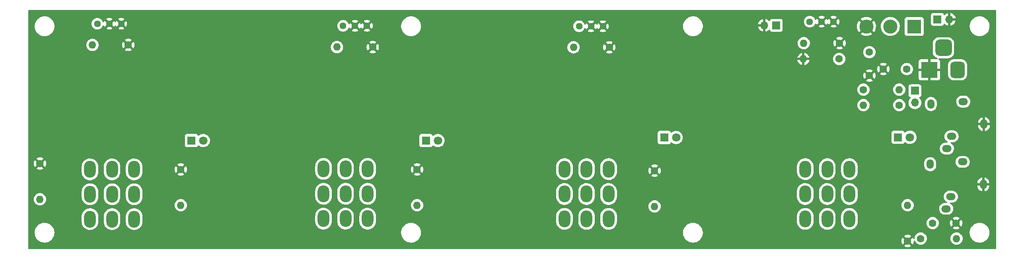
<source format=gbr>
%TF.GenerationSoftware,KiCad,Pcbnew,(6.0.11)*%
%TF.CreationDate,2024-02-11T12:33:00-06:00*%
%TF.ProjectId,StompBox,53746f6d-7042-46f7-982e-6b696361645f,rev?*%
%TF.SameCoordinates,Original*%
%TF.FileFunction,Copper,L1,Top*%
%TF.FilePolarity,Positive*%
%FSLAX46Y46*%
G04 Gerber Fmt 4.6, Leading zero omitted, Abs format (unit mm)*
G04 Created by KiCad (PCBNEW (6.0.11)) date 2024-02-11 12:33:00*
%MOMM*%
%LPD*%
G01*
G04 APERTURE LIST*
G04 Aperture macros list*
%AMRoundRect*
0 Rectangle with rounded corners*
0 $1 Rounding radius*
0 $2 $3 $4 $5 $6 $7 $8 $9 X,Y pos of 4 corners*
0 Add a 4 corners polygon primitive as box body*
4,1,4,$2,$3,$4,$5,$6,$7,$8,$9,$2,$3,0*
0 Add four circle primitives for the rounded corners*
1,1,$1+$1,$2,$3*
1,1,$1+$1,$4,$5*
1,1,$1+$1,$6,$7*
1,1,$1+$1,$8,$9*
0 Add four rect primitives between the rounded corners*
20,1,$1+$1,$2,$3,$4,$5,0*
20,1,$1+$1,$4,$5,$6,$7,0*
20,1,$1+$1,$6,$7,$8,$9,0*
20,1,$1+$1,$8,$9,$2,$3,0*%
G04 Aperture macros list end*
%TA.AperFunction,ComponentPad*%
%ADD10R,1.700000X1.700000*%
%TD*%
%TA.AperFunction,ComponentPad*%
%ADD11O,1.700000X1.700000*%
%TD*%
%TA.AperFunction,ComponentPad*%
%ADD12O,1.600000X1.600000*%
%TD*%
%TA.AperFunction,ComponentPad*%
%ADD13C,1.600000*%
%TD*%
%TA.AperFunction,ComponentPad*%
%ADD14C,1.440000*%
%TD*%
%TA.AperFunction,ComponentPad*%
%ADD15O,1.500000X2.000000*%
%TD*%
%TA.AperFunction,ComponentPad*%
%ADD16O,2.000000X1.500000*%
%TD*%
%TA.AperFunction,ComponentPad*%
%ADD17R,1.800000X1.800000*%
%TD*%
%TA.AperFunction,ComponentPad*%
%ADD18C,1.800000*%
%TD*%
%TA.AperFunction,ComponentPad*%
%ADD19R,3.000000X3.000000*%
%TD*%
%TA.AperFunction,ComponentPad*%
%ADD20C,3.000000*%
%TD*%
%TA.AperFunction,ComponentPad*%
%ADD21O,2.500000X3.600000*%
%TD*%
%TA.AperFunction,ComponentPad*%
%ADD22R,3.500000X3.500000*%
%TD*%
%TA.AperFunction,ComponentPad*%
%ADD23RoundRect,0.750000X0.750000X1.000000X-0.750000X1.000000X-0.750000X-1.000000X0.750000X-1.000000X0*%
%TD*%
%TA.AperFunction,ComponentPad*%
%ADD24RoundRect,0.875000X0.875000X0.875000X-0.875000X0.875000X-0.875000X-0.875000X0.875000X-0.875000X0*%
%TD*%
G04 APERTURE END LIST*
D10*
%TO.P,JP2,1,A*%
%TO.N,OUTVOLT*%
X240025000Y-64516000D03*
D11*
%TO.P,JP2,2,B*%
%TO.N,GND*%
X242565000Y-64516000D03*
%TD*%
D12*
%TO.P,R1,2*%
%TO.N,INVOLT*%
X224282000Y-82804000D03*
D13*
%TO.P,R1,1*%
%TO.N,Net-(J1-PadS1)*%
X231902000Y-82804000D03*
%TD*%
%TO.P,R10,1*%
%TO.N,GND*%
X179832000Y-96774000D03*
D12*
%TO.P,R10,2*%
%TO.N,Net-(SW2-Pad1B)*%
X179832000Y-104394000D03*
%TD*%
D14*
%TO.P,RV3,1,1*%
%TO.N,GND*%
X118620000Y-65910000D03*
%TO.P,RV3,2,2*%
X116080000Y-65910000D03*
%TO.P,RV3,3,3*%
%TO.N,Net-(R5-Pad2)*%
X113540000Y-65910000D03*
%TD*%
D15*
%TO.P,J1,G*%
%TO.N,GND*%
X249930000Y-86860000D03*
D16*
%TO.P,J1,S1*%
%TO.N,Net-(J1-PadS1)*%
X242030000Y-92060000D03*
%TO.P,J1,SN1*%
%TO.N,unconnected-(J1-PadSN1)*%
X243030000Y-89460000D03*
%TO.P,J1,T1*%
%TO.N,OUTVOLT*%
X245530000Y-82060000D03*
D15*
%TO.P,J1,TN1*%
%TO.N,unconnected-(J1-PadTN1)*%
X238630000Y-82560000D03*
%TD*%
D17*
%TO.P,D3,1,K*%
%TO.N,Net-(D3-Pad1)*%
X181882000Y-89710000D03*
D18*
%TO.P,D3,2,A*%
%TO.N,+9V*%
X184422000Y-89710000D03*
%TD*%
D19*
%TO.P,J3,1,Pin_1*%
%TO.N,Net-(J1-PadS1)*%
X235080000Y-66040000D03*
D20*
%TO.P,J3,2,Pin_2*%
%TO.N,OUTVOLT*%
X230000000Y-66040000D03*
%TO.P,J3,3,Pin_3*%
%TO.N,GND*%
X224920000Y-66040000D03*
%TD*%
D13*
%TO.P,R3,1*%
%TO.N,Net-(R3-Pad1)*%
X219122000Y-72970000D03*
D12*
%TO.P,R3,2*%
%TO.N,GND*%
X211502000Y-72970000D03*
%TD*%
D21*
%TO.P,SW4,1A*%
%TO.N,unconnected-(SW4-Pad1A)*%
X59670000Y-107100000D03*
%TO.P,SW4,1B*%
%TO.N,Net-(SW4-Pad1B)*%
X69070000Y-107100000D03*
%TO.P,SW4,1P*%
%TO.N,Net-(SW4-Pad1P)*%
X64370000Y-107100000D03*
%TO.P,SW4,2A*%
%TO.N,Net-(SW4-Pad2A)*%
X59670000Y-101800000D03*
%TO.P,SW4,2B*%
%TO.N,Net-(R6-Pad2)*%
X69070000Y-101800000D03*
%TO.P,SW4,2P*%
%TO.N,Net-(SW3-Pad2A)*%
X64370000Y-101800000D03*
%TO.P,SW4,3A*%
%TO.N,unconnected-(SW4-Pad3A)*%
X59670000Y-96500000D03*
%TO.P,SW4,3B*%
%TO.N,Net-(D4-Pad1)*%
X69070000Y-96500000D03*
%TO.P,SW4,3P*%
%TO.N,Net-(SW3-Pad3A)*%
X64370000Y-96500000D03*
%TD*%
D13*
%TO.P,R8,1*%
%TO.N,Net-(R7-Pad1)*%
X236474000Y-111252000D03*
D12*
%TO.P,R8,2*%
%TO.N,Net-(SW4-Pad1P)*%
X244094000Y-111252000D03*
%TD*%
D14*
%TO.P,RV1,1,1*%
%TO.N,GND*%
X217932000Y-65024000D03*
%TO.P,RV1,2,2*%
X215392000Y-65024000D03*
%TO.P,RV1,3,3*%
%TO.N,Net-(R2-Pad2)*%
X212852000Y-65024000D03*
%TD*%
D22*
%TO.P,J2,1*%
%TO.N,GND*%
X238310000Y-75280000D03*
D23*
%TO.P,J2,2*%
%TO.N,+9V*%
X244310000Y-75280000D03*
D24*
%TO.P,J2,3*%
%TO.N,unconnected-(J2-Pad3)*%
X241310000Y-70580000D03*
%TD*%
D21*
%TO.P,SW2,1A*%
%TO.N,unconnected-(SW2-Pad1A)*%
X160652000Y-107046354D03*
%TO.P,SW2,1B*%
%TO.N,Net-(SW2-Pad1B)*%
X170052000Y-107046354D03*
%TO.P,SW2,1P*%
%TO.N,Net-(SW4-Pad1P)*%
X165352000Y-107046354D03*
%TO.P,SW2,2A*%
%TO.N,Net-(SW2-Pad2A)*%
X160652000Y-101746354D03*
%TO.P,SW2,2B*%
%TO.N,Net-(R4-Pad2)*%
X170052000Y-101746354D03*
%TO.P,SW2,2P*%
%TO.N,Net-(SW1-Pad2A)*%
X165352000Y-101746354D03*
%TO.P,SW2,3A*%
%TO.N,Net-(SW2-Pad3A)*%
X160652000Y-96446354D03*
%TO.P,SW2,3B*%
%TO.N,Net-(D3-Pad1)*%
X170052000Y-96446354D03*
%TO.P,SW2,3P*%
%TO.N,Net-(SW1-Pad3A)*%
X165352000Y-96446354D03*
%TD*%
D13*
%TO.P,R13,1*%
%TO.N,GND*%
X49022000Y-95250000D03*
D12*
%TO.P,R13,2*%
%TO.N,Net-(SW4-Pad2A)*%
X49022000Y-102870000D03*
%TD*%
D13*
%TO.P,R11,1*%
%TO.N,GND*%
X129286000Y-96520000D03*
D12*
%TO.P,R11,2*%
%TO.N,Net-(SW3-Pad1B)*%
X129286000Y-104140000D03*
%TD*%
D10*
%TO.P,JP1,1,A*%
%TO.N,+9V*%
X235232000Y-79750000D03*
D11*
%TO.P,JP1,2,B*%
%TO.N,Net-(R7-Pad1)*%
X235232000Y-82290000D03*
%TD*%
D15*
%TO.P,J4,G*%
%TO.N,GND*%
X249790000Y-99700000D03*
D16*
%TO.P,J4,S1*%
%TO.N,Net-(J4-PadS1)*%
X241890000Y-104900000D03*
%TO.P,J4,SN1*%
%TO.N,unconnected-(J4-PadSN1)*%
X242890000Y-102300000D03*
%TO.P,J4,T1*%
%TO.N,Net-(SW4-Pad1P)*%
X245390000Y-94900000D03*
D15*
%TO.P,J4,TN1*%
%TO.N,unconnected-(J4-PadTN1)*%
X238490000Y-95400000D03*
%TD*%
D14*
%TO.P,RV2,1,1*%
%TO.N,GND*%
X168840000Y-66000000D03*
%TO.P,RV2,2,2*%
X166300000Y-66000000D03*
%TO.P,RV2,3,3*%
%TO.N,Net-(R4-Pad2)*%
X163760000Y-66000000D03*
%TD*%
D17*
%TO.P,D2,1,K*%
%TO.N,Net-(D2-Pad1)*%
X131182000Y-90360000D03*
D18*
%TO.P,D2,2,A*%
%TO.N,+9V*%
X133722000Y-90360000D03*
%TD*%
D13*
%TO.P,R9,1*%
%TO.N,GND*%
X233680000Y-111760000D03*
D12*
%TO.P,R9,2*%
%TO.N,Net-(SW1-Pad1B)*%
X233680000Y-104140000D03*
%TD*%
D13*
%TO.P,C1,1*%
%TO.N,OUTVOLT*%
X225542000Y-71510000D03*
%TO.P,C1,2*%
%TO.N,GND*%
X225542000Y-76510000D03*
%TD*%
%TO.P,R5,1*%
%TO.N,GND*%
X119850000Y-70430000D03*
D12*
%TO.P,R5,2*%
%TO.N,Net-(R5-Pad2)*%
X112230000Y-70430000D03*
%TD*%
D17*
%TO.P,D1,1,K*%
%TO.N,Net-(D1-Pad1)*%
X231648000Y-89662000D03*
D18*
%TO.P,D1,2,A*%
%TO.N,+9V*%
X234188000Y-89662000D03*
%TD*%
D21*
%TO.P,SW1,1A*%
%TO.N,unconnected-(SW1-Pad1A)*%
X211892000Y-107046354D03*
%TO.P,SW1,1B*%
%TO.N,Net-(SW1-Pad1B)*%
X221292000Y-107046354D03*
%TO.P,SW1,1P*%
%TO.N,Net-(SW4-Pad1P)*%
X216592000Y-107046354D03*
%TO.P,SW1,2A*%
%TO.N,Net-(SW1-Pad2A)*%
X211892000Y-101746354D03*
%TO.P,SW1,2B*%
%TO.N,Net-(R2-Pad2)*%
X221292000Y-101746354D03*
%TO.P,SW1,2P*%
%TO.N,INVOLT*%
X216592000Y-101746354D03*
%TO.P,SW1,3A*%
%TO.N,Net-(SW1-Pad3A)*%
X211892000Y-96446354D03*
%TO.P,SW1,3B*%
%TO.N,Net-(D1-Pad1)*%
X221292000Y-96446354D03*
%TO.P,SW1,3P*%
%TO.N,Net-(R3-Pad1)*%
X216592000Y-96446354D03*
%TD*%
%TO.P,SW3,1A*%
%TO.N,unconnected-(SW3-Pad1A)*%
X109370000Y-107000000D03*
%TO.P,SW3,1B*%
%TO.N,Net-(SW3-Pad1B)*%
X118770000Y-107000000D03*
%TO.P,SW3,1P*%
%TO.N,Net-(SW4-Pad1P)*%
X114070000Y-107000000D03*
%TO.P,SW3,2A*%
%TO.N,Net-(SW3-Pad2A)*%
X109370000Y-101700000D03*
%TO.P,SW3,2B*%
%TO.N,Net-(R5-Pad2)*%
X118770000Y-101700000D03*
%TO.P,SW3,2P*%
%TO.N,Net-(SW2-Pad2A)*%
X114070000Y-101700000D03*
%TO.P,SW3,3A*%
%TO.N,Net-(SW3-Pad3A)*%
X109370000Y-96400000D03*
%TO.P,SW3,3B*%
%TO.N,Net-(D2-Pad1)*%
X118770000Y-96400000D03*
%TO.P,SW3,3P*%
%TO.N,Net-(SW2-Pad3A)*%
X114070000Y-96400000D03*
%TD*%
D13*
%TO.P,R6,1*%
%TO.N,GND*%
X67820000Y-69970000D03*
D12*
%TO.P,R6,2*%
%TO.N,Net-(R6-Pad2)*%
X60200000Y-69970000D03*
%TD*%
D10*
%TO.P,J5,1,Pin_1*%
%TO.N,+9V*%
X205740000Y-65786000D03*
D11*
%TO.P,J5,2,Pin_2*%
%TO.N,GND*%
X203200000Y-65786000D03*
%TD*%
D17*
%TO.P,D4,1,K*%
%TO.N,Net-(D4-Pad1)*%
X81257000Y-90360000D03*
D18*
%TO.P,D4,2,A*%
%TO.N,+9V*%
X83797000Y-90360000D03*
%TD*%
D13*
%TO.P,C2,1*%
%TO.N,+9V*%
X233512000Y-75120000D03*
%TO.P,C2,2*%
%TO.N,GND*%
X228512000Y-75120000D03*
%TD*%
%TO.P,C3,1*%
%TO.N,Net-(SW4-Pad1P)*%
X239014000Y-107950000D03*
%TO.P,C3,2*%
%TO.N,GND*%
X244014000Y-107950000D03*
%TD*%
%TO.P,R2,1*%
%TO.N,GND*%
X219202000Y-69596000D03*
D12*
%TO.P,R2,2*%
%TO.N,Net-(R2-Pad2)*%
X211582000Y-69596000D03*
%TD*%
D13*
%TO.P,R12,1*%
%TO.N,GND*%
X78994000Y-96520000D03*
D12*
%TO.P,R12,2*%
%TO.N,Net-(SW4-Pad1B)*%
X78994000Y-104140000D03*
%TD*%
D13*
%TO.P,R4,1*%
%TO.N,GND*%
X170200000Y-70480000D03*
D12*
%TO.P,R4,2*%
%TO.N,Net-(R4-Pad2)*%
X162580000Y-70480000D03*
%TD*%
D14*
%TO.P,RV4,1,1*%
%TO.N,GND*%
X66320000Y-65470000D03*
%TO.P,RV4,2,2*%
X63780000Y-65470000D03*
%TO.P,RV4,3,3*%
%TO.N,Net-(R6-Pad2)*%
X61240000Y-65470000D03*
%TD*%
D13*
%TO.P,R7,1*%
%TO.N,Net-(R7-Pad1)*%
X224282000Y-79502000D03*
D12*
%TO.P,R7,2*%
%TO.N,Net-(J4-PadS1)*%
X231902000Y-79502000D03*
%TD*%
%TA.AperFunction,Conductor*%
%TO.N,GND*%
G36*
X252433621Y-62528502D02*
G01*
X252480114Y-62582158D01*
X252491500Y-62634500D01*
X252491500Y-113365500D01*
X252471498Y-113433621D01*
X252417842Y-113480114D01*
X252365500Y-113491500D01*
X46634500Y-113491500D01*
X46566379Y-113471498D01*
X46519886Y-113417842D01*
X46508500Y-113365500D01*
X46508500Y-112846062D01*
X232958493Y-112846062D01*
X232967789Y-112858077D01*
X233018994Y-112893931D01*
X233028489Y-112899414D01*
X233225947Y-112991490D01*
X233236239Y-112995236D01*
X233446688Y-113051625D01*
X233457481Y-113053528D01*
X233674525Y-113072517D01*
X233685475Y-113072517D01*
X233902519Y-113053528D01*
X233913312Y-113051625D01*
X234123761Y-112995236D01*
X234134053Y-112991490D01*
X234331511Y-112899414D01*
X234341006Y-112893931D01*
X234393048Y-112857491D01*
X234401424Y-112847012D01*
X234394356Y-112833566D01*
X233692812Y-112132022D01*
X233678868Y-112124408D01*
X233677035Y-112124539D01*
X233670420Y-112128790D01*
X232964923Y-112834287D01*
X232958493Y-112846062D01*
X46508500Y-112846062D01*
X46508500Y-110132703D01*
X47890743Y-110132703D01*
X47928268Y-110417734D01*
X48004129Y-110695036D01*
X48116923Y-110959476D01*
X48264561Y-111206161D01*
X48444313Y-111430528D01*
X48652851Y-111628423D01*
X48886317Y-111796186D01*
X48890112Y-111798195D01*
X48890113Y-111798196D01*
X48911869Y-111809715D01*
X49140392Y-111930712D01*
X49164699Y-111939607D01*
X49311455Y-111993312D01*
X49410373Y-112029511D01*
X49691264Y-112090755D01*
X49719841Y-112093004D01*
X49914282Y-112108307D01*
X49914291Y-112108307D01*
X49916739Y-112108500D01*
X50072271Y-112108500D01*
X50074407Y-112108354D01*
X50074418Y-112108354D01*
X50282548Y-112094165D01*
X50282554Y-112094164D01*
X50286825Y-112093873D01*
X50291020Y-112093004D01*
X50291022Y-112093004D01*
X50427584Y-112064723D01*
X50568342Y-112035574D01*
X50839343Y-111939607D01*
X51094812Y-111807750D01*
X51098313Y-111805289D01*
X51098317Y-111805287D01*
X51212418Y-111725095D01*
X51330023Y-111642441D01*
X51499017Y-111485402D01*
X51537479Y-111449661D01*
X51537481Y-111449658D01*
X51540622Y-111446740D01*
X51722713Y-111224268D01*
X51872927Y-110979142D01*
X51988483Y-110715898D01*
X51997082Y-110685713D01*
X52066068Y-110443534D01*
X52067244Y-110439406D01*
X52107751Y-110154784D01*
X52107845Y-110136951D01*
X52107867Y-110132703D01*
X125890743Y-110132703D01*
X125928268Y-110417734D01*
X126004129Y-110695036D01*
X126116923Y-110959476D01*
X126264561Y-111206161D01*
X126444313Y-111430528D01*
X126652851Y-111628423D01*
X126886317Y-111796186D01*
X126890112Y-111798195D01*
X126890113Y-111798196D01*
X126911869Y-111809715D01*
X127140392Y-111930712D01*
X127164699Y-111939607D01*
X127311455Y-111993312D01*
X127410373Y-112029511D01*
X127691264Y-112090755D01*
X127719841Y-112093004D01*
X127914282Y-112108307D01*
X127914291Y-112108307D01*
X127916739Y-112108500D01*
X128072271Y-112108500D01*
X128074407Y-112108354D01*
X128074418Y-112108354D01*
X128282548Y-112094165D01*
X128282554Y-112094164D01*
X128286825Y-112093873D01*
X128291020Y-112093004D01*
X128291022Y-112093004D01*
X128427584Y-112064723D01*
X128568342Y-112035574D01*
X128839343Y-111939607D01*
X129094812Y-111807750D01*
X129098313Y-111805289D01*
X129098317Y-111805287D01*
X129212418Y-111725095D01*
X129330023Y-111642441D01*
X129499017Y-111485402D01*
X129537479Y-111449661D01*
X129537481Y-111449658D01*
X129540622Y-111446740D01*
X129722713Y-111224268D01*
X129872927Y-110979142D01*
X129988483Y-110715898D01*
X129997082Y-110685713D01*
X130066068Y-110443534D01*
X130067244Y-110439406D01*
X130107751Y-110154784D01*
X130107845Y-110136951D01*
X130107867Y-110132703D01*
X185890743Y-110132703D01*
X185928268Y-110417734D01*
X186004129Y-110695036D01*
X186116923Y-110959476D01*
X186264561Y-111206161D01*
X186444313Y-111430528D01*
X186652851Y-111628423D01*
X186886317Y-111796186D01*
X186890112Y-111798195D01*
X186890113Y-111798196D01*
X186911869Y-111809715D01*
X187140392Y-111930712D01*
X187164699Y-111939607D01*
X187311455Y-111993312D01*
X187410373Y-112029511D01*
X187691264Y-112090755D01*
X187719841Y-112093004D01*
X187914282Y-112108307D01*
X187914291Y-112108307D01*
X187916739Y-112108500D01*
X188072271Y-112108500D01*
X188074407Y-112108354D01*
X188074418Y-112108354D01*
X188282548Y-112094165D01*
X188282554Y-112094164D01*
X188286825Y-112093873D01*
X188291020Y-112093004D01*
X188291022Y-112093004D01*
X188427584Y-112064723D01*
X188568342Y-112035574D01*
X188839343Y-111939607D01*
X189094812Y-111807750D01*
X189098313Y-111805289D01*
X189098317Y-111805287D01*
X189154963Y-111765475D01*
X232367483Y-111765475D01*
X232386472Y-111982519D01*
X232388375Y-111993312D01*
X232444764Y-112203761D01*
X232448510Y-112214053D01*
X232540586Y-112411511D01*
X232546069Y-112421006D01*
X232582509Y-112473048D01*
X232592988Y-112481424D01*
X232606434Y-112474356D01*
X233307978Y-111772812D01*
X233314356Y-111761132D01*
X234044408Y-111761132D01*
X234044539Y-111762965D01*
X234048790Y-111769580D01*
X234754287Y-112475077D01*
X234766062Y-112481507D01*
X234778077Y-112472211D01*
X234813931Y-112421006D01*
X234819414Y-112411511D01*
X234911490Y-112214053D01*
X234915236Y-112203761D01*
X234971625Y-111993312D01*
X234973528Y-111982519D01*
X234992517Y-111765475D01*
X234992517Y-111754518D01*
X234991273Y-111740301D01*
X235005260Y-111670695D01*
X235054659Y-111619702D01*
X235123785Y-111603511D01*
X235190691Y-111627262D01*
X235234134Y-111683415D01*
X235237815Y-111694620D01*
X235238293Y-111695933D01*
X235239716Y-111701243D01*
X235242039Y-111706224D01*
X235242039Y-111706225D01*
X235334151Y-111903762D01*
X235334154Y-111903767D01*
X235336477Y-111908749D01*
X235395689Y-111993312D01*
X235464155Y-112091091D01*
X235467802Y-112096300D01*
X235629700Y-112258198D01*
X235634208Y-112261355D01*
X235634211Y-112261357D01*
X235712389Y-112316098D01*
X235817251Y-112389523D01*
X235822233Y-112391846D01*
X235822238Y-112391849D01*
X236019775Y-112483961D01*
X236024757Y-112486284D01*
X236030065Y-112487706D01*
X236030067Y-112487707D01*
X236240598Y-112544119D01*
X236240600Y-112544119D01*
X236245913Y-112545543D01*
X236474000Y-112565498D01*
X236702087Y-112545543D01*
X236707400Y-112544119D01*
X236707402Y-112544119D01*
X236917933Y-112487707D01*
X236917935Y-112487706D01*
X236923243Y-112486284D01*
X236928225Y-112483961D01*
X237125762Y-112391849D01*
X237125767Y-112391846D01*
X237130749Y-112389523D01*
X237235611Y-112316098D01*
X237313789Y-112261357D01*
X237313792Y-112261355D01*
X237318300Y-112258198D01*
X237480198Y-112096300D01*
X237483846Y-112091091D01*
X237552311Y-111993312D01*
X237611523Y-111908749D01*
X237613846Y-111903767D01*
X237613849Y-111903762D01*
X237705961Y-111706225D01*
X237705961Y-111706224D01*
X237708284Y-111701243D01*
X237716470Y-111670695D01*
X237766119Y-111485402D01*
X237766119Y-111485400D01*
X237767543Y-111480087D01*
X237787498Y-111252000D01*
X242780502Y-111252000D01*
X242800457Y-111480087D01*
X242801881Y-111485400D01*
X242801881Y-111485402D01*
X242851531Y-111670695D01*
X242859716Y-111701243D01*
X242862039Y-111706224D01*
X242862039Y-111706225D01*
X242954151Y-111903762D01*
X242954154Y-111903767D01*
X242956477Y-111908749D01*
X243015689Y-111993312D01*
X243084155Y-112091091D01*
X243087802Y-112096300D01*
X243249700Y-112258198D01*
X243254208Y-112261355D01*
X243254211Y-112261357D01*
X243332389Y-112316098D01*
X243437251Y-112389523D01*
X243442233Y-112391846D01*
X243442238Y-112391849D01*
X243639775Y-112483961D01*
X243644757Y-112486284D01*
X243650065Y-112487706D01*
X243650067Y-112487707D01*
X243860598Y-112544119D01*
X243860600Y-112544119D01*
X243865913Y-112545543D01*
X244094000Y-112565498D01*
X244322087Y-112545543D01*
X244327400Y-112544119D01*
X244327402Y-112544119D01*
X244537933Y-112487707D01*
X244537935Y-112487706D01*
X244543243Y-112486284D01*
X244548225Y-112483961D01*
X244745762Y-112391849D01*
X244745767Y-112391846D01*
X244750749Y-112389523D01*
X244855611Y-112316098D01*
X244933789Y-112261357D01*
X244933792Y-112261355D01*
X244938300Y-112258198D01*
X245100198Y-112096300D01*
X245103846Y-112091091D01*
X245172311Y-111993312D01*
X245231523Y-111908749D01*
X245233846Y-111903767D01*
X245233849Y-111903762D01*
X245325961Y-111706225D01*
X245325961Y-111706224D01*
X245328284Y-111701243D01*
X245336470Y-111670695D01*
X245386119Y-111485402D01*
X245386119Y-111485400D01*
X245387543Y-111480087D01*
X245407498Y-111252000D01*
X245387543Y-111023913D01*
X245386119Y-111018598D01*
X245329707Y-110808067D01*
X245329706Y-110808065D01*
X245328284Y-110802757D01*
X245289615Y-110719830D01*
X245233849Y-110600238D01*
X245233846Y-110600233D01*
X245231523Y-110595251D01*
X245141351Y-110466472D01*
X245103357Y-110412211D01*
X245103355Y-110412208D01*
X245100198Y-110407700D01*
X244938300Y-110245802D01*
X244933792Y-110242645D01*
X244933789Y-110242643D01*
X244855611Y-110187902D01*
X244776778Y-110132703D01*
X246890743Y-110132703D01*
X246928268Y-110417734D01*
X247004129Y-110695036D01*
X247116923Y-110959476D01*
X247264561Y-111206161D01*
X247444313Y-111430528D01*
X247652851Y-111628423D01*
X247886317Y-111796186D01*
X247890112Y-111798195D01*
X247890113Y-111798196D01*
X247911869Y-111809715D01*
X248140392Y-111930712D01*
X248164699Y-111939607D01*
X248311455Y-111993312D01*
X248410373Y-112029511D01*
X248691264Y-112090755D01*
X248719841Y-112093004D01*
X248914282Y-112108307D01*
X248914291Y-112108307D01*
X248916739Y-112108500D01*
X249072271Y-112108500D01*
X249074407Y-112108354D01*
X249074418Y-112108354D01*
X249282548Y-112094165D01*
X249282554Y-112094164D01*
X249286825Y-112093873D01*
X249291020Y-112093004D01*
X249291022Y-112093004D01*
X249427584Y-112064723D01*
X249568342Y-112035574D01*
X249839343Y-111939607D01*
X250094812Y-111807750D01*
X250098313Y-111805289D01*
X250098317Y-111805287D01*
X250212418Y-111725095D01*
X250330023Y-111642441D01*
X250499017Y-111485402D01*
X250537479Y-111449661D01*
X250537481Y-111449658D01*
X250540622Y-111446740D01*
X250722713Y-111224268D01*
X250872927Y-110979142D01*
X250988483Y-110715898D01*
X250997082Y-110685713D01*
X251066068Y-110443534D01*
X251067244Y-110439406D01*
X251107751Y-110154784D01*
X251107845Y-110136951D01*
X251109235Y-109871583D01*
X251109235Y-109871576D01*
X251109257Y-109867297D01*
X251071732Y-109582266D01*
X250995871Y-109304964D01*
X250943832Y-109182960D01*
X250884763Y-109044476D01*
X250884761Y-109044472D01*
X250883077Y-109040524D01*
X250808527Y-108915960D01*
X250737643Y-108797521D01*
X250737640Y-108797517D01*
X250735439Y-108793839D01*
X250555687Y-108569472D01*
X250373871Y-108396935D01*
X250350258Y-108374527D01*
X250350255Y-108374525D01*
X250347149Y-108371577D01*
X250127655Y-108213854D01*
X250117172Y-108206321D01*
X250117171Y-108206320D01*
X250113683Y-108203814D01*
X250091843Y-108192250D01*
X250014641Y-108151374D01*
X249859608Y-108069288D01*
X249589627Y-107970489D01*
X249308736Y-107909245D01*
X249277685Y-107906801D01*
X249085718Y-107891693D01*
X249085709Y-107891693D01*
X249083261Y-107891500D01*
X248927729Y-107891500D01*
X248925593Y-107891646D01*
X248925582Y-107891646D01*
X248717452Y-107905835D01*
X248717446Y-107905836D01*
X248713175Y-107906127D01*
X248708980Y-107906996D01*
X248708978Y-107906996D01*
X248572417Y-107935276D01*
X248431658Y-107964426D01*
X248160657Y-108060393D01*
X247905188Y-108192250D01*
X247901687Y-108194711D01*
X247901683Y-108194713D01*
X247787582Y-108274905D01*
X247669977Y-108357559D01*
X247459378Y-108553260D01*
X247277287Y-108775732D01*
X247127073Y-109020858D01*
X247125347Y-109024791D01*
X247125346Y-109024792D01*
X247020031Y-109264707D01*
X247011517Y-109284102D01*
X247010342Y-109288229D01*
X247010341Y-109288230D01*
X246986026Y-109373588D01*
X246932756Y-109560594D01*
X246892249Y-109845216D01*
X246892227Y-109849505D01*
X246892226Y-109849512D01*
X246890765Y-110128417D01*
X246890743Y-110132703D01*
X244776778Y-110132703D01*
X244750749Y-110114477D01*
X244745767Y-110112154D01*
X244745762Y-110112151D01*
X244548225Y-110020039D01*
X244548224Y-110020039D01*
X244543243Y-110017716D01*
X244537935Y-110016294D01*
X244537933Y-110016293D01*
X244327402Y-109959881D01*
X244327400Y-109959881D01*
X244322087Y-109958457D01*
X244094000Y-109938502D01*
X243865913Y-109958457D01*
X243860600Y-109959881D01*
X243860598Y-109959881D01*
X243650067Y-110016293D01*
X243650065Y-110016294D01*
X243644757Y-110017716D01*
X243639776Y-110020039D01*
X243639775Y-110020039D01*
X243442238Y-110112151D01*
X243442233Y-110112154D01*
X243437251Y-110114477D01*
X243332389Y-110187902D01*
X243254211Y-110242643D01*
X243254208Y-110242645D01*
X243249700Y-110245802D01*
X243087802Y-110407700D01*
X243084645Y-110412208D01*
X243084643Y-110412211D01*
X243046649Y-110466472D01*
X242956477Y-110595251D01*
X242954154Y-110600233D01*
X242954151Y-110600238D01*
X242898385Y-110719830D01*
X242859716Y-110802757D01*
X242858294Y-110808065D01*
X242858293Y-110808067D01*
X242801881Y-111018598D01*
X242800457Y-111023913D01*
X242780502Y-111252000D01*
X237787498Y-111252000D01*
X237767543Y-111023913D01*
X237766119Y-111018598D01*
X237709707Y-110808067D01*
X237709706Y-110808065D01*
X237708284Y-110802757D01*
X237669615Y-110719830D01*
X237613849Y-110600238D01*
X237613846Y-110600233D01*
X237611523Y-110595251D01*
X237521351Y-110466472D01*
X237483357Y-110412211D01*
X237483355Y-110412208D01*
X237480198Y-110407700D01*
X237318300Y-110245802D01*
X237313792Y-110242645D01*
X237313789Y-110242643D01*
X237235611Y-110187902D01*
X237130749Y-110114477D01*
X237125767Y-110112154D01*
X237125762Y-110112151D01*
X236928225Y-110020039D01*
X236928224Y-110020039D01*
X236923243Y-110017716D01*
X236917935Y-110016294D01*
X236917933Y-110016293D01*
X236707402Y-109959881D01*
X236707400Y-109959881D01*
X236702087Y-109958457D01*
X236474000Y-109938502D01*
X236245913Y-109958457D01*
X236240600Y-109959881D01*
X236240598Y-109959881D01*
X236030067Y-110016293D01*
X236030065Y-110016294D01*
X236024757Y-110017716D01*
X236019776Y-110020039D01*
X236019775Y-110020039D01*
X235822238Y-110112151D01*
X235822233Y-110112154D01*
X235817251Y-110114477D01*
X235712389Y-110187902D01*
X235634211Y-110242643D01*
X235634208Y-110242645D01*
X235629700Y-110245802D01*
X235467802Y-110407700D01*
X235464645Y-110412208D01*
X235464643Y-110412211D01*
X235426649Y-110466472D01*
X235336477Y-110595251D01*
X235334154Y-110600233D01*
X235334151Y-110600238D01*
X235278385Y-110719830D01*
X235239716Y-110802757D01*
X235238294Y-110808065D01*
X235238293Y-110808067D01*
X235181881Y-111018598D01*
X235180457Y-111023913D01*
X235160502Y-111252000D01*
X235160981Y-111257475D01*
X235160981Y-111257486D01*
X235162232Y-111271784D01*
X235148244Y-111341388D01*
X235098845Y-111392381D01*
X235029719Y-111408572D01*
X234962814Y-111384820D01*
X234919370Y-111328667D01*
X234915769Y-111317704D01*
X234911490Y-111305947D01*
X234819414Y-111108489D01*
X234813931Y-111098994D01*
X234777491Y-111046952D01*
X234767012Y-111038576D01*
X234753566Y-111045644D01*
X234052022Y-111747188D01*
X234044408Y-111761132D01*
X233314356Y-111761132D01*
X233315592Y-111758868D01*
X233315461Y-111757035D01*
X233311210Y-111750420D01*
X232605713Y-111044923D01*
X232593938Y-111038493D01*
X232581923Y-111047789D01*
X232546069Y-111098994D01*
X232540586Y-111108489D01*
X232448510Y-111305947D01*
X232444764Y-111316239D01*
X232388375Y-111526688D01*
X232386472Y-111537481D01*
X232367483Y-111754525D01*
X232367483Y-111765475D01*
X189154963Y-111765475D01*
X189212418Y-111725095D01*
X189330023Y-111642441D01*
X189499017Y-111485402D01*
X189537479Y-111449661D01*
X189537481Y-111449658D01*
X189540622Y-111446740D01*
X189722713Y-111224268D01*
X189872927Y-110979142D01*
X189988483Y-110715898D01*
X189997082Y-110685713D01*
X190000707Y-110672988D01*
X232958576Y-110672988D01*
X232965644Y-110686434D01*
X233667188Y-111387978D01*
X233681132Y-111395592D01*
X233682965Y-111395461D01*
X233689580Y-111391210D01*
X234395077Y-110685713D01*
X234401507Y-110673938D01*
X234392211Y-110661923D01*
X234341006Y-110626069D01*
X234331511Y-110620586D01*
X234134053Y-110528510D01*
X234123761Y-110524764D01*
X233913312Y-110468375D01*
X233902519Y-110466472D01*
X233685475Y-110447483D01*
X233674525Y-110447483D01*
X233457481Y-110466472D01*
X233446688Y-110468375D01*
X233236239Y-110524764D01*
X233225947Y-110528510D01*
X233028489Y-110620586D01*
X233018994Y-110626069D01*
X232966952Y-110662509D01*
X232958576Y-110672988D01*
X190000707Y-110672988D01*
X190066068Y-110443534D01*
X190067244Y-110439406D01*
X190107751Y-110154784D01*
X190107845Y-110136951D01*
X190109235Y-109871583D01*
X190109235Y-109871576D01*
X190109257Y-109867297D01*
X190071732Y-109582266D01*
X189995871Y-109304964D01*
X189943832Y-109182960D01*
X189884763Y-109044476D01*
X189884761Y-109044472D01*
X189883077Y-109040524D01*
X189808527Y-108915960D01*
X189737643Y-108797521D01*
X189737640Y-108797517D01*
X189735439Y-108793839D01*
X189555687Y-108569472D01*
X189373871Y-108396935D01*
X189350258Y-108374527D01*
X189350255Y-108374525D01*
X189347149Y-108371577D01*
X189127655Y-108213854D01*
X189117172Y-108206321D01*
X189117171Y-108206320D01*
X189113683Y-108203814D01*
X189091843Y-108192250D01*
X189014641Y-108151374D01*
X188859608Y-108069288D01*
X188589627Y-107970489D01*
X188308736Y-107909245D01*
X188277685Y-107906801D01*
X188085718Y-107891693D01*
X188085709Y-107891693D01*
X188083261Y-107891500D01*
X187927729Y-107891500D01*
X187925593Y-107891646D01*
X187925582Y-107891646D01*
X187717452Y-107905835D01*
X187717446Y-107905836D01*
X187713175Y-107906127D01*
X187708980Y-107906996D01*
X187708978Y-107906996D01*
X187572417Y-107935276D01*
X187431658Y-107964426D01*
X187160657Y-108060393D01*
X186905188Y-108192250D01*
X186901687Y-108194711D01*
X186901683Y-108194713D01*
X186787582Y-108274905D01*
X186669977Y-108357559D01*
X186459378Y-108553260D01*
X186277287Y-108775732D01*
X186127073Y-109020858D01*
X186125347Y-109024791D01*
X186125346Y-109024792D01*
X186020031Y-109264707D01*
X186011517Y-109284102D01*
X186010342Y-109288229D01*
X186010341Y-109288230D01*
X185986026Y-109373588D01*
X185932756Y-109560594D01*
X185892249Y-109845216D01*
X185892227Y-109849505D01*
X185892226Y-109849512D01*
X185890765Y-110128417D01*
X185890743Y-110132703D01*
X130107867Y-110132703D01*
X130109235Y-109871583D01*
X130109235Y-109871576D01*
X130109257Y-109867297D01*
X130071732Y-109582266D01*
X129995871Y-109304964D01*
X129943832Y-109182960D01*
X129884763Y-109044476D01*
X129884761Y-109044472D01*
X129883077Y-109040524D01*
X129808527Y-108915960D01*
X129737643Y-108797521D01*
X129737640Y-108797517D01*
X129735439Y-108793839D01*
X129555687Y-108569472D01*
X129373871Y-108396935D01*
X129350258Y-108374527D01*
X129350255Y-108374525D01*
X129347149Y-108371577D01*
X129127655Y-108213854D01*
X129117172Y-108206321D01*
X129117171Y-108206320D01*
X129113683Y-108203814D01*
X129091843Y-108192250D01*
X129014641Y-108151374D01*
X128859608Y-108069288D01*
X128589627Y-107970489D01*
X128308736Y-107909245D01*
X128277685Y-107906801D01*
X128085718Y-107891693D01*
X128085709Y-107891693D01*
X128083261Y-107891500D01*
X127927729Y-107891500D01*
X127925593Y-107891646D01*
X127925582Y-107891646D01*
X127717452Y-107905835D01*
X127717446Y-107905836D01*
X127713175Y-107906127D01*
X127708980Y-107906996D01*
X127708978Y-107906996D01*
X127572417Y-107935276D01*
X127431658Y-107964426D01*
X127160657Y-108060393D01*
X126905188Y-108192250D01*
X126901687Y-108194711D01*
X126901683Y-108194713D01*
X126787582Y-108274905D01*
X126669977Y-108357559D01*
X126459378Y-108553260D01*
X126277287Y-108775732D01*
X126127073Y-109020858D01*
X126125347Y-109024791D01*
X126125346Y-109024792D01*
X126020031Y-109264707D01*
X126011517Y-109284102D01*
X126010342Y-109288229D01*
X126010341Y-109288230D01*
X125986026Y-109373588D01*
X125932756Y-109560594D01*
X125892249Y-109845216D01*
X125892227Y-109849505D01*
X125892226Y-109849512D01*
X125890765Y-110128417D01*
X125890743Y-110132703D01*
X52107867Y-110132703D01*
X52109235Y-109871583D01*
X52109235Y-109871576D01*
X52109257Y-109867297D01*
X52071732Y-109582266D01*
X51995871Y-109304964D01*
X51943832Y-109182960D01*
X51884763Y-109044476D01*
X51884761Y-109044472D01*
X51883077Y-109040524D01*
X51808527Y-108915960D01*
X51737643Y-108797521D01*
X51737640Y-108797517D01*
X51735439Y-108793839D01*
X51555687Y-108569472D01*
X51373871Y-108396935D01*
X51350258Y-108374527D01*
X51350255Y-108374525D01*
X51347149Y-108371577D01*
X51127655Y-108213854D01*
X51117172Y-108206321D01*
X51117171Y-108206320D01*
X51113683Y-108203814D01*
X51091843Y-108192250D01*
X51014641Y-108151374D01*
X50859608Y-108069288D01*
X50589627Y-107970489D01*
X50308736Y-107909245D01*
X50277685Y-107906801D01*
X50085718Y-107891693D01*
X50085709Y-107891693D01*
X50083261Y-107891500D01*
X49927729Y-107891500D01*
X49925593Y-107891646D01*
X49925582Y-107891646D01*
X49717452Y-107905835D01*
X49717446Y-107905836D01*
X49713175Y-107906127D01*
X49708980Y-107906996D01*
X49708978Y-107906996D01*
X49572417Y-107935276D01*
X49431658Y-107964426D01*
X49160657Y-108060393D01*
X48905188Y-108192250D01*
X48901687Y-108194711D01*
X48901683Y-108194713D01*
X48787583Y-108274904D01*
X48669977Y-108357559D01*
X48459378Y-108553260D01*
X48277287Y-108775732D01*
X48127073Y-109020858D01*
X48125347Y-109024791D01*
X48125346Y-109024792D01*
X48020031Y-109264707D01*
X48011517Y-109284102D01*
X48010342Y-109288229D01*
X48010341Y-109288230D01*
X47986026Y-109373588D01*
X47932756Y-109560594D01*
X47892249Y-109845216D01*
X47892227Y-109849505D01*
X47892226Y-109849512D01*
X47890765Y-110128417D01*
X47890743Y-110132703D01*
X46508500Y-110132703D01*
X46508500Y-107716354D01*
X57911500Y-107716354D01*
X57911673Y-107718679D01*
X57911673Y-107718685D01*
X57924993Y-107897916D01*
X57925939Y-107910652D01*
X57926968Y-107915200D01*
X57926969Y-107915206D01*
X57959498Y-108058962D01*
X57983623Y-108165577D01*
X57985315Y-108169929D01*
X57985316Y-108169931D01*
X58075147Y-108400932D01*
X58078353Y-108409177D01*
X58208049Y-108636098D01*
X58369862Y-108841357D01*
X58560237Y-109020443D01*
X58697661Y-109115778D01*
X58733504Y-109140643D01*
X58774991Y-109169424D01*
X58779181Y-109171490D01*
X58779184Y-109171492D01*
X59005219Y-109282960D01*
X59005222Y-109282961D01*
X59009407Y-109285025D01*
X59013850Y-109286447D01*
X59013852Y-109286448D01*
X59219647Y-109352323D01*
X59258335Y-109364707D01*
X59516307Y-109406721D01*
X59630058Y-109408210D01*
X59772978Y-109410081D01*
X59772981Y-109410081D01*
X59777655Y-109410142D01*
X60036638Y-109374896D01*
X60287567Y-109301757D01*
X60323862Y-109285025D01*
X60366301Y-109265460D01*
X60524928Y-109192332D01*
X60638538Y-109117846D01*
X60739596Y-109051590D01*
X60739601Y-109051586D01*
X60743509Y-109049024D01*
X60938506Y-108874982D01*
X61105637Y-108674030D01*
X61164136Y-108577627D01*
X61238804Y-108454578D01*
X61238806Y-108454574D01*
X61241229Y-108450581D01*
X61342303Y-108209545D01*
X61406641Y-107956217D01*
X61407819Y-107944525D01*
X61428184Y-107742271D01*
X61428500Y-107739133D01*
X61428500Y-107716354D01*
X62611500Y-107716354D01*
X62611673Y-107718679D01*
X62611673Y-107718685D01*
X62624993Y-107897916D01*
X62625939Y-107910652D01*
X62626968Y-107915200D01*
X62626969Y-107915206D01*
X62659498Y-108058962D01*
X62683623Y-108165577D01*
X62685315Y-108169929D01*
X62685316Y-108169931D01*
X62775147Y-108400932D01*
X62778353Y-108409177D01*
X62908049Y-108636098D01*
X63069862Y-108841357D01*
X63260237Y-109020443D01*
X63397661Y-109115778D01*
X63433504Y-109140643D01*
X63474991Y-109169424D01*
X63479181Y-109171490D01*
X63479184Y-109171492D01*
X63705219Y-109282960D01*
X63705222Y-109282961D01*
X63709407Y-109285025D01*
X63713850Y-109286447D01*
X63713852Y-109286448D01*
X63919647Y-109352323D01*
X63958335Y-109364707D01*
X64216307Y-109406721D01*
X64330058Y-109408210D01*
X64472978Y-109410081D01*
X64472981Y-109410081D01*
X64477655Y-109410142D01*
X64736638Y-109374896D01*
X64987567Y-109301757D01*
X65023862Y-109285025D01*
X65066301Y-109265460D01*
X65224928Y-109192332D01*
X65338538Y-109117846D01*
X65439596Y-109051590D01*
X65439601Y-109051586D01*
X65443509Y-109049024D01*
X65638506Y-108874982D01*
X65805637Y-108674030D01*
X65864136Y-108577627D01*
X65938804Y-108454578D01*
X65938806Y-108454574D01*
X65941229Y-108450581D01*
X66042303Y-108209545D01*
X66106641Y-107956217D01*
X66107819Y-107944525D01*
X66128184Y-107742271D01*
X66128500Y-107739133D01*
X66128500Y-107716354D01*
X67311500Y-107716354D01*
X67311673Y-107718679D01*
X67311673Y-107718685D01*
X67324993Y-107897916D01*
X67325939Y-107910652D01*
X67326968Y-107915200D01*
X67326969Y-107915206D01*
X67359498Y-108058962D01*
X67383623Y-108165577D01*
X67385315Y-108169929D01*
X67385316Y-108169931D01*
X67475147Y-108400932D01*
X67478353Y-108409177D01*
X67608049Y-108636098D01*
X67769862Y-108841357D01*
X67960237Y-109020443D01*
X68097661Y-109115778D01*
X68133504Y-109140643D01*
X68174991Y-109169424D01*
X68179181Y-109171490D01*
X68179184Y-109171492D01*
X68405219Y-109282960D01*
X68405222Y-109282961D01*
X68409407Y-109285025D01*
X68413850Y-109286447D01*
X68413852Y-109286448D01*
X68619647Y-109352323D01*
X68658335Y-109364707D01*
X68916307Y-109406721D01*
X69030058Y-109408210D01*
X69172978Y-109410081D01*
X69172981Y-109410081D01*
X69177655Y-109410142D01*
X69436638Y-109374896D01*
X69687567Y-109301757D01*
X69723862Y-109285025D01*
X69766301Y-109265460D01*
X69924928Y-109192332D01*
X70038538Y-109117846D01*
X70139596Y-109051590D01*
X70139601Y-109051586D01*
X70143509Y-109049024D01*
X70338506Y-108874982D01*
X70505637Y-108674030D01*
X70564136Y-108577627D01*
X70638804Y-108454578D01*
X70638806Y-108454574D01*
X70641229Y-108450581D01*
X70742303Y-108209545D01*
X70806641Y-107956217D01*
X70807819Y-107944525D01*
X70828184Y-107742271D01*
X70828500Y-107739133D01*
X70828500Y-107616354D01*
X107611500Y-107616354D01*
X107611673Y-107618679D01*
X107611673Y-107618685D01*
X107619752Y-107727393D01*
X107625939Y-107810652D01*
X107626968Y-107815200D01*
X107626969Y-107815206D01*
X107660538Y-107963557D01*
X107683623Y-108065577D01*
X107685315Y-108069929D01*
X107685316Y-108069931D01*
X107739609Y-108209545D01*
X107778353Y-108309177D01*
X107780670Y-108313231D01*
X107780671Y-108313233D01*
X107815704Y-108374527D01*
X107908049Y-108536098D01*
X108069862Y-108741357D01*
X108260237Y-108920443D01*
X108327056Y-108966797D01*
X108449284Y-109051590D01*
X108474991Y-109069424D01*
X108479181Y-109071490D01*
X108479184Y-109071492D01*
X108705219Y-109182960D01*
X108705222Y-109182961D01*
X108709407Y-109185025D01*
X108713850Y-109186447D01*
X108713852Y-109186448D01*
X108906489Y-109248111D01*
X108958335Y-109264707D01*
X109216307Y-109306721D01*
X109330058Y-109308210D01*
X109472978Y-109310081D01*
X109472981Y-109310081D01*
X109477655Y-109310142D01*
X109736638Y-109274896D01*
X109987567Y-109201757D01*
X110003767Y-109194289D01*
X110129938Y-109136123D01*
X110224928Y-109092332D01*
X110368894Y-108997944D01*
X110439596Y-108951590D01*
X110439601Y-108951586D01*
X110443509Y-108949024D01*
X110638506Y-108774982D01*
X110805637Y-108574030D01*
X110880548Y-108450581D01*
X110938804Y-108354578D01*
X110938806Y-108354574D01*
X110941229Y-108350581D01*
X111042303Y-108109545D01*
X111106641Y-107856217D01*
X111123517Y-107688625D01*
X111128184Y-107642271D01*
X111128500Y-107639133D01*
X111128500Y-107616354D01*
X112311500Y-107616354D01*
X112311673Y-107618679D01*
X112311673Y-107618685D01*
X112319752Y-107727393D01*
X112325939Y-107810652D01*
X112326968Y-107815200D01*
X112326969Y-107815206D01*
X112360538Y-107963557D01*
X112383623Y-108065577D01*
X112385315Y-108069929D01*
X112385316Y-108069931D01*
X112439609Y-108209545D01*
X112478353Y-108309177D01*
X112480670Y-108313231D01*
X112480671Y-108313233D01*
X112515704Y-108374527D01*
X112608049Y-108536098D01*
X112769862Y-108741357D01*
X112960237Y-108920443D01*
X113027056Y-108966797D01*
X113149284Y-109051590D01*
X113174991Y-109069424D01*
X113179181Y-109071490D01*
X113179184Y-109071492D01*
X113405219Y-109182960D01*
X113405222Y-109182961D01*
X113409407Y-109185025D01*
X113413850Y-109186447D01*
X113413852Y-109186448D01*
X113606489Y-109248111D01*
X113658335Y-109264707D01*
X113916307Y-109306721D01*
X114030058Y-109308210D01*
X114172978Y-109310081D01*
X114172981Y-109310081D01*
X114177655Y-109310142D01*
X114436638Y-109274896D01*
X114687567Y-109201757D01*
X114703767Y-109194289D01*
X114829938Y-109136123D01*
X114924928Y-109092332D01*
X115068894Y-108997944D01*
X115139596Y-108951590D01*
X115139601Y-108951586D01*
X115143509Y-108949024D01*
X115338506Y-108774982D01*
X115505637Y-108574030D01*
X115580548Y-108450581D01*
X115638804Y-108354578D01*
X115638806Y-108354574D01*
X115641229Y-108350581D01*
X115742303Y-108109545D01*
X115806641Y-107856217D01*
X115823517Y-107688625D01*
X115828184Y-107642271D01*
X115828500Y-107639133D01*
X115828500Y-107616354D01*
X117011500Y-107616354D01*
X117011673Y-107618679D01*
X117011673Y-107618685D01*
X117019752Y-107727393D01*
X117025939Y-107810652D01*
X117026968Y-107815200D01*
X117026969Y-107815206D01*
X117060538Y-107963557D01*
X117083623Y-108065577D01*
X117085315Y-108069929D01*
X117085316Y-108069931D01*
X117139609Y-108209545D01*
X117178353Y-108309177D01*
X117180670Y-108313231D01*
X117180671Y-108313233D01*
X117215704Y-108374527D01*
X117308049Y-108536098D01*
X117469862Y-108741357D01*
X117660237Y-108920443D01*
X117727056Y-108966797D01*
X117849284Y-109051590D01*
X117874991Y-109069424D01*
X117879181Y-109071490D01*
X117879184Y-109071492D01*
X118105219Y-109182960D01*
X118105222Y-109182961D01*
X118109407Y-109185025D01*
X118113850Y-109186447D01*
X118113852Y-109186448D01*
X118306489Y-109248111D01*
X118358335Y-109264707D01*
X118616307Y-109306721D01*
X118730058Y-109308210D01*
X118872978Y-109310081D01*
X118872981Y-109310081D01*
X118877655Y-109310142D01*
X119136638Y-109274896D01*
X119387567Y-109201757D01*
X119403767Y-109194289D01*
X119529938Y-109136123D01*
X119624928Y-109092332D01*
X119768894Y-108997944D01*
X119839596Y-108951590D01*
X119839601Y-108951586D01*
X119843509Y-108949024D01*
X120038506Y-108774982D01*
X120205637Y-108574030D01*
X120280548Y-108450581D01*
X120338804Y-108354578D01*
X120338806Y-108354574D01*
X120341229Y-108350581D01*
X120442303Y-108109545D01*
X120506641Y-107856217D01*
X120523517Y-107688625D01*
X120526126Y-107662708D01*
X158893500Y-107662708D01*
X158893673Y-107665033D01*
X158893673Y-107665039D01*
X158904833Y-107815206D01*
X158907939Y-107857006D01*
X158908968Y-107861554D01*
X158908969Y-107861560D01*
X158951147Y-108047955D01*
X158965623Y-108111931D01*
X158967315Y-108116283D01*
X158967316Y-108116285D01*
X159003583Y-108209545D01*
X159060353Y-108355531D01*
X159062670Y-108359585D01*
X159062671Y-108359587D01*
X159084017Y-108396935D01*
X159190049Y-108582452D01*
X159351862Y-108787711D01*
X159542237Y-108966797D01*
X159659401Y-109048077D01*
X159718988Y-109089414D01*
X159756991Y-109115778D01*
X159761181Y-109117844D01*
X159761184Y-109117846D01*
X159987219Y-109229314D01*
X159987222Y-109229315D01*
X159991407Y-109231379D01*
X159995850Y-109232801D01*
X159995852Y-109232802D01*
X160226777Y-109306721D01*
X160240335Y-109311061D01*
X160498307Y-109353075D01*
X160612058Y-109354564D01*
X160754978Y-109356435D01*
X160754981Y-109356435D01*
X160759655Y-109356496D01*
X161018638Y-109321250D01*
X161269567Y-109248111D01*
X161279509Y-109243528D01*
X161367273Y-109203068D01*
X161506928Y-109138686D01*
X161616635Y-109066759D01*
X161721596Y-108997944D01*
X161721601Y-108997940D01*
X161725509Y-108995378D01*
X161920506Y-108821336D01*
X162087637Y-108620384D01*
X162138783Y-108536098D01*
X162220804Y-108400932D01*
X162220806Y-108400928D01*
X162223229Y-108396935D01*
X162324303Y-108155899D01*
X162388641Y-107902571D01*
X162389737Y-107891693D01*
X162410184Y-107688625D01*
X162410500Y-107685487D01*
X162410500Y-107662708D01*
X163593500Y-107662708D01*
X163593673Y-107665033D01*
X163593673Y-107665039D01*
X163604833Y-107815206D01*
X163607939Y-107857006D01*
X163608968Y-107861554D01*
X163608969Y-107861560D01*
X163651147Y-108047955D01*
X163665623Y-108111931D01*
X163667315Y-108116283D01*
X163667316Y-108116285D01*
X163703583Y-108209545D01*
X163760353Y-108355531D01*
X163762670Y-108359585D01*
X163762671Y-108359587D01*
X163784017Y-108396935D01*
X163890049Y-108582452D01*
X164051862Y-108787711D01*
X164242237Y-108966797D01*
X164359401Y-109048077D01*
X164418988Y-109089414D01*
X164456991Y-109115778D01*
X164461181Y-109117844D01*
X164461184Y-109117846D01*
X164687219Y-109229314D01*
X164687222Y-109229315D01*
X164691407Y-109231379D01*
X164695850Y-109232801D01*
X164695852Y-109232802D01*
X164926777Y-109306721D01*
X164940335Y-109311061D01*
X165198307Y-109353075D01*
X165312058Y-109354564D01*
X165454978Y-109356435D01*
X165454981Y-109356435D01*
X165459655Y-109356496D01*
X165718638Y-109321250D01*
X165969567Y-109248111D01*
X165979509Y-109243528D01*
X166067273Y-109203068D01*
X166206928Y-109138686D01*
X166316635Y-109066759D01*
X166421596Y-108997944D01*
X166421601Y-108997940D01*
X166425509Y-108995378D01*
X166620506Y-108821336D01*
X166787637Y-108620384D01*
X166838783Y-108536098D01*
X166920804Y-108400932D01*
X166920806Y-108400928D01*
X166923229Y-108396935D01*
X167024303Y-108155899D01*
X167088641Y-107902571D01*
X167089737Y-107891693D01*
X167110184Y-107688625D01*
X167110500Y-107685487D01*
X167110500Y-107662708D01*
X168293500Y-107662708D01*
X168293673Y-107665033D01*
X168293673Y-107665039D01*
X168304833Y-107815206D01*
X168307939Y-107857006D01*
X168308968Y-107861554D01*
X168308969Y-107861560D01*
X168351147Y-108047955D01*
X168365623Y-108111931D01*
X168367315Y-108116283D01*
X168367316Y-108116285D01*
X168403583Y-108209545D01*
X168460353Y-108355531D01*
X168462670Y-108359585D01*
X168462671Y-108359587D01*
X168484017Y-108396935D01*
X168590049Y-108582452D01*
X168751862Y-108787711D01*
X168942237Y-108966797D01*
X169059401Y-109048077D01*
X169118988Y-109089414D01*
X169156991Y-109115778D01*
X169161181Y-109117844D01*
X169161184Y-109117846D01*
X169387219Y-109229314D01*
X169387222Y-109229315D01*
X169391407Y-109231379D01*
X169395850Y-109232801D01*
X169395852Y-109232802D01*
X169626777Y-109306721D01*
X169640335Y-109311061D01*
X169898307Y-109353075D01*
X170012058Y-109354564D01*
X170154978Y-109356435D01*
X170154981Y-109356435D01*
X170159655Y-109356496D01*
X170418638Y-109321250D01*
X170669567Y-109248111D01*
X170679509Y-109243528D01*
X170767273Y-109203068D01*
X170906928Y-109138686D01*
X171016635Y-109066759D01*
X171121596Y-108997944D01*
X171121601Y-108997940D01*
X171125509Y-108995378D01*
X171320506Y-108821336D01*
X171487637Y-108620384D01*
X171538783Y-108536098D01*
X171620804Y-108400932D01*
X171620806Y-108400928D01*
X171623229Y-108396935D01*
X171724303Y-108155899D01*
X171788641Y-107902571D01*
X171789737Y-107891693D01*
X171810184Y-107688625D01*
X171810500Y-107685487D01*
X171810500Y-107662708D01*
X210133500Y-107662708D01*
X210133673Y-107665033D01*
X210133673Y-107665039D01*
X210144833Y-107815206D01*
X210147939Y-107857006D01*
X210148968Y-107861554D01*
X210148969Y-107861560D01*
X210191147Y-108047955D01*
X210205623Y-108111931D01*
X210207315Y-108116283D01*
X210207316Y-108116285D01*
X210243583Y-108209545D01*
X210300353Y-108355531D01*
X210302670Y-108359585D01*
X210302671Y-108359587D01*
X210324017Y-108396935D01*
X210430049Y-108582452D01*
X210591862Y-108787711D01*
X210782237Y-108966797D01*
X210899401Y-109048077D01*
X210958988Y-109089414D01*
X210996991Y-109115778D01*
X211001181Y-109117844D01*
X211001184Y-109117846D01*
X211227219Y-109229314D01*
X211227222Y-109229315D01*
X211231407Y-109231379D01*
X211235850Y-109232801D01*
X211235852Y-109232802D01*
X211466777Y-109306721D01*
X211480335Y-109311061D01*
X211738307Y-109353075D01*
X211852058Y-109354564D01*
X211994978Y-109356435D01*
X211994981Y-109356435D01*
X211999655Y-109356496D01*
X212258638Y-109321250D01*
X212509567Y-109248111D01*
X212519509Y-109243528D01*
X212607273Y-109203068D01*
X212746928Y-109138686D01*
X212856635Y-109066759D01*
X212961596Y-108997944D01*
X212961601Y-108997940D01*
X212965509Y-108995378D01*
X213160506Y-108821336D01*
X213327637Y-108620384D01*
X213378783Y-108536098D01*
X213460804Y-108400932D01*
X213460806Y-108400928D01*
X213463229Y-108396935D01*
X213564303Y-108155899D01*
X213628641Y-107902571D01*
X213629737Y-107891693D01*
X213650184Y-107688625D01*
X213650500Y-107685487D01*
X213650500Y-107662708D01*
X214833500Y-107662708D01*
X214833673Y-107665033D01*
X214833673Y-107665039D01*
X214844833Y-107815206D01*
X214847939Y-107857006D01*
X214848968Y-107861554D01*
X214848969Y-107861560D01*
X214891147Y-108047955D01*
X214905623Y-108111931D01*
X214907315Y-108116283D01*
X214907316Y-108116285D01*
X214943583Y-108209545D01*
X215000353Y-108355531D01*
X215002670Y-108359585D01*
X215002671Y-108359587D01*
X215024017Y-108396935D01*
X215130049Y-108582452D01*
X215291862Y-108787711D01*
X215482237Y-108966797D01*
X215599401Y-109048077D01*
X215658988Y-109089414D01*
X215696991Y-109115778D01*
X215701181Y-109117844D01*
X215701184Y-109117846D01*
X215927219Y-109229314D01*
X215927222Y-109229315D01*
X215931407Y-109231379D01*
X215935850Y-109232801D01*
X215935852Y-109232802D01*
X216166777Y-109306721D01*
X216180335Y-109311061D01*
X216438307Y-109353075D01*
X216552058Y-109354564D01*
X216694978Y-109356435D01*
X216694981Y-109356435D01*
X216699655Y-109356496D01*
X216958638Y-109321250D01*
X217209567Y-109248111D01*
X217219509Y-109243528D01*
X217307273Y-109203068D01*
X217446928Y-109138686D01*
X217556635Y-109066759D01*
X217661596Y-108997944D01*
X217661601Y-108997940D01*
X217665509Y-108995378D01*
X217860506Y-108821336D01*
X218027637Y-108620384D01*
X218078783Y-108536098D01*
X218160804Y-108400932D01*
X218160806Y-108400928D01*
X218163229Y-108396935D01*
X218264303Y-108155899D01*
X218328641Y-107902571D01*
X218329737Y-107891693D01*
X218350184Y-107688625D01*
X218350500Y-107685487D01*
X218350500Y-107662708D01*
X219533500Y-107662708D01*
X219533673Y-107665033D01*
X219533673Y-107665039D01*
X219544833Y-107815206D01*
X219547939Y-107857006D01*
X219548968Y-107861554D01*
X219548969Y-107861560D01*
X219591147Y-108047955D01*
X219605623Y-108111931D01*
X219607315Y-108116283D01*
X219607316Y-108116285D01*
X219643583Y-108209545D01*
X219700353Y-108355531D01*
X219702670Y-108359585D01*
X219702671Y-108359587D01*
X219724017Y-108396935D01*
X219830049Y-108582452D01*
X219991862Y-108787711D01*
X220182237Y-108966797D01*
X220299401Y-109048077D01*
X220358988Y-109089414D01*
X220396991Y-109115778D01*
X220401181Y-109117844D01*
X220401184Y-109117846D01*
X220627219Y-109229314D01*
X220627222Y-109229315D01*
X220631407Y-109231379D01*
X220635850Y-109232801D01*
X220635852Y-109232802D01*
X220866777Y-109306721D01*
X220880335Y-109311061D01*
X221138307Y-109353075D01*
X221252058Y-109354564D01*
X221394978Y-109356435D01*
X221394981Y-109356435D01*
X221399655Y-109356496D01*
X221658638Y-109321250D01*
X221909567Y-109248111D01*
X221919509Y-109243528D01*
X222007273Y-109203068D01*
X222146928Y-109138686D01*
X222256635Y-109066759D01*
X222361596Y-108997944D01*
X222361601Y-108997940D01*
X222365509Y-108995378D01*
X222560506Y-108821336D01*
X222727637Y-108620384D01*
X222778783Y-108536098D01*
X222860804Y-108400932D01*
X222860806Y-108400928D01*
X222863229Y-108396935D01*
X222964303Y-108155899D01*
X223016595Y-107950000D01*
X237700502Y-107950000D01*
X237720457Y-108178087D01*
X237721881Y-108183400D01*
X237721881Y-108183402D01*
X237777942Y-108392621D01*
X237779716Y-108399243D01*
X237782039Y-108404224D01*
X237782039Y-108404225D01*
X237874151Y-108601762D01*
X237874154Y-108601767D01*
X237876477Y-108606749D01*
X237949902Y-108711611D01*
X237996457Y-108778097D01*
X238007802Y-108794300D01*
X238169700Y-108956198D01*
X238174208Y-108959355D01*
X238174211Y-108959357D01*
X238188647Y-108969465D01*
X238357251Y-109087523D01*
X238362233Y-109089846D01*
X238362238Y-109089849D01*
X238527174Y-109166759D01*
X238564757Y-109184284D01*
X238570065Y-109185706D01*
X238570067Y-109185707D01*
X238780598Y-109242119D01*
X238780600Y-109242119D01*
X238785913Y-109243543D01*
X239014000Y-109263498D01*
X239242087Y-109243543D01*
X239247400Y-109242119D01*
X239247402Y-109242119D01*
X239457933Y-109185707D01*
X239457935Y-109185706D01*
X239463243Y-109184284D01*
X239500826Y-109166759D01*
X239665762Y-109089849D01*
X239665767Y-109089846D01*
X239670749Y-109087523D01*
X239744243Y-109036062D01*
X243292493Y-109036062D01*
X243301789Y-109048077D01*
X243352994Y-109083931D01*
X243362489Y-109089414D01*
X243559947Y-109181490D01*
X243570239Y-109185236D01*
X243780688Y-109241625D01*
X243791481Y-109243528D01*
X244008525Y-109262517D01*
X244019475Y-109262517D01*
X244236519Y-109243528D01*
X244247312Y-109241625D01*
X244457761Y-109185236D01*
X244468053Y-109181490D01*
X244665511Y-109089414D01*
X244675006Y-109083931D01*
X244727048Y-109047491D01*
X244735424Y-109037012D01*
X244728356Y-109023566D01*
X244026812Y-108322022D01*
X244012868Y-108314408D01*
X244011035Y-108314539D01*
X244004420Y-108318790D01*
X243298923Y-109024287D01*
X243292493Y-109036062D01*
X239744243Y-109036062D01*
X239839353Y-108969465D01*
X239853789Y-108959357D01*
X239853792Y-108959355D01*
X239858300Y-108956198D01*
X240020198Y-108794300D01*
X240031544Y-108778097D01*
X240078098Y-108711611D01*
X240151523Y-108606749D01*
X240153846Y-108601767D01*
X240153849Y-108601762D01*
X240245961Y-108404225D01*
X240245961Y-108404224D01*
X240248284Y-108399243D01*
X240250059Y-108392621D01*
X240306119Y-108183402D01*
X240306119Y-108183400D01*
X240307543Y-108178087D01*
X240327019Y-107955475D01*
X242701483Y-107955475D01*
X242720472Y-108172519D01*
X242722375Y-108183312D01*
X242778764Y-108393761D01*
X242782510Y-108404053D01*
X242874586Y-108601511D01*
X242880069Y-108611006D01*
X242916509Y-108663048D01*
X242926988Y-108671424D01*
X242940434Y-108664356D01*
X243641978Y-107962812D01*
X243648356Y-107951132D01*
X244378408Y-107951132D01*
X244378539Y-107952965D01*
X244382790Y-107959580D01*
X245088287Y-108665077D01*
X245100062Y-108671507D01*
X245112077Y-108662211D01*
X245147931Y-108611006D01*
X245153414Y-108601511D01*
X245245490Y-108404053D01*
X245249236Y-108393761D01*
X245305625Y-108183312D01*
X245307528Y-108172519D01*
X245326517Y-107955475D01*
X245326517Y-107944525D01*
X245307528Y-107727481D01*
X245305625Y-107716688D01*
X245249236Y-107506239D01*
X245245490Y-107495947D01*
X245153414Y-107298489D01*
X245147931Y-107288994D01*
X245111491Y-107236952D01*
X245101012Y-107228576D01*
X245087566Y-107235644D01*
X244386022Y-107937188D01*
X244378408Y-107951132D01*
X243648356Y-107951132D01*
X243649592Y-107948868D01*
X243649461Y-107947035D01*
X243645210Y-107940420D01*
X242939713Y-107234923D01*
X242927938Y-107228493D01*
X242915923Y-107237789D01*
X242880069Y-107288994D01*
X242874586Y-107298489D01*
X242782510Y-107495947D01*
X242778764Y-107506239D01*
X242722375Y-107716688D01*
X242720472Y-107727481D01*
X242701483Y-107944525D01*
X242701483Y-107955475D01*
X240327019Y-107955475D01*
X240327498Y-107950000D01*
X240307543Y-107721913D01*
X240306119Y-107716598D01*
X240249707Y-107506067D01*
X240249706Y-107506065D01*
X240248284Y-107500757D01*
X240153966Y-107298489D01*
X240153849Y-107298238D01*
X240153846Y-107298233D01*
X240151523Y-107293251D01*
X240020198Y-107105700D01*
X239858300Y-106943802D01*
X239853792Y-106940645D01*
X239853789Y-106940643D01*
X239742886Y-106862988D01*
X243292576Y-106862988D01*
X243299644Y-106876434D01*
X244001188Y-107577978D01*
X244015132Y-107585592D01*
X244016965Y-107585461D01*
X244023580Y-107581210D01*
X244729077Y-106875713D01*
X244735507Y-106863938D01*
X244726211Y-106851923D01*
X244675006Y-106816069D01*
X244665511Y-106810586D01*
X244468053Y-106718510D01*
X244457761Y-106714764D01*
X244247312Y-106658375D01*
X244236519Y-106656472D01*
X244019475Y-106637483D01*
X244008525Y-106637483D01*
X243791481Y-106656472D01*
X243780688Y-106658375D01*
X243570239Y-106714764D01*
X243559947Y-106718510D01*
X243362489Y-106810586D01*
X243352994Y-106816069D01*
X243300952Y-106852509D01*
X243292576Y-106862988D01*
X239742886Y-106862988D01*
X239727920Y-106852509D01*
X239670749Y-106812477D01*
X239665767Y-106810154D01*
X239665762Y-106810151D01*
X239468225Y-106718039D01*
X239468224Y-106718039D01*
X239463243Y-106715716D01*
X239457935Y-106714294D01*
X239457933Y-106714293D01*
X239247402Y-106657881D01*
X239247400Y-106657881D01*
X239242087Y-106656457D01*
X239014000Y-106636502D01*
X238785913Y-106656457D01*
X238780600Y-106657881D01*
X238780598Y-106657881D01*
X238570067Y-106714293D01*
X238570065Y-106714294D01*
X238564757Y-106715716D01*
X238559776Y-106718039D01*
X238559775Y-106718039D01*
X238362238Y-106810151D01*
X238362233Y-106810154D01*
X238357251Y-106812477D01*
X238300080Y-106852509D01*
X238174211Y-106940643D01*
X238174208Y-106940645D01*
X238169700Y-106943802D01*
X238007802Y-107105700D01*
X237876477Y-107293251D01*
X237874154Y-107298233D01*
X237874151Y-107298238D01*
X237874034Y-107298489D01*
X237779716Y-107500757D01*
X237778294Y-107506065D01*
X237778293Y-107506067D01*
X237721881Y-107716598D01*
X237720457Y-107721913D01*
X237700502Y-107950000D01*
X223016595Y-107950000D01*
X223028641Y-107902571D01*
X223029737Y-107891693D01*
X223050184Y-107688625D01*
X223050500Y-107685487D01*
X223050500Y-106430000D01*
X223048574Y-106404083D01*
X223036407Y-106240354D01*
X223036406Y-106240350D01*
X223036061Y-106235702D01*
X223024725Y-106185602D01*
X222979408Y-105985334D01*
X222978377Y-105980777D01*
X222949487Y-105906485D01*
X222885340Y-105741530D01*
X222885339Y-105741527D01*
X222883647Y-105737177D01*
X222859642Y-105695176D01*
X222822223Y-105629707D01*
X222753951Y-105510256D01*
X222592138Y-105304997D01*
X222401763Y-105125911D01*
X222235012Y-105010231D01*
X222190851Y-104979595D01*
X222190848Y-104979593D01*
X222187009Y-104976930D01*
X222182816Y-104974862D01*
X221956781Y-104863394D01*
X221956778Y-104863393D01*
X221952593Y-104861329D01*
X221906449Y-104846558D01*
X221708123Y-104783074D01*
X221703665Y-104781647D01*
X221445693Y-104739633D01*
X221331942Y-104738144D01*
X221189022Y-104736273D01*
X221189019Y-104736273D01*
X221184345Y-104736212D01*
X220925362Y-104771458D01*
X220674433Y-104844597D01*
X220670180Y-104846557D01*
X220670179Y-104846558D01*
X220633659Y-104863394D01*
X220437072Y-104954022D01*
X220398067Y-104979595D01*
X220222404Y-105094764D01*
X220222399Y-105094768D01*
X220218491Y-105097330D01*
X220023494Y-105271372D01*
X219856363Y-105472324D01*
X219853934Y-105476327D01*
X219723775Y-105690823D01*
X219720771Y-105695773D01*
X219619697Y-105936809D01*
X219555359Y-106190137D01*
X219554891Y-106194788D01*
X219554890Y-106194792D01*
X219538168Y-106360867D01*
X219533500Y-106407221D01*
X219533500Y-107662708D01*
X218350500Y-107662708D01*
X218350500Y-106430000D01*
X218348574Y-106404083D01*
X218336407Y-106240354D01*
X218336406Y-106240350D01*
X218336061Y-106235702D01*
X218324725Y-106185602D01*
X218279408Y-105985334D01*
X218278377Y-105980777D01*
X218249487Y-105906485D01*
X218185340Y-105741530D01*
X218185339Y-105741527D01*
X218183647Y-105737177D01*
X218159642Y-105695176D01*
X218122223Y-105629707D01*
X218053951Y-105510256D01*
X217892138Y-105304997D01*
X217701763Y-105125911D01*
X217535012Y-105010231D01*
X217490851Y-104979595D01*
X217490848Y-104979593D01*
X217487009Y-104976930D01*
X217482816Y-104974862D01*
X217256781Y-104863394D01*
X217256778Y-104863393D01*
X217252593Y-104861329D01*
X217206449Y-104846558D01*
X217008123Y-104783074D01*
X217003665Y-104781647D01*
X216745693Y-104739633D01*
X216631942Y-104738144D01*
X216489022Y-104736273D01*
X216489019Y-104736273D01*
X216484345Y-104736212D01*
X216225362Y-104771458D01*
X215974433Y-104844597D01*
X215970180Y-104846557D01*
X215970179Y-104846558D01*
X215933659Y-104863394D01*
X215737072Y-104954022D01*
X215698067Y-104979595D01*
X215522404Y-105094764D01*
X215522399Y-105094768D01*
X215518491Y-105097330D01*
X215323494Y-105271372D01*
X215156363Y-105472324D01*
X215153934Y-105476327D01*
X215023775Y-105690823D01*
X215020771Y-105695773D01*
X214919697Y-105936809D01*
X214855359Y-106190137D01*
X214854891Y-106194788D01*
X214854890Y-106194792D01*
X214838168Y-106360867D01*
X214833500Y-106407221D01*
X214833500Y-107662708D01*
X213650500Y-107662708D01*
X213650500Y-106430000D01*
X213648574Y-106404083D01*
X213636407Y-106240354D01*
X213636406Y-106240350D01*
X213636061Y-106235702D01*
X213624725Y-106185602D01*
X213579408Y-105985334D01*
X213578377Y-105980777D01*
X213549487Y-105906485D01*
X213485340Y-105741530D01*
X213485339Y-105741527D01*
X213483647Y-105737177D01*
X213459642Y-105695176D01*
X213422223Y-105629707D01*
X213353951Y-105510256D01*
X213192138Y-105304997D01*
X213001763Y-105125911D01*
X212835012Y-105010231D01*
X212790851Y-104979595D01*
X212790848Y-104979593D01*
X212787009Y-104976930D01*
X212782816Y-104974862D01*
X212556781Y-104863394D01*
X212556778Y-104863393D01*
X212552593Y-104861329D01*
X212506449Y-104846558D01*
X212308123Y-104783074D01*
X212303665Y-104781647D01*
X212045693Y-104739633D01*
X211931942Y-104738144D01*
X211789022Y-104736273D01*
X211789019Y-104736273D01*
X211784345Y-104736212D01*
X211525362Y-104771458D01*
X211274433Y-104844597D01*
X211270180Y-104846557D01*
X211270179Y-104846558D01*
X211233659Y-104863394D01*
X211037072Y-104954022D01*
X210998067Y-104979595D01*
X210822404Y-105094764D01*
X210822399Y-105094768D01*
X210818491Y-105097330D01*
X210623494Y-105271372D01*
X210456363Y-105472324D01*
X210453934Y-105476327D01*
X210323775Y-105690823D01*
X210320771Y-105695773D01*
X210219697Y-105936809D01*
X210155359Y-106190137D01*
X210154891Y-106194788D01*
X210154890Y-106194792D01*
X210138168Y-106360867D01*
X210133500Y-106407221D01*
X210133500Y-107662708D01*
X171810500Y-107662708D01*
X171810500Y-106430000D01*
X171808574Y-106404083D01*
X171796407Y-106240354D01*
X171796406Y-106240350D01*
X171796061Y-106235702D01*
X171784725Y-106185602D01*
X171739408Y-105985334D01*
X171738377Y-105980777D01*
X171709487Y-105906485D01*
X171645340Y-105741530D01*
X171645339Y-105741527D01*
X171643647Y-105737177D01*
X171619642Y-105695176D01*
X171582223Y-105629707D01*
X171513951Y-105510256D01*
X171352138Y-105304997D01*
X171161763Y-105125911D01*
X170995012Y-105010231D01*
X170950851Y-104979595D01*
X170950848Y-104979593D01*
X170947009Y-104976930D01*
X170942816Y-104974862D01*
X170716781Y-104863394D01*
X170716778Y-104863393D01*
X170712593Y-104861329D01*
X170666449Y-104846558D01*
X170468123Y-104783074D01*
X170463665Y-104781647D01*
X170205693Y-104739633D01*
X170091942Y-104738144D01*
X169949022Y-104736273D01*
X169949019Y-104736273D01*
X169944345Y-104736212D01*
X169685362Y-104771458D01*
X169434433Y-104844597D01*
X169430180Y-104846557D01*
X169430179Y-104846558D01*
X169393659Y-104863394D01*
X169197072Y-104954022D01*
X169158067Y-104979595D01*
X168982404Y-105094764D01*
X168982399Y-105094768D01*
X168978491Y-105097330D01*
X168783494Y-105271372D01*
X168616363Y-105472324D01*
X168613934Y-105476327D01*
X168483775Y-105690823D01*
X168480771Y-105695773D01*
X168379697Y-105936809D01*
X168315359Y-106190137D01*
X168314891Y-106194788D01*
X168314890Y-106194792D01*
X168298168Y-106360867D01*
X168293500Y-106407221D01*
X168293500Y-107662708D01*
X167110500Y-107662708D01*
X167110500Y-106430000D01*
X167108574Y-106404083D01*
X167096407Y-106240354D01*
X167096406Y-106240350D01*
X167096061Y-106235702D01*
X167084725Y-106185602D01*
X167039408Y-105985334D01*
X167038377Y-105980777D01*
X167009487Y-105906485D01*
X166945340Y-105741530D01*
X166945339Y-105741527D01*
X166943647Y-105737177D01*
X166919642Y-105695176D01*
X166882223Y-105629707D01*
X166813951Y-105510256D01*
X166652138Y-105304997D01*
X166461763Y-105125911D01*
X166295012Y-105010231D01*
X166250851Y-104979595D01*
X166250848Y-104979593D01*
X166247009Y-104976930D01*
X166242816Y-104974862D01*
X166016781Y-104863394D01*
X166016778Y-104863393D01*
X166012593Y-104861329D01*
X165966449Y-104846558D01*
X165768123Y-104783074D01*
X165763665Y-104781647D01*
X165505693Y-104739633D01*
X165391942Y-104738144D01*
X165249022Y-104736273D01*
X165249019Y-104736273D01*
X165244345Y-104736212D01*
X164985362Y-104771458D01*
X164734433Y-104844597D01*
X164730180Y-104846557D01*
X164730179Y-104846558D01*
X164693659Y-104863394D01*
X164497072Y-104954022D01*
X164458067Y-104979595D01*
X164282404Y-105094764D01*
X164282399Y-105094768D01*
X164278491Y-105097330D01*
X164083494Y-105271372D01*
X163916363Y-105472324D01*
X163913934Y-105476327D01*
X163783775Y-105690823D01*
X163780771Y-105695773D01*
X163679697Y-105936809D01*
X163615359Y-106190137D01*
X163614891Y-106194788D01*
X163614890Y-106194792D01*
X163598168Y-106360867D01*
X163593500Y-106407221D01*
X163593500Y-107662708D01*
X162410500Y-107662708D01*
X162410500Y-106430000D01*
X162408574Y-106404083D01*
X162396407Y-106240354D01*
X162396406Y-106240350D01*
X162396061Y-106235702D01*
X162384725Y-106185602D01*
X162339408Y-105985334D01*
X162338377Y-105980777D01*
X162309487Y-105906485D01*
X162245340Y-105741530D01*
X162245339Y-105741527D01*
X162243647Y-105737177D01*
X162219642Y-105695176D01*
X162182223Y-105629707D01*
X162113951Y-105510256D01*
X161952138Y-105304997D01*
X161761763Y-105125911D01*
X161595012Y-105010231D01*
X161550851Y-104979595D01*
X161550848Y-104979593D01*
X161547009Y-104976930D01*
X161542816Y-104974862D01*
X161316781Y-104863394D01*
X161316778Y-104863393D01*
X161312593Y-104861329D01*
X161266449Y-104846558D01*
X161068123Y-104783074D01*
X161063665Y-104781647D01*
X160805693Y-104739633D01*
X160691942Y-104738144D01*
X160549022Y-104736273D01*
X160549019Y-104736273D01*
X160544345Y-104736212D01*
X160285362Y-104771458D01*
X160034433Y-104844597D01*
X160030180Y-104846557D01*
X160030179Y-104846558D01*
X159993659Y-104863394D01*
X159797072Y-104954022D01*
X159758067Y-104979595D01*
X159582404Y-105094764D01*
X159582399Y-105094768D01*
X159578491Y-105097330D01*
X159383494Y-105271372D01*
X159216363Y-105472324D01*
X159213934Y-105476327D01*
X159083775Y-105690823D01*
X159080771Y-105695773D01*
X158979697Y-105936809D01*
X158915359Y-106190137D01*
X158914891Y-106194788D01*
X158914890Y-106194792D01*
X158898168Y-106360867D01*
X158893500Y-106407221D01*
X158893500Y-107662708D01*
X120526126Y-107662708D01*
X120528184Y-107642271D01*
X120528500Y-107639133D01*
X120528500Y-106383646D01*
X120521838Y-106294000D01*
X120514407Y-106194000D01*
X120514406Y-106193996D01*
X120514061Y-106189348D01*
X120507025Y-106158251D01*
X120457408Y-105938980D01*
X120456377Y-105934423D01*
X120454684Y-105930069D01*
X120363340Y-105695176D01*
X120363339Y-105695173D01*
X120361647Y-105690823D01*
X120358959Y-105686119D01*
X120271929Y-105533849D01*
X120231951Y-105463902D01*
X120070138Y-105258643D01*
X119879763Y-105079557D01*
X119695985Y-104952065D01*
X119668851Y-104933241D01*
X119668848Y-104933239D01*
X119665009Y-104930576D01*
X119637561Y-104917040D01*
X119434781Y-104817040D01*
X119434778Y-104817039D01*
X119430593Y-104814975D01*
X119384449Y-104800204D01*
X119186123Y-104736720D01*
X119181665Y-104735293D01*
X118923693Y-104693279D01*
X118809942Y-104691790D01*
X118667022Y-104689919D01*
X118667019Y-104689919D01*
X118662345Y-104689858D01*
X118403362Y-104725104D01*
X118152433Y-104798243D01*
X118148180Y-104800203D01*
X118148179Y-104800204D01*
X118111659Y-104817040D01*
X117915072Y-104907668D01*
X117876067Y-104933241D01*
X117700404Y-105048410D01*
X117700399Y-105048414D01*
X117696491Y-105050976D01*
X117501494Y-105225018D01*
X117334363Y-105425970D01*
X117331934Y-105429973D01*
X117210733Y-105629707D01*
X117198771Y-105649419D01*
X117097697Y-105890455D01*
X117033359Y-106143783D01*
X117032891Y-106148434D01*
X117032890Y-106148438D01*
X117018233Y-106294000D01*
X117011500Y-106360867D01*
X117011500Y-107616354D01*
X115828500Y-107616354D01*
X115828500Y-106383646D01*
X115821838Y-106294000D01*
X115814407Y-106194000D01*
X115814406Y-106193996D01*
X115814061Y-106189348D01*
X115807025Y-106158251D01*
X115757408Y-105938980D01*
X115756377Y-105934423D01*
X115754684Y-105930069D01*
X115663340Y-105695176D01*
X115663339Y-105695173D01*
X115661647Y-105690823D01*
X115658959Y-105686119D01*
X115571929Y-105533849D01*
X115531951Y-105463902D01*
X115370138Y-105258643D01*
X115179763Y-105079557D01*
X114995985Y-104952065D01*
X114968851Y-104933241D01*
X114968848Y-104933239D01*
X114965009Y-104930576D01*
X114937561Y-104917040D01*
X114734781Y-104817040D01*
X114734778Y-104817039D01*
X114730593Y-104814975D01*
X114684449Y-104800204D01*
X114486123Y-104736720D01*
X114481665Y-104735293D01*
X114223693Y-104693279D01*
X114109942Y-104691790D01*
X113967022Y-104689919D01*
X113967019Y-104689919D01*
X113962345Y-104689858D01*
X113703362Y-104725104D01*
X113452433Y-104798243D01*
X113448180Y-104800203D01*
X113448179Y-104800204D01*
X113411659Y-104817040D01*
X113215072Y-104907668D01*
X113176067Y-104933241D01*
X113000404Y-105048410D01*
X113000399Y-105048414D01*
X112996491Y-105050976D01*
X112801494Y-105225018D01*
X112634363Y-105425970D01*
X112631934Y-105429973D01*
X112510733Y-105629707D01*
X112498771Y-105649419D01*
X112397697Y-105890455D01*
X112333359Y-106143783D01*
X112332891Y-106148434D01*
X112332890Y-106148438D01*
X112318233Y-106294000D01*
X112311500Y-106360867D01*
X112311500Y-107616354D01*
X111128500Y-107616354D01*
X111128500Y-106383646D01*
X111121838Y-106294000D01*
X111114407Y-106194000D01*
X111114406Y-106193996D01*
X111114061Y-106189348D01*
X111107025Y-106158251D01*
X111057408Y-105938980D01*
X111056377Y-105934423D01*
X111054684Y-105930069D01*
X110963340Y-105695176D01*
X110963339Y-105695173D01*
X110961647Y-105690823D01*
X110958959Y-105686119D01*
X110871929Y-105533849D01*
X110831951Y-105463902D01*
X110670138Y-105258643D01*
X110479763Y-105079557D01*
X110295985Y-104952065D01*
X110268851Y-104933241D01*
X110268848Y-104933239D01*
X110265009Y-104930576D01*
X110237561Y-104917040D01*
X110034781Y-104817040D01*
X110034778Y-104817039D01*
X110030593Y-104814975D01*
X109984449Y-104800204D01*
X109786123Y-104736720D01*
X109781665Y-104735293D01*
X109523693Y-104693279D01*
X109409942Y-104691790D01*
X109267022Y-104689919D01*
X109267019Y-104689919D01*
X109262345Y-104689858D01*
X109003362Y-104725104D01*
X108752433Y-104798243D01*
X108748180Y-104800203D01*
X108748179Y-104800204D01*
X108711659Y-104817040D01*
X108515072Y-104907668D01*
X108476067Y-104933241D01*
X108300404Y-105048410D01*
X108300399Y-105048414D01*
X108296491Y-105050976D01*
X108101494Y-105225018D01*
X107934363Y-105425970D01*
X107931934Y-105429973D01*
X107810733Y-105629707D01*
X107798771Y-105649419D01*
X107697697Y-105890455D01*
X107633359Y-106143783D01*
X107632891Y-106148434D01*
X107632890Y-106148438D01*
X107618233Y-106294000D01*
X107611500Y-106360867D01*
X107611500Y-107616354D01*
X70828500Y-107616354D01*
X70828500Y-106483646D01*
X70824688Y-106432344D01*
X70814407Y-106294000D01*
X70814406Y-106293996D01*
X70814061Y-106289348D01*
X70802725Y-106239248D01*
X70757408Y-106038980D01*
X70756377Y-106034423D01*
X70736905Y-105984350D01*
X70663340Y-105795176D01*
X70663339Y-105795173D01*
X70661647Y-105790823D01*
X70531951Y-105563902D01*
X70370138Y-105358643D01*
X70179763Y-105179557D01*
X70027437Y-105073884D01*
X69968851Y-105033241D01*
X69968848Y-105033239D01*
X69965009Y-105030576D01*
X69960816Y-105028508D01*
X69734781Y-104917040D01*
X69734778Y-104917039D01*
X69730593Y-104914975D01*
X69701653Y-104905711D01*
X69486123Y-104836720D01*
X69481665Y-104835293D01*
X69223693Y-104793279D01*
X69109942Y-104791790D01*
X68967022Y-104789919D01*
X68967019Y-104789919D01*
X68962345Y-104789858D01*
X68703362Y-104825104D01*
X68698876Y-104826412D01*
X68698874Y-104826412D01*
X68641130Y-104843243D01*
X68452433Y-104898243D01*
X68448180Y-104900203D01*
X68448179Y-104900204D01*
X68411659Y-104917040D01*
X68215072Y-105007668D01*
X68176067Y-105033241D01*
X68000404Y-105148410D01*
X68000399Y-105148414D01*
X67996491Y-105150976D01*
X67801494Y-105325018D01*
X67634363Y-105525970D01*
X67631934Y-105529973D01*
X67506200Y-105737177D01*
X67498771Y-105749419D01*
X67397697Y-105990455D01*
X67333359Y-106243783D01*
X67311500Y-106460867D01*
X67311500Y-107716354D01*
X66128500Y-107716354D01*
X66128500Y-106483646D01*
X66124688Y-106432344D01*
X66114407Y-106294000D01*
X66114406Y-106293996D01*
X66114061Y-106289348D01*
X66102725Y-106239248D01*
X66057408Y-106038980D01*
X66056377Y-106034423D01*
X66036905Y-105984350D01*
X65963340Y-105795176D01*
X65963339Y-105795173D01*
X65961647Y-105790823D01*
X65831951Y-105563902D01*
X65670138Y-105358643D01*
X65479763Y-105179557D01*
X65327437Y-105073884D01*
X65268851Y-105033241D01*
X65268848Y-105033239D01*
X65265009Y-105030576D01*
X65260816Y-105028508D01*
X65034781Y-104917040D01*
X65034778Y-104917039D01*
X65030593Y-104914975D01*
X65001653Y-104905711D01*
X64786123Y-104836720D01*
X64781665Y-104835293D01*
X64523693Y-104793279D01*
X64409942Y-104791790D01*
X64267022Y-104789919D01*
X64267019Y-104789919D01*
X64262345Y-104789858D01*
X64003362Y-104825104D01*
X63998876Y-104826412D01*
X63998874Y-104826412D01*
X63941130Y-104843243D01*
X63752433Y-104898243D01*
X63748180Y-104900203D01*
X63748179Y-104900204D01*
X63711659Y-104917040D01*
X63515072Y-105007668D01*
X63476067Y-105033241D01*
X63300404Y-105148410D01*
X63300399Y-105148414D01*
X63296491Y-105150976D01*
X63101494Y-105325018D01*
X62934363Y-105525970D01*
X62931934Y-105529973D01*
X62806200Y-105737177D01*
X62798771Y-105749419D01*
X62697697Y-105990455D01*
X62633359Y-106243783D01*
X62611500Y-106460867D01*
X62611500Y-107716354D01*
X61428500Y-107716354D01*
X61428500Y-106483646D01*
X61424688Y-106432344D01*
X61414407Y-106294000D01*
X61414406Y-106293996D01*
X61414061Y-106289348D01*
X61402725Y-106239248D01*
X61357408Y-106038980D01*
X61356377Y-106034423D01*
X61336905Y-105984350D01*
X61263340Y-105795176D01*
X61263339Y-105795173D01*
X61261647Y-105790823D01*
X61131951Y-105563902D01*
X60970138Y-105358643D01*
X60779763Y-105179557D01*
X60627437Y-105073884D01*
X60568851Y-105033241D01*
X60568848Y-105033239D01*
X60565009Y-105030576D01*
X60560816Y-105028508D01*
X60334781Y-104917040D01*
X60334778Y-104917039D01*
X60330593Y-104914975D01*
X60301653Y-104905711D01*
X60086123Y-104836720D01*
X60081665Y-104835293D01*
X59823693Y-104793279D01*
X59709942Y-104791790D01*
X59567022Y-104789919D01*
X59567019Y-104789919D01*
X59562345Y-104789858D01*
X59303362Y-104825104D01*
X59298876Y-104826412D01*
X59298874Y-104826412D01*
X59241130Y-104843243D01*
X59052433Y-104898243D01*
X59048180Y-104900203D01*
X59048179Y-104900204D01*
X59011659Y-104917040D01*
X58815072Y-105007668D01*
X58776067Y-105033241D01*
X58600404Y-105148410D01*
X58600399Y-105148414D01*
X58596491Y-105150976D01*
X58401494Y-105325018D01*
X58234363Y-105525970D01*
X58231934Y-105529973D01*
X58106200Y-105737177D01*
X58098771Y-105749419D01*
X57997697Y-105990455D01*
X57933359Y-106243783D01*
X57911500Y-106460867D01*
X57911500Y-107716354D01*
X46508500Y-107716354D01*
X46508500Y-102870000D01*
X47708502Y-102870000D01*
X47728457Y-103098087D01*
X47729881Y-103103400D01*
X47729881Y-103103402D01*
X47781408Y-103295700D01*
X47787716Y-103319243D01*
X47790039Y-103324224D01*
X47790039Y-103324225D01*
X47882151Y-103521762D01*
X47882154Y-103521767D01*
X47884477Y-103526749D01*
X47933643Y-103596965D01*
X48002553Y-103695378D01*
X48015802Y-103714300D01*
X48177700Y-103876198D01*
X48182208Y-103879355D01*
X48182211Y-103879357D01*
X48228706Y-103911913D01*
X48365251Y-104007523D01*
X48370233Y-104009846D01*
X48370238Y-104009849D01*
X48565223Y-104100771D01*
X48572757Y-104104284D01*
X48578065Y-104105706D01*
X48578067Y-104105707D01*
X48788598Y-104162119D01*
X48788600Y-104162119D01*
X48793913Y-104163543D01*
X49022000Y-104183498D01*
X49250087Y-104163543D01*
X49255400Y-104162119D01*
X49255402Y-104162119D01*
X49337951Y-104140000D01*
X77680502Y-104140000D01*
X77700457Y-104368087D01*
X77701881Y-104373400D01*
X77701881Y-104373402D01*
X77734991Y-104496967D01*
X77759716Y-104589243D01*
X77762039Y-104594224D01*
X77762039Y-104594225D01*
X77854151Y-104791762D01*
X77854154Y-104791767D01*
X77856477Y-104796749D01*
X77904909Y-104865917D01*
X77984508Y-104979595D01*
X77987802Y-104984300D01*
X78149700Y-105146198D01*
X78154208Y-105149355D01*
X78154211Y-105149357D01*
X78180946Y-105168077D01*
X78337251Y-105277523D01*
X78342233Y-105279846D01*
X78342238Y-105279849D01*
X78539775Y-105371961D01*
X78544757Y-105374284D01*
X78550065Y-105375706D01*
X78550067Y-105375707D01*
X78760598Y-105432119D01*
X78760600Y-105432119D01*
X78765913Y-105433543D01*
X78994000Y-105453498D01*
X79222087Y-105433543D01*
X79227400Y-105432119D01*
X79227402Y-105432119D01*
X79437933Y-105375707D01*
X79437935Y-105375706D01*
X79443243Y-105374284D01*
X79448225Y-105371961D01*
X79645762Y-105279849D01*
X79645767Y-105279846D01*
X79650749Y-105277523D01*
X79807054Y-105168077D01*
X79833789Y-105149357D01*
X79833792Y-105149355D01*
X79838300Y-105146198D01*
X80000198Y-104984300D01*
X80003493Y-104979595D01*
X80083091Y-104865917D01*
X80131523Y-104796749D01*
X80133846Y-104791767D01*
X80133849Y-104791762D01*
X80225961Y-104594225D01*
X80225961Y-104594224D01*
X80228284Y-104589243D01*
X80253010Y-104496967D01*
X80286119Y-104373402D01*
X80286119Y-104373400D01*
X80287543Y-104368087D01*
X80307498Y-104140000D01*
X127972502Y-104140000D01*
X127992457Y-104368087D01*
X127993881Y-104373400D01*
X127993881Y-104373402D01*
X128026991Y-104496967D01*
X128051716Y-104589243D01*
X128054039Y-104594224D01*
X128054039Y-104594225D01*
X128146151Y-104791762D01*
X128146154Y-104791767D01*
X128148477Y-104796749D01*
X128196909Y-104865917D01*
X128276508Y-104979595D01*
X128279802Y-104984300D01*
X128441700Y-105146198D01*
X128446208Y-105149355D01*
X128446211Y-105149357D01*
X128472946Y-105168077D01*
X128629251Y-105277523D01*
X128634233Y-105279846D01*
X128634238Y-105279849D01*
X128831775Y-105371961D01*
X128836757Y-105374284D01*
X128842065Y-105375706D01*
X128842067Y-105375707D01*
X129052598Y-105432119D01*
X129052600Y-105432119D01*
X129057913Y-105433543D01*
X129286000Y-105453498D01*
X129514087Y-105433543D01*
X129519400Y-105432119D01*
X129519402Y-105432119D01*
X129729933Y-105375707D01*
X129729935Y-105375706D01*
X129735243Y-105374284D01*
X129740225Y-105371961D01*
X129937762Y-105279849D01*
X129937767Y-105279846D01*
X129942749Y-105277523D01*
X130099054Y-105168077D01*
X130125789Y-105149357D01*
X130125792Y-105149355D01*
X130130300Y-105146198D01*
X130292198Y-104984300D01*
X130295493Y-104979595D01*
X130375091Y-104865917D01*
X130423523Y-104796749D01*
X130425846Y-104791767D01*
X130425849Y-104791762D01*
X130517961Y-104594225D01*
X130517961Y-104594224D01*
X130520284Y-104589243D01*
X130545010Y-104496967D01*
X130572600Y-104394000D01*
X178518502Y-104394000D01*
X178538457Y-104622087D01*
X178539881Y-104627400D01*
X178539881Y-104627402D01*
X178592856Y-104825104D01*
X178597716Y-104843243D01*
X178600039Y-104848224D01*
X178600039Y-104848225D01*
X178692151Y-105045762D01*
X178692154Y-105045767D01*
X178694477Y-105050749D01*
X178729276Y-105100447D01*
X178819018Y-105228611D01*
X178825802Y-105238300D01*
X178987700Y-105400198D01*
X178992208Y-105403355D01*
X178992211Y-105403357D01*
X179063136Y-105453019D01*
X179175251Y-105531523D01*
X179180233Y-105533846D01*
X179180238Y-105533849D01*
X179282453Y-105581512D01*
X179382757Y-105628284D01*
X179388065Y-105629706D01*
X179388067Y-105629707D01*
X179598598Y-105686119D01*
X179598600Y-105686119D01*
X179603913Y-105687543D01*
X179832000Y-105707498D01*
X180060087Y-105687543D01*
X180065400Y-105686119D01*
X180065402Y-105686119D01*
X180275933Y-105629707D01*
X180275935Y-105629706D01*
X180281243Y-105628284D01*
X180381547Y-105581512D01*
X180483762Y-105533849D01*
X180483767Y-105533846D01*
X180488749Y-105531523D01*
X180600864Y-105453019D01*
X180671789Y-105403357D01*
X180671792Y-105403355D01*
X180676300Y-105400198D01*
X180838198Y-105238300D01*
X180844983Y-105228611D01*
X180934724Y-105100447D01*
X180969523Y-105050749D01*
X180971846Y-105045767D01*
X180971849Y-105045762D01*
X181063961Y-104848225D01*
X181063961Y-104848224D01*
X181066284Y-104843243D01*
X181071145Y-104825104D01*
X181124119Y-104627402D01*
X181124119Y-104627400D01*
X181125543Y-104622087D01*
X181145498Y-104394000D01*
X181125543Y-104165913D01*
X181118600Y-104140000D01*
X232366502Y-104140000D01*
X232386457Y-104368087D01*
X232387881Y-104373400D01*
X232387881Y-104373402D01*
X232420991Y-104496967D01*
X232445716Y-104589243D01*
X232448039Y-104594224D01*
X232448039Y-104594225D01*
X232540151Y-104791762D01*
X232540154Y-104791767D01*
X232542477Y-104796749D01*
X232590909Y-104865917D01*
X232670508Y-104979595D01*
X232673802Y-104984300D01*
X232835700Y-105146198D01*
X232840208Y-105149355D01*
X232840211Y-105149357D01*
X232866946Y-105168077D01*
X233023251Y-105277523D01*
X233028233Y-105279846D01*
X233028238Y-105279849D01*
X233225775Y-105371961D01*
X233230757Y-105374284D01*
X233236065Y-105375706D01*
X233236067Y-105375707D01*
X233446598Y-105432119D01*
X233446600Y-105432119D01*
X233451913Y-105433543D01*
X233680000Y-105453498D01*
X233908087Y-105433543D01*
X233913400Y-105432119D01*
X233913402Y-105432119D01*
X234123933Y-105375707D01*
X234123935Y-105375706D01*
X234129243Y-105374284D01*
X234134225Y-105371961D01*
X234331762Y-105279849D01*
X234331767Y-105279846D01*
X234336749Y-105277523D01*
X234493054Y-105168077D01*
X234519789Y-105149357D01*
X234519792Y-105149355D01*
X234524300Y-105146198D01*
X234686198Y-104984300D01*
X234689493Y-104979595D01*
X234717435Y-104939690D01*
X240377037Y-104939690D01*
X240404025Y-105162715D01*
X240470082Y-105377435D01*
X240472652Y-105382415D01*
X240472654Y-105382419D01*
X240568419Y-105567960D01*
X240573118Y-105577064D01*
X240709877Y-105755292D01*
X240876036Y-105906485D01*
X240880783Y-105909463D01*
X240880786Y-105909465D01*
X241009229Y-105990036D01*
X241066344Y-106025864D01*
X241274783Y-106109656D01*
X241494767Y-106155213D01*
X241499378Y-106155479D01*
X241499379Y-106155479D01*
X241549952Y-106158395D01*
X241549956Y-106158395D01*
X241551775Y-106158500D01*
X242196999Y-106158500D01*
X242199786Y-106158251D01*
X242199792Y-106158251D01*
X242269929Y-106151991D01*
X242363762Y-106143617D01*
X242369176Y-106142136D01*
X242369181Y-106142135D01*
X242496912Y-106107191D01*
X242580451Y-106084337D01*
X242585509Y-106081925D01*
X242585513Y-106081923D01*
X242703042Y-106025864D01*
X242783218Y-105987622D01*
X242965654Y-105856529D01*
X243063760Y-105755292D01*
X243118089Y-105699229D01*
X243118091Y-105699226D01*
X243121992Y-105695201D01*
X243247290Y-105508738D01*
X243337588Y-105303033D01*
X243343713Y-105277523D01*
X243388722Y-105090046D01*
X243388722Y-105090045D01*
X243390032Y-105084589D01*
X243400233Y-104907668D01*
X243402640Y-104865917D01*
X243402640Y-104865914D01*
X243402963Y-104860310D01*
X243375975Y-104637285D01*
X243309918Y-104422565D01*
X243298001Y-104399475D01*
X243209454Y-104227919D01*
X243209454Y-104227918D01*
X243206882Y-104222936D01*
X243070123Y-104044708D01*
X242903964Y-103893515D01*
X242899217Y-103890537D01*
X242899214Y-103890535D01*
X242740919Y-103791238D01*
X242693841Y-103738094D01*
X242682969Y-103667935D01*
X242711753Y-103603035D01*
X242771055Y-103564000D01*
X242807875Y-103558500D01*
X243196999Y-103558500D01*
X243199786Y-103558251D01*
X243199792Y-103558251D01*
X243269929Y-103551991D01*
X243363762Y-103543617D01*
X243369176Y-103542136D01*
X243369181Y-103542135D01*
X243496912Y-103507191D01*
X243580451Y-103484337D01*
X243585509Y-103481925D01*
X243585513Y-103481923D01*
X243738897Y-103408762D01*
X243783218Y-103387622D01*
X243965654Y-103256529D01*
X244057221Y-103162039D01*
X244118089Y-103099229D01*
X244118091Y-103099226D01*
X244121992Y-103095201D01*
X244247290Y-102908738D01*
X244337588Y-102703033D01*
X244358674Y-102615206D01*
X244388722Y-102490046D01*
X244388722Y-102490045D01*
X244390032Y-102484589D01*
X244398065Y-102345268D01*
X244402640Y-102265917D01*
X244402640Y-102265914D01*
X244402963Y-102260310D01*
X244375975Y-102037285D01*
X244309918Y-101822565D01*
X244244798Y-101696396D01*
X244209454Y-101627919D01*
X244209454Y-101627918D01*
X244206882Y-101622936D01*
X244070123Y-101444708D01*
X243903964Y-101293515D01*
X243899217Y-101290537D01*
X243899214Y-101290535D01*
X243718405Y-101177115D01*
X243713656Y-101174136D01*
X243505217Y-101090344D01*
X243285233Y-101044787D01*
X243280622Y-101044521D01*
X243280621Y-101044521D01*
X243230048Y-101041605D01*
X243230044Y-101041605D01*
X243228225Y-101041500D01*
X242583001Y-101041500D01*
X242580214Y-101041749D01*
X242580208Y-101041749D01*
X242510071Y-101048009D01*
X242416238Y-101056383D01*
X242410824Y-101057864D01*
X242410819Y-101057865D01*
X242316582Y-101083646D01*
X242199549Y-101115663D01*
X242194491Y-101118075D01*
X242194487Y-101118077D01*
X242130868Y-101148422D01*
X241996782Y-101212378D01*
X241814346Y-101343471D01*
X241658008Y-101504799D01*
X241532710Y-101691262D01*
X241442412Y-101896967D01*
X241389968Y-102115411D01*
X241389645Y-102121016D01*
X241378518Y-102314010D01*
X241377037Y-102339690D01*
X241404025Y-102562715D01*
X241470082Y-102777435D01*
X241472652Y-102782415D01*
X241472654Y-102782419D01*
X241537852Y-102908738D01*
X241573118Y-102977064D01*
X241709877Y-103155292D01*
X241876036Y-103306485D01*
X241880783Y-103309463D01*
X241880786Y-103309465D01*
X242039081Y-103408762D01*
X242086159Y-103461906D01*
X242097031Y-103532065D01*
X242068247Y-103596965D01*
X242008945Y-103636000D01*
X241972125Y-103641500D01*
X241583001Y-103641500D01*
X241580214Y-103641749D01*
X241580208Y-103641749D01*
X241510071Y-103648009D01*
X241416238Y-103656383D01*
X241410824Y-103657864D01*
X241410819Y-103657865D01*
X241308800Y-103685775D01*
X241199549Y-103715663D01*
X241194491Y-103718075D01*
X241194487Y-103718077D01*
X241098166Y-103764020D01*
X240996782Y-103812378D01*
X240858264Y-103911913D01*
X240819490Y-103939775D01*
X240814346Y-103943471D01*
X240774077Y-103985025D01*
X240686376Y-104075526D01*
X240658008Y-104104799D01*
X240532710Y-104291262D01*
X240442412Y-104496967D01*
X240389968Y-104715411D01*
X240388528Y-104740385D01*
X240377682Y-104928508D01*
X240377037Y-104939690D01*
X234717435Y-104939690D01*
X234769091Y-104865917D01*
X234817523Y-104796749D01*
X234819846Y-104791767D01*
X234819849Y-104791762D01*
X234911961Y-104594225D01*
X234911961Y-104594224D01*
X234914284Y-104589243D01*
X234939010Y-104496967D01*
X234972119Y-104373402D01*
X234972119Y-104373400D01*
X234973543Y-104368087D01*
X234993498Y-104140000D01*
X234973543Y-103911913D01*
X234967815Y-103890535D01*
X234915707Y-103696067D01*
X234915706Y-103696065D01*
X234914284Y-103690757D01*
X234911961Y-103685775D01*
X234819849Y-103488238D01*
X234819846Y-103488233D01*
X234817523Y-103483251D01*
X234741045Y-103374030D01*
X234689357Y-103300211D01*
X234689355Y-103300208D01*
X234686198Y-103295700D01*
X234524300Y-103133802D01*
X234519792Y-103130645D01*
X234519789Y-103130643D01*
X234352110Y-103013233D01*
X234336749Y-103002477D01*
X234331767Y-103000154D01*
X234331762Y-103000151D01*
X234134225Y-102908039D01*
X234134224Y-102908039D01*
X234129243Y-102905716D01*
X234123935Y-102904294D01*
X234123933Y-102904293D01*
X233913402Y-102847881D01*
X233913400Y-102847881D01*
X233908087Y-102846457D01*
X233680000Y-102826502D01*
X233451913Y-102846457D01*
X233446600Y-102847881D01*
X233446598Y-102847881D01*
X233236067Y-102904293D01*
X233236065Y-102904294D01*
X233230757Y-102905716D01*
X233225776Y-102908039D01*
X233225775Y-102908039D01*
X233028238Y-103000151D01*
X233028233Y-103000154D01*
X233023251Y-103002477D01*
X233007890Y-103013233D01*
X232840211Y-103130643D01*
X232840208Y-103130645D01*
X232835700Y-103133802D01*
X232673802Y-103295700D01*
X232670645Y-103300208D01*
X232670643Y-103300211D01*
X232618955Y-103374030D01*
X232542477Y-103483251D01*
X232540154Y-103488233D01*
X232540151Y-103488238D01*
X232448039Y-103685775D01*
X232445716Y-103690757D01*
X232444294Y-103696065D01*
X232444293Y-103696067D01*
X232392185Y-103890535D01*
X232386457Y-103911913D01*
X232366502Y-104140000D01*
X181118600Y-104140000D01*
X181110430Y-104109511D01*
X181067707Y-103950067D01*
X181067706Y-103950065D01*
X181066284Y-103944757D01*
X181046233Y-103901757D01*
X180971849Y-103742238D01*
X180971846Y-103742233D01*
X180969523Y-103737251D01*
X180875544Y-103603035D01*
X180841357Y-103554211D01*
X180841355Y-103554208D01*
X180838198Y-103549700D01*
X180676300Y-103387802D01*
X180671792Y-103384645D01*
X180671789Y-103384643D01*
X180578388Y-103319243D01*
X180488749Y-103256477D01*
X180483767Y-103254154D01*
X180483762Y-103254151D01*
X180286225Y-103162039D01*
X180286224Y-103162039D01*
X180281243Y-103159716D01*
X180275935Y-103158294D01*
X180275933Y-103158293D01*
X180065402Y-103101881D01*
X180065400Y-103101881D01*
X180060087Y-103100457D01*
X179832000Y-103080502D01*
X179603913Y-103100457D01*
X179598600Y-103101881D01*
X179598598Y-103101881D01*
X179388067Y-103158293D01*
X179388065Y-103158294D01*
X179382757Y-103159716D01*
X179377776Y-103162039D01*
X179377775Y-103162039D01*
X179180238Y-103254151D01*
X179180233Y-103254154D01*
X179175251Y-103256477D01*
X179085612Y-103319243D01*
X178992211Y-103384643D01*
X178992208Y-103384645D01*
X178987700Y-103387802D01*
X178825802Y-103549700D01*
X178822645Y-103554208D01*
X178822643Y-103554211D01*
X178788456Y-103603035D01*
X178694477Y-103737251D01*
X178692154Y-103742233D01*
X178692151Y-103742238D01*
X178617767Y-103901757D01*
X178597716Y-103944757D01*
X178596294Y-103950065D01*
X178596293Y-103950067D01*
X178553570Y-104109511D01*
X178538457Y-104165913D01*
X178518502Y-104394000D01*
X130572600Y-104394000D01*
X130578119Y-104373402D01*
X130578119Y-104373400D01*
X130579543Y-104368087D01*
X130599498Y-104140000D01*
X130579543Y-103911913D01*
X130573815Y-103890535D01*
X130521707Y-103696067D01*
X130521706Y-103696065D01*
X130520284Y-103690757D01*
X130517961Y-103685775D01*
X130425849Y-103488238D01*
X130425846Y-103488233D01*
X130423523Y-103483251D01*
X130347045Y-103374030D01*
X130295357Y-103300211D01*
X130295355Y-103300208D01*
X130292198Y-103295700D01*
X130130300Y-103133802D01*
X130125792Y-103130645D01*
X130125789Y-103130643D01*
X129958110Y-103013233D01*
X129942749Y-103002477D01*
X129937767Y-103000154D01*
X129937762Y-103000151D01*
X129740225Y-102908039D01*
X129740224Y-102908039D01*
X129735243Y-102905716D01*
X129729935Y-102904294D01*
X129729933Y-102904293D01*
X129519402Y-102847881D01*
X129519400Y-102847881D01*
X129514087Y-102846457D01*
X129286000Y-102826502D01*
X129057913Y-102846457D01*
X129052600Y-102847881D01*
X129052598Y-102847881D01*
X128842067Y-102904293D01*
X128842065Y-102904294D01*
X128836757Y-102905716D01*
X128831776Y-102908039D01*
X128831775Y-102908039D01*
X128634238Y-103000151D01*
X128634233Y-103000154D01*
X128629251Y-103002477D01*
X128613890Y-103013233D01*
X128446211Y-103130643D01*
X128446208Y-103130645D01*
X128441700Y-103133802D01*
X128279802Y-103295700D01*
X128276645Y-103300208D01*
X128276643Y-103300211D01*
X128224955Y-103374030D01*
X128148477Y-103483251D01*
X128146154Y-103488233D01*
X128146151Y-103488238D01*
X128054039Y-103685775D01*
X128051716Y-103690757D01*
X128050294Y-103696065D01*
X128050293Y-103696067D01*
X127998185Y-103890535D01*
X127992457Y-103911913D01*
X127972502Y-104140000D01*
X80307498Y-104140000D01*
X80287543Y-103911913D01*
X80281815Y-103890535D01*
X80229707Y-103696067D01*
X80229706Y-103696065D01*
X80228284Y-103690757D01*
X80225961Y-103685775D01*
X80133849Y-103488238D01*
X80133846Y-103488233D01*
X80131523Y-103483251D01*
X80055045Y-103374030D01*
X80003357Y-103300211D01*
X80003355Y-103300208D01*
X80000198Y-103295700D01*
X79838300Y-103133802D01*
X79833792Y-103130645D01*
X79833789Y-103130643D01*
X79666110Y-103013233D01*
X79650749Y-103002477D01*
X79645767Y-103000154D01*
X79645762Y-103000151D01*
X79448225Y-102908039D01*
X79448224Y-102908039D01*
X79443243Y-102905716D01*
X79437935Y-102904294D01*
X79437933Y-102904293D01*
X79227402Y-102847881D01*
X79227400Y-102847881D01*
X79222087Y-102846457D01*
X78994000Y-102826502D01*
X78765913Y-102846457D01*
X78760600Y-102847881D01*
X78760598Y-102847881D01*
X78550067Y-102904293D01*
X78550065Y-102904294D01*
X78544757Y-102905716D01*
X78539776Y-102908039D01*
X78539775Y-102908039D01*
X78342238Y-103000151D01*
X78342233Y-103000154D01*
X78337251Y-103002477D01*
X78321890Y-103013233D01*
X78154211Y-103130643D01*
X78154208Y-103130645D01*
X78149700Y-103133802D01*
X77987802Y-103295700D01*
X77984645Y-103300208D01*
X77984643Y-103300211D01*
X77932955Y-103374030D01*
X77856477Y-103483251D01*
X77854154Y-103488233D01*
X77854151Y-103488238D01*
X77762039Y-103685775D01*
X77759716Y-103690757D01*
X77758294Y-103696065D01*
X77758293Y-103696067D01*
X77706185Y-103890535D01*
X77700457Y-103911913D01*
X77680502Y-104140000D01*
X49337951Y-104140000D01*
X49465933Y-104105707D01*
X49465935Y-104105706D01*
X49471243Y-104104284D01*
X49478777Y-104100771D01*
X49673762Y-104009849D01*
X49673767Y-104009846D01*
X49678749Y-104007523D01*
X49815294Y-103911913D01*
X49861789Y-103879357D01*
X49861792Y-103879355D01*
X49866300Y-103876198D01*
X50028198Y-103714300D01*
X50041448Y-103695378D01*
X50110357Y-103596965D01*
X50159523Y-103526749D01*
X50161846Y-103521767D01*
X50161849Y-103521762D01*
X50253961Y-103324225D01*
X50253961Y-103324224D01*
X50256284Y-103319243D01*
X50262593Y-103295700D01*
X50314119Y-103103402D01*
X50314119Y-103103400D01*
X50315543Y-103098087D01*
X50335498Y-102870000D01*
X50315543Y-102641913D01*
X50307167Y-102610652D01*
X50257707Y-102426067D01*
X50257706Y-102426065D01*
X50256284Y-102420757D01*
X50254231Y-102416354D01*
X57911500Y-102416354D01*
X57911673Y-102418679D01*
X57911673Y-102418685D01*
X57924993Y-102597916D01*
X57925939Y-102610652D01*
X57926968Y-102615200D01*
X57926969Y-102615206D01*
X57945608Y-102697578D01*
X57983623Y-102865577D01*
X57985315Y-102869929D01*
X57985316Y-102869931D01*
X58075147Y-103100932D01*
X58078353Y-103109177D01*
X58208049Y-103336098D01*
X58369862Y-103541357D01*
X58560237Y-103720443D01*
X58697477Y-103815650D01*
X58733504Y-103840643D01*
X58774991Y-103869424D01*
X58779181Y-103871490D01*
X58779184Y-103871492D01*
X59005219Y-103982960D01*
X59005222Y-103982961D01*
X59009407Y-103985025D01*
X59013850Y-103986447D01*
X59013852Y-103986448D01*
X59184083Y-104040939D01*
X59258335Y-104064707D01*
X59516307Y-104106721D01*
X59630058Y-104108210D01*
X59772978Y-104110081D01*
X59772981Y-104110081D01*
X59777655Y-104110142D01*
X60036638Y-104074896D01*
X60287567Y-104001757D01*
X60323862Y-103985025D01*
X60366301Y-103965460D01*
X60524928Y-103892332D01*
X60638538Y-103817846D01*
X60739596Y-103751590D01*
X60739601Y-103751586D01*
X60743509Y-103749024D01*
X60938506Y-103574982D01*
X61105637Y-103374030D01*
X61164136Y-103277627D01*
X61238804Y-103154578D01*
X61238806Y-103154574D01*
X61241229Y-103150581D01*
X61342303Y-102909545D01*
X61406641Y-102656217D01*
X61408082Y-102641913D01*
X61428184Y-102442271D01*
X61428500Y-102439133D01*
X61428500Y-102416354D01*
X62611500Y-102416354D01*
X62611673Y-102418679D01*
X62611673Y-102418685D01*
X62624993Y-102597916D01*
X62625939Y-102610652D01*
X62626968Y-102615200D01*
X62626969Y-102615206D01*
X62645608Y-102697578D01*
X62683623Y-102865577D01*
X62685315Y-102869929D01*
X62685316Y-102869931D01*
X62775147Y-103100932D01*
X62778353Y-103109177D01*
X62908049Y-103336098D01*
X63069862Y-103541357D01*
X63260237Y-103720443D01*
X63397477Y-103815650D01*
X63433504Y-103840643D01*
X63474991Y-103869424D01*
X63479181Y-103871490D01*
X63479184Y-103871492D01*
X63705219Y-103982960D01*
X63705222Y-103982961D01*
X63709407Y-103985025D01*
X63713850Y-103986447D01*
X63713852Y-103986448D01*
X63884083Y-104040939D01*
X63958335Y-104064707D01*
X64216307Y-104106721D01*
X64330058Y-104108210D01*
X64472978Y-104110081D01*
X64472981Y-104110081D01*
X64477655Y-104110142D01*
X64736638Y-104074896D01*
X64987567Y-104001757D01*
X65023862Y-103985025D01*
X65066301Y-103965460D01*
X65224928Y-103892332D01*
X65338538Y-103817846D01*
X65439596Y-103751590D01*
X65439601Y-103751586D01*
X65443509Y-103749024D01*
X65638506Y-103574982D01*
X65805637Y-103374030D01*
X65864136Y-103277627D01*
X65938804Y-103154578D01*
X65938806Y-103154574D01*
X65941229Y-103150581D01*
X66042303Y-102909545D01*
X66106641Y-102656217D01*
X66108082Y-102641913D01*
X66128184Y-102442271D01*
X66128500Y-102439133D01*
X66128500Y-102416354D01*
X67311500Y-102416354D01*
X67311673Y-102418679D01*
X67311673Y-102418685D01*
X67324993Y-102597916D01*
X67325939Y-102610652D01*
X67326968Y-102615200D01*
X67326969Y-102615206D01*
X67345608Y-102697578D01*
X67383623Y-102865577D01*
X67385315Y-102869929D01*
X67385316Y-102869931D01*
X67475147Y-103100932D01*
X67478353Y-103109177D01*
X67608049Y-103336098D01*
X67769862Y-103541357D01*
X67960237Y-103720443D01*
X68097477Y-103815650D01*
X68133504Y-103840643D01*
X68174991Y-103869424D01*
X68179181Y-103871490D01*
X68179184Y-103871492D01*
X68405219Y-103982960D01*
X68405222Y-103982961D01*
X68409407Y-103985025D01*
X68413850Y-103986447D01*
X68413852Y-103986448D01*
X68584083Y-104040939D01*
X68658335Y-104064707D01*
X68916307Y-104106721D01*
X69030058Y-104108210D01*
X69172978Y-104110081D01*
X69172981Y-104110081D01*
X69177655Y-104110142D01*
X69436638Y-104074896D01*
X69687567Y-104001757D01*
X69723862Y-103985025D01*
X69766301Y-103965460D01*
X69924928Y-103892332D01*
X70038538Y-103817846D01*
X70139596Y-103751590D01*
X70139601Y-103751586D01*
X70143509Y-103749024D01*
X70338506Y-103574982D01*
X70505637Y-103374030D01*
X70564136Y-103277627D01*
X70638804Y-103154578D01*
X70638806Y-103154574D01*
X70641229Y-103150581D01*
X70742303Y-102909545D01*
X70806641Y-102656217D01*
X70808082Y-102641913D01*
X70828184Y-102442271D01*
X70828500Y-102439133D01*
X70828500Y-102316354D01*
X107611500Y-102316354D01*
X107611673Y-102318679D01*
X107611673Y-102318685D01*
X107624408Y-102490046D01*
X107625939Y-102510652D01*
X107626968Y-102515200D01*
X107626969Y-102515206D01*
X107657824Y-102651562D01*
X107683623Y-102765577D01*
X107685315Y-102769929D01*
X107685316Y-102769931D01*
X107775748Y-103002477D01*
X107778353Y-103009177D01*
X107780670Y-103013231D01*
X107780671Y-103013233D01*
X107804302Y-103054578D01*
X107908049Y-103236098D01*
X108069862Y-103441357D01*
X108260237Y-103620443D01*
X108361594Y-103690757D01*
X108449284Y-103751590D01*
X108474991Y-103769424D01*
X108479181Y-103771490D01*
X108479184Y-103771492D01*
X108705219Y-103882960D01*
X108705222Y-103882961D01*
X108709407Y-103885025D01*
X108713850Y-103886447D01*
X108713852Y-103886448D01*
X108904589Y-103947503D01*
X108958335Y-103964707D01*
X109216307Y-104006721D01*
X109330058Y-104008210D01*
X109472978Y-104010081D01*
X109472981Y-104010081D01*
X109477655Y-104010142D01*
X109736638Y-103974896D01*
X109987567Y-103901757D01*
X110003767Y-103894289D01*
X110129938Y-103836123D01*
X110224928Y-103792332D01*
X110307655Y-103738094D01*
X110439596Y-103651590D01*
X110439601Y-103651586D01*
X110443509Y-103649024D01*
X110638506Y-103474982D01*
X110805637Y-103274030D01*
X110873595Y-103162039D01*
X110938804Y-103054578D01*
X110938806Y-103054574D01*
X110941229Y-103050581D01*
X111042303Y-102809545D01*
X111106641Y-102556217D01*
X111113854Y-102484589D01*
X111128184Y-102342271D01*
X111128500Y-102339133D01*
X111128500Y-102316354D01*
X112311500Y-102316354D01*
X112311673Y-102318679D01*
X112311673Y-102318685D01*
X112324408Y-102490046D01*
X112325939Y-102510652D01*
X112326968Y-102515200D01*
X112326969Y-102515206D01*
X112357824Y-102651562D01*
X112383623Y-102765577D01*
X112385315Y-102769929D01*
X112385316Y-102769931D01*
X112475748Y-103002477D01*
X112478353Y-103009177D01*
X112480670Y-103013231D01*
X112480671Y-103013233D01*
X112504302Y-103054578D01*
X112608049Y-103236098D01*
X112769862Y-103441357D01*
X112960237Y-103620443D01*
X113061594Y-103690757D01*
X113149284Y-103751590D01*
X113174991Y-103769424D01*
X113179181Y-103771490D01*
X113179184Y-103771492D01*
X113405219Y-103882960D01*
X113405222Y-103882961D01*
X113409407Y-103885025D01*
X113413850Y-103886447D01*
X113413852Y-103886448D01*
X113604589Y-103947503D01*
X113658335Y-103964707D01*
X113916307Y-104006721D01*
X114030058Y-104008210D01*
X114172978Y-104010081D01*
X114172981Y-104010081D01*
X114177655Y-104010142D01*
X114436638Y-103974896D01*
X114687567Y-103901757D01*
X114703767Y-103894289D01*
X114829938Y-103836123D01*
X114924928Y-103792332D01*
X115007655Y-103738094D01*
X115139596Y-103651590D01*
X115139601Y-103651586D01*
X115143509Y-103649024D01*
X115338506Y-103474982D01*
X115505637Y-103274030D01*
X115573595Y-103162039D01*
X115638804Y-103054578D01*
X115638806Y-103054574D01*
X115641229Y-103050581D01*
X115742303Y-102809545D01*
X115806641Y-102556217D01*
X115813854Y-102484589D01*
X115828184Y-102342271D01*
X115828500Y-102339133D01*
X115828500Y-102316354D01*
X117011500Y-102316354D01*
X117011673Y-102318679D01*
X117011673Y-102318685D01*
X117024408Y-102490046D01*
X117025939Y-102510652D01*
X117026968Y-102515200D01*
X117026969Y-102515206D01*
X117057824Y-102651562D01*
X117083623Y-102765577D01*
X117085315Y-102769929D01*
X117085316Y-102769931D01*
X117175748Y-103002477D01*
X117178353Y-103009177D01*
X117180670Y-103013231D01*
X117180671Y-103013233D01*
X117204302Y-103054578D01*
X117308049Y-103236098D01*
X117469862Y-103441357D01*
X117660237Y-103620443D01*
X117761594Y-103690757D01*
X117849284Y-103751590D01*
X117874991Y-103769424D01*
X117879181Y-103771490D01*
X117879184Y-103771492D01*
X118105219Y-103882960D01*
X118105222Y-103882961D01*
X118109407Y-103885025D01*
X118113850Y-103886447D01*
X118113852Y-103886448D01*
X118304589Y-103947503D01*
X118358335Y-103964707D01*
X118616307Y-104006721D01*
X118730058Y-104008210D01*
X118872978Y-104010081D01*
X118872981Y-104010081D01*
X118877655Y-104010142D01*
X119136638Y-103974896D01*
X119387567Y-103901757D01*
X119403767Y-103894289D01*
X119529938Y-103836123D01*
X119624928Y-103792332D01*
X119707655Y-103738094D01*
X119839596Y-103651590D01*
X119839601Y-103651586D01*
X119843509Y-103649024D01*
X120038506Y-103474982D01*
X120205637Y-103274030D01*
X120273595Y-103162039D01*
X120338804Y-103054578D01*
X120338806Y-103054574D01*
X120341229Y-103050581D01*
X120442303Y-102809545D01*
X120506641Y-102556217D01*
X120513854Y-102484589D01*
X120526126Y-102362708D01*
X158893500Y-102362708D01*
X158893673Y-102365033D01*
X158893673Y-102365039D01*
X158904833Y-102515206D01*
X158907939Y-102557006D01*
X158908968Y-102561554D01*
X158908969Y-102561560D01*
X158929335Y-102651562D01*
X158965623Y-102811931D01*
X158967315Y-102816283D01*
X158967316Y-102816285D01*
X159039722Y-103002477D01*
X159060353Y-103055531D01*
X159062670Y-103059585D01*
X159062671Y-103059587D01*
X159088526Y-103104824D01*
X159190049Y-103282452D01*
X159351862Y-103487711D01*
X159542237Y-103666797D01*
X159756991Y-103815778D01*
X159761181Y-103817844D01*
X159761184Y-103817846D01*
X159987219Y-103929314D01*
X159987222Y-103929315D01*
X159991407Y-103931379D01*
X159995850Y-103932801D01*
X159995852Y-103932802D01*
X160226777Y-104006721D01*
X160240335Y-104011061D01*
X160498307Y-104053075D01*
X160612058Y-104054564D01*
X160754978Y-104056435D01*
X160754981Y-104056435D01*
X160759655Y-104056496D01*
X161018638Y-104021250D01*
X161076565Y-104004366D01*
X161138038Y-103986448D01*
X161269567Y-103948111D01*
X161276843Y-103944757D01*
X161348086Y-103911913D01*
X161506928Y-103838686D01*
X161616635Y-103766759D01*
X161721596Y-103697944D01*
X161721601Y-103697940D01*
X161725509Y-103695378D01*
X161908485Y-103532065D01*
X161917016Y-103524451D01*
X161920506Y-103521336D01*
X162087637Y-103320384D01*
X162138783Y-103236098D01*
X162220804Y-103100932D01*
X162220806Y-103100928D01*
X162223229Y-103096935D01*
X162324303Y-102855899D01*
X162388641Y-102602571D01*
X162392115Y-102568077D01*
X162410184Y-102388625D01*
X162410500Y-102385487D01*
X162410500Y-102362708D01*
X163593500Y-102362708D01*
X163593673Y-102365033D01*
X163593673Y-102365039D01*
X163604833Y-102515206D01*
X163607939Y-102557006D01*
X163608968Y-102561554D01*
X163608969Y-102561560D01*
X163629335Y-102651562D01*
X163665623Y-102811931D01*
X163667315Y-102816283D01*
X163667316Y-102816285D01*
X163739722Y-103002477D01*
X163760353Y-103055531D01*
X163762670Y-103059585D01*
X163762671Y-103059587D01*
X163788526Y-103104824D01*
X163890049Y-103282452D01*
X164051862Y-103487711D01*
X164242237Y-103666797D01*
X164456991Y-103815778D01*
X164461181Y-103817844D01*
X164461184Y-103817846D01*
X164687219Y-103929314D01*
X164687222Y-103929315D01*
X164691407Y-103931379D01*
X164695850Y-103932801D01*
X164695852Y-103932802D01*
X164926777Y-104006721D01*
X164940335Y-104011061D01*
X165198307Y-104053075D01*
X165312058Y-104054564D01*
X165454978Y-104056435D01*
X165454981Y-104056435D01*
X165459655Y-104056496D01*
X165718638Y-104021250D01*
X165776565Y-104004366D01*
X165838038Y-103986448D01*
X165969567Y-103948111D01*
X165976843Y-103944757D01*
X166048086Y-103911913D01*
X166206928Y-103838686D01*
X166316635Y-103766759D01*
X166421596Y-103697944D01*
X166421601Y-103697940D01*
X166425509Y-103695378D01*
X166608485Y-103532065D01*
X166617016Y-103524451D01*
X166620506Y-103521336D01*
X166787637Y-103320384D01*
X166838783Y-103236098D01*
X166920804Y-103100932D01*
X166920806Y-103100928D01*
X166923229Y-103096935D01*
X167024303Y-102855899D01*
X167088641Y-102602571D01*
X167092115Y-102568077D01*
X167110184Y-102388625D01*
X167110500Y-102385487D01*
X167110500Y-102362708D01*
X168293500Y-102362708D01*
X168293673Y-102365033D01*
X168293673Y-102365039D01*
X168304833Y-102515206D01*
X168307939Y-102557006D01*
X168308968Y-102561554D01*
X168308969Y-102561560D01*
X168329335Y-102651562D01*
X168365623Y-102811931D01*
X168367315Y-102816283D01*
X168367316Y-102816285D01*
X168439722Y-103002477D01*
X168460353Y-103055531D01*
X168462670Y-103059585D01*
X168462671Y-103059587D01*
X168488526Y-103104824D01*
X168590049Y-103282452D01*
X168751862Y-103487711D01*
X168942237Y-103666797D01*
X169156991Y-103815778D01*
X169161181Y-103817844D01*
X169161184Y-103817846D01*
X169387219Y-103929314D01*
X169387222Y-103929315D01*
X169391407Y-103931379D01*
X169395850Y-103932801D01*
X169395852Y-103932802D01*
X169626777Y-104006721D01*
X169640335Y-104011061D01*
X169898307Y-104053075D01*
X170012058Y-104054564D01*
X170154978Y-104056435D01*
X170154981Y-104056435D01*
X170159655Y-104056496D01*
X170418638Y-104021250D01*
X170476565Y-104004366D01*
X170538038Y-103986448D01*
X170669567Y-103948111D01*
X170676843Y-103944757D01*
X170748086Y-103911913D01*
X170906928Y-103838686D01*
X171016635Y-103766759D01*
X171121596Y-103697944D01*
X171121601Y-103697940D01*
X171125509Y-103695378D01*
X171308485Y-103532065D01*
X171317016Y-103524451D01*
X171320506Y-103521336D01*
X171487637Y-103320384D01*
X171538783Y-103236098D01*
X171620804Y-103100932D01*
X171620806Y-103100928D01*
X171623229Y-103096935D01*
X171724303Y-102855899D01*
X171788641Y-102602571D01*
X171792115Y-102568077D01*
X171810184Y-102388625D01*
X171810500Y-102385487D01*
X171810500Y-102362708D01*
X210133500Y-102362708D01*
X210133673Y-102365033D01*
X210133673Y-102365039D01*
X210144833Y-102515206D01*
X210147939Y-102557006D01*
X210148968Y-102561554D01*
X210148969Y-102561560D01*
X210169335Y-102651562D01*
X210205623Y-102811931D01*
X210207315Y-102816283D01*
X210207316Y-102816285D01*
X210279722Y-103002477D01*
X210300353Y-103055531D01*
X210302670Y-103059585D01*
X210302671Y-103059587D01*
X210328526Y-103104824D01*
X210430049Y-103282452D01*
X210591862Y-103487711D01*
X210782237Y-103666797D01*
X210996991Y-103815778D01*
X211001181Y-103817844D01*
X211001184Y-103817846D01*
X211227219Y-103929314D01*
X211227222Y-103929315D01*
X211231407Y-103931379D01*
X211235850Y-103932801D01*
X211235852Y-103932802D01*
X211466777Y-104006721D01*
X211480335Y-104011061D01*
X211738307Y-104053075D01*
X211852058Y-104054564D01*
X211994978Y-104056435D01*
X211994981Y-104056435D01*
X211999655Y-104056496D01*
X212258638Y-104021250D01*
X212316565Y-104004366D01*
X212378038Y-103986448D01*
X212509567Y-103948111D01*
X212516843Y-103944757D01*
X212588086Y-103911913D01*
X212746928Y-103838686D01*
X212856635Y-103766759D01*
X212961596Y-103697944D01*
X212961601Y-103697940D01*
X212965509Y-103695378D01*
X213148485Y-103532065D01*
X213157016Y-103524451D01*
X213160506Y-103521336D01*
X213327637Y-103320384D01*
X213378783Y-103236098D01*
X213460804Y-103100932D01*
X213460806Y-103100928D01*
X213463229Y-103096935D01*
X213564303Y-102855899D01*
X213628641Y-102602571D01*
X213632115Y-102568077D01*
X213650184Y-102388625D01*
X213650500Y-102385487D01*
X213650500Y-102362708D01*
X214833500Y-102362708D01*
X214833673Y-102365033D01*
X214833673Y-102365039D01*
X214844833Y-102515206D01*
X214847939Y-102557006D01*
X214848968Y-102561554D01*
X214848969Y-102561560D01*
X214869335Y-102651562D01*
X214905623Y-102811931D01*
X214907315Y-102816283D01*
X214907316Y-102816285D01*
X214979722Y-103002477D01*
X215000353Y-103055531D01*
X215002670Y-103059585D01*
X215002671Y-103059587D01*
X215028526Y-103104824D01*
X215130049Y-103282452D01*
X215291862Y-103487711D01*
X215482237Y-103666797D01*
X215696991Y-103815778D01*
X215701181Y-103817844D01*
X215701184Y-103817846D01*
X215927219Y-103929314D01*
X215927222Y-103929315D01*
X215931407Y-103931379D01*
X215935850Y-103932801D01*
X215935852Y-103932802D01*
X216166777Y-104006721D01*
X216180335Y-104011061D01*
X216438307Y-104053075D01*
X216552058Y-104054564D01*
X216694978Y-104056435D01*
X216694981Y-104056435D01*
X216699655Y-104056496D01*
X216958638Y-104021250D01*
X217016565Y-104004366D01*
X217078038Y-103986448D01*
X217209567Y-103948111D01*
X217216843Y-103944757D01*
X217288086Y-103911913D01*
X217446928Y-103838686D01*
X217556635Y-103766759D01*
X217661596Y-103697944D01*
X217661601Y-103697940D01*
X217665509Y-103695378D01*
X217848485Y-103532065D01*
X217857016Y-103524451D01*
X217860506Y-103521336D01*
X218027637Y-103320384D01*
X218078783Y-103236098D01*
X218160804Y-103100932D01*
X218160806Y-103100928D01*
X218163229Y-103096935D01*
X218264303Y-102855899D01*
X218328641Y-102602571D01*
X218332115Y-102568077D01*
X218350184Y-102388625D01*
X218350500Y-102385487D01*
X218350500Y-102362708D01*
X219533500Y-102362708D01*
X219533673Y-102365033D01*
X219533673Y-102365039D01*
X219544833Y-102515206D01*
X219547939Y-102557006D01*
X219548968Y-102561554D01*
X219548969Y-102561560D01*
X219569335Y-102651562D01*
X219605623Y-102811931D01*
X219607315Y-102816283D01*
X219607316Y-102816285D01*
X219679722Y-103002477D01*
X219700353Y-103055531D01*
X219702670Y-103059585D01*
X219702671Y-103059587D01*
X219728526Y-103104824D01*
X219830049Y-103282452D01*
X219991862Y-103487711D01*
X220182237Y-103666797D01*
X220396991Y-103815778D01*
X220401181Y-103817844D01*
X220401184Y-103817846D01*
X220627219Y-103929314D01*
X220627222Y-103929315D01*
X220631407Y-103931379D01*
X220635850Y-103932801D01*
X220635852Y-103932802D01*
X220866777Y-104006721D01*
X220880335Y-104011061D01*
X221138307Y-104053075D01*
X221252058Y-104054564D01*
X221394978Y-104056435D01*
X221394981Y-104056435D01*
X221399655Y-104056496D01*
X221658638Y-104021250D01*
X221716565Y-104004366D01*
X221778038Y-103986448D01*
X221909567Y-103948111D01*
X221916843Y-103944757D01*
X221988086Y-103911913D01*
X222146928Y-103838686D01*
X222256635Y-103766759D01*
X222361596Y-103697944D01*
X222361601Y-103697940D01*
X222365509Y-103695378D01*
X222548485Y-103532065D01*
X222557016Y-103524451D01*
X222560506Y-103521336D01*
X222727637Y-103320384D01*
X222778783Y-103236098D01*
X222860804Y-103100932D01*
X222860806Y-103100928D01*
X222863229Y-103096935D01*
X222964303Y-102855899D01*
X223028641Y-102602571D01*
X223032115Y-102568077D01*
X223050184Y-102388625D01*
X223050500Y-102385487D01*
X223050500Y-101130000D01*
X223047553Y-101090344D01*
X223036407Y-100940354D01*
X223036406Y-100940350D01*
X223036061Y-100935702D01*
X223024725Y-100885602D01*
X222979408Y-100685334D01*
X222978377Y-100680777D01*
X222942261Y-100587903D01*
X222885340Y-100441530D01*
X222885339Y-100441527D01*
X222883647Y-100437177D01*
X222859642Y-100395176D01*
X222810714Y-100309571D01*
X222753951Y-100210256D01*
X222592138Y-100004997D01*
X222591264Y-100004175D01*
X248532000Y-100004175D01*
X248532249Y-100009770D01*
X248546378Y-100168078D01*
X248548360Y-100179092D01*
X248604651Y-100384860D01*
X248608549Y-100395341D01*
X248700397Y-100587903D01*
X248706082Y-100597516D01*
X248830575Y-100770767D01*
X248837883Y-100779233D01*
X248991082Y-100927692D01*
X248999779Y-100934735D01*
X249176844Y-101053719D01*
X249186642Y-101059105D01*
X249381990Y-101144857D01*
X249392582Y-101148422D01*
X249518384Y-101178624D01*
X249532470Y-101177919D01*
X249536000Y-101169040D01*
X249536000Y-101168411D01*
X250044000Y-101168411D01*
X250048105Y-101182393D01*
X250057728Y-101183886D01*
X250057973Y-101183834D01*
X250261883Y-101121102D01*
X250272229Y-101116881D01*
X250461814Y-101019029D01*
X250471245Y-101013043D01*
X250640501Y-100883168D01*
X250648724Y-100875607D01*
X250792312Y-100717806D01*
X250799067Y-100708906D01*
X250912434Y-100528185D01*
X250917511Y-100518219D01*
X250997080Y-100320286D01*
X251000315Y-100309571D01*
X251043777Y-100099699D01*
X251044980Y-100090562D01*
X251047895Y-100040010D01*
X251048000Y-100036363D01*
X251048000Y-99972115D01*
X251043525Y-99956876D01*
X251042135Y-99955671D01*
X251034452Y-99954000D01*
X250062115Y-99954000D01*
X250046876Y-99958475D01*
X250045671Y-99959865D01*
X250044000Y-99967548D01*
X250044000Y-101168411D01*
X249536000Y-101168411D01*
X249536000Y-99972115D01*
X249531525Y-99956876D01*
X249530135Y-99955671D01*
X249522452Y-99954000D01*
X248550115Y-99954000D01*
X248534876Y-99958475D01*
X248533671Y-99959865D01*
X248532000Y-99967548D01*
X248532000Y-100004175D01*
X222591264Y-100004175D01*
X222401763Y-99825911D01*
X222235012Y-99710231D01*
X222190851Y-99679595D01*
X222190848Y-99679593D01*
X222187009Y-99676930D01*
X222182816Y-99674862D01*
X221956781Y-99563394D01*
X221956778Y-99563393D01*
X221952593Y-99561329D01*
X221906449Y-99546558D01*
X221708123Y-99483074D01*
X221703665Y-99481647D01*
X221445693Y-99439633D01*
X221331942Y-99438144D01*
X221189022Y-99436273D01*
X221189019Y-99436273D01*
X221184345Y-99436212D01*
X220925362Y-99471458D01*
X220674433Y-99544597D01*
X220670180Y-99546557D01*
X220670179Y-99546558D01*
X220633659Y-99563394D01*
X220437072Y-99654022D01*
X220398067Y-99679595D01*
X220222404Y-99794764D01*
X220222399Y-99794768D01*
X220218491Y-99797330D01*
X220023494Y-99971372D01*
X219856363Y-100172324D01*
X219853934Y-100176327D01*
X219723775Y-100390823D01*
X219720771Y-100395773D01*
X219619697Y-100636809D01*
X219555359Y-100890137D01*
X219554891Y-100894788D01*
X219554890Y-100894792D01*
X219538470Y-101057865D01*
X219533500Y-101107221D01*
X219533500Y-102362708D01*
X218350500Y-102362708D01*
X218350500Y-101130000D01*
X218347553Y-101090344D01*
X218336407Y-100940354D01*
X218336406Y-100940350D01*
X218336061Y-100935702D01*
X218324725Y-100885602D01*
X218279408Y-100685334D01*
X218278377Y-100680777D01*
X218242261Y-100587903D01*
X218185340Y-100441530D01*
X218185339Y-100441527D01*
X218183647Y-100437177D01*
X218159642Y-100395176D01*
X218110714Y-100309571D01*
X218053951Y-100210256D01*
X217892138Y-100004997D01*
X217701763Y-99825911D01*
X217535012Y-99710231D01*
X217490851Y-99679595D01*
X217490848Y-99679593D01*
X217487009Y-99676930D01*
X217482816Y-99674862D01*
X217256781Y-99563394D01*
X217256778Y-99563393D01*
X217252593Y-99561329D01*
X217206449Y-99546558D01*
X217008123Y-99483074D01*
X217003665Y-99481647D01*
X216745693Y-99439633D01*
X216631942Y-99438144D01*
X216489022Y-99436273D01*
X216489019Y-99436273D01*
X216484345Y-99436212D01*
X216225362Y-99471458D01*
X215974433Y-99544597D01*
X215970180Y-99546557D01*
X215970179Y-99546558D01*
X215933659Y-99563394D01*
X215737072Y-99654022D01*
X215698067Y-99679595D01*
X215522404Y-99794764D01*
X215522399Y-99794768D01*
X215518491Y-99797330D01*
X215323494Y-99971372D01*
X215156363Y-100172324D01*
X215153934Y-100176327D01*
X215023775Y-100390823D01*
X215020771Y-100395773D01*
X214919697Y-100636809D01*
X214855359Y-100890137D01*
X214854891Y-100894788D01*
X214854890Y-100894792D01*
X214838470Y-101057865D01*
X214833500Y-101107221D01*
X214833500Y-102362708D01*
X213650500Y-102362708D01*
X213650500Y-101130000D01*
X213647553Y-101090344D01*
X213636407Y-100940354D01*
X213636406Y-100940350D01*
X213636061Y-100935702D01*
X213624725Y-100885602D01*
X213579408Y-100685334D01*
X213578377Y-100680777D01*
X213542261Y-100587903D01*
X213485340Y-100441530D01*
X213485339Y-100441527D01*
X213483647Y-100437177D01*
X213459642Y-100395176D01*
X213410714Y-100309571D01*
X213353951Y-100210256D01*
X213192138Y-100004997D01*
X213001763Y-99825911D01*
X212835012Y-99710231D01*
X212790851Y-99679595D01*
X212790848Y-99679593D01*
X212787009Y-99676930D01*
X212782816Y-99674862D01*
X212556781Y-99563394D01*
X212556778Y-99563393D01*
X212552593Y-99561329D01*
X212506449Y-99546558D01*
X212308123Y-99483074D01*
X212303665Y-99481647D01*
X212045693Y-99439633D01*
X211931942Y-99438144D01*
X211789022Y-99436273D01*
X211789019Y-99436273D01*
X211784345Y-99436212D01*
X211525362Y-99471458D01*
X211274433Y-99544597D01*
X211270180Y-99546557D01*
X211270179Y-99546558D01*
X211233659Y-99563394D01*
X211037072Y-99654022D01*
X210998067Y-99679595D01*
X210822404Y-99794764D01*
X210822399Y-99794768D01*
X210818491Y-99797330D01*
X210623494Y-99971372D01*
X210456363Y-100172324D01*
X210453934Y-100176327D01*
X210323775Y-100390823D01*
X210320771Y-100395773D01*
X210219697Y-100636809D01*
X210155359Y-100890137D01*
X210154891Y-100894788D01*
X210154890Y-100894792D01*
X210138470Y-101057865D01*
X210133500Y-101107221D01*
X210133500Y-102362708D01*
X171810500Y-102362708D01*
X171810500Y-101130000D01*
X171807553Y-101090344D01*
X171796407Y-100940354D01*
X171796406Y-100940350D01*
X171796061Y-100935702D01*
X171784725Y-100885602D01*
X171739408Y-100685334D01*
X171738377Y-100680777D01*
X171702261Y-100587903D01*
X171645340Y-100441530D01*
X171645339Y-100441527D01*
X171643647Y-100437177D01*
X171619642Y-100395176D01*
X171570714Y-100309571D01*
X171513951Y-100210256D01*
X171352138Y-100004997D01*
X171161763Y-99825911D01*
X170995012Y-99710231D01*
X170950851Y-99679595D01*
X170950848Y-99679593D01*
X170947009Y-99676930D01*
X170942816Y-99674862D01*
X170716781Y-99563394D01*
X170716778Y-99563393D01*
X170712593Y-99561329D01*
X170666449Y-99546558D01*
X170468123Y-99483074D01*
X170463665Y-99481647D01*
X170205693Y-99439633D01*
X170091942Y-99438144D01*
X169949022Y-99436273D01*
X169949019Y-99436273D01*
X169944345Y-99436212D01*
X169685362Y-99471458D01*
X169434433Y-99544597D01*
X169430180Y-99546557D01*
X169430179Y-99546558D01*
X169393659Y-99563394D01*
X169197072Y-99654022D01*
X169158067Y-99679595D01*
X168982404Y-99794764D01*
X168982399Y-99794768D01*
X168978491Y-99797330D01*
X168783494Y-99971372D01*
X168616363Y-100172324D01*
X168613934Y-100176327D01*
X168483775Y-100390823D01*
X168480771Y-100395773D01*
X168379697Y-100636809D01*
X168315359Y-100890137D01*
X168314891Y-100894788D01*
X168314890Y-100894792D01*
X168298470Y-101057865D01*
X168293500Y-101107221D01*
X168293500Y-102362708D01*
X167110500Y-102362708D01*
X167110500Y-101130000D01*
X167107553Y-101090344D01*
X167096407Y-100940354D01*
X167096406Y-100940350D01*
X167096061Y-100935702D01*
X167084725Y-100885602D01*
X167039408Y-100685334D01*
X167038377Y-100680777D01*
X167002261Y-100587903D01*
X166945340Y-100441530D01*
X166945339Y-100441527D01*
X166943647Y-100437177D01*
X166919642Y-100395176D01*
X166870714Y-100309571D01*
X166813951Y-100210256D01*
X166652138Y-100004997D01*
X166461763Y-99825911D01*
X166295012Y-99710231D01*
X166250851Y-99679595D01*
X166250848Y-99679593D01*
X166247009Y-99676930D01*
X166242816Y-99674862D01*
X166016781Y-99563394D01*
X166016778Y-99563393D01*
X166012593Y-99561329D01*
X165966449Y-99546558D01*
X165768123Y-99483074D01*
X165763665Y-99481647D01*
X165505693Y-99439633D01*
X165391942Y-99438144D01*
X165249022Y-99436273D01*
X165249019Y-99436273D01*
X165244345Y-99436212D01*
X164985362Y-99471458D01*
X164734433Y-99544597D01*
X164730180Y-99546557D01*
X164730179Y-99546558D01*
X164693659Y-99563394D01*
X164497072Y-99654022D01*
X164458067Y-99679595D01*
X164282404Y-99794764D01*
X164282399Y-99794768D01*
X164278491Y-99797330D01*
X164083494Y-99971372D01*
X163916363Y-100172324D01*
X163913934Y-100176327D01*
X163783775Y-100390823D01*
X163780771Y-100395773D01*
X163679697Y-100636809D01*
X163615359Y-100890137D01*
X163614891Y-100894788D01*
X163614890Y-100894792D01*
X163598470Y-101057865D01*
X163593500Y-101107221D01*
X163593500Y-102362708D01*
X162410500Y-102362708D01*
X162410500Y-101130000D01*
X162407553Y-101090344D01*
X162396407Y-100940354D01*
X162396406Y-100940350D01*
X162396061Y-100935702D01*
X162384725Y-100885602D01*
X162339408Y-100685334D01*
X162338377Y-100680777D01*
X162302261Y-100587903D01*
X162245340Y-100441530D01*
X162245339Y-100441527D01*
X162243647Y-100437177D01*
X162219642Y-100395176D01*
X162170714Y-100309571D01*
X162113951Y-100210256D01*
X161952138Y-100004997D01*
X161761763Y-99825911D01*
X161595012Y-99710231D01*
X161550851Y-99679595D01*
X161550848Y-99679593D01*
X161547009Y-99676930D01*
X161542816Y-99674862D01*
X161316781Y-99563394D01*
X161316778Y-99563393D01*
X161312593Y-99561329D01*
X161266449Y-99546558D01*
X161068123Y-99483074D01*
X161063665Y-99481647D01*
X160805693Y-99439633D01*
X160691942Y-99438144D01*
X160549022Y-99436273D01*
X160549019Y-99436273D01*
X160544345Y-99436212D01*
X160285362Y-99471458D01*
X160034433Y-99544597D01*
X160030180Y-99546557D01*
X160030179Y-99546558D01*
X159993659Y-99563394D01*
X159797072Y-99654022D01*
X159758067Y-99679595D01*
X159582404Y-99794764D01*
X159582399Y-99794768D01*
X159578491Y-99797330D01*
X159383494Y-99971372D01*
X159216363Y-100172324D01*
X159213934Y-100176327D01*
X159083775Y-100390823D01*
X159080771Y-100395773D01*
X158979697Y-100636809D01*
X158915359Y-100890137D01*
X158914891Y-100894788D01*
X158914890Y-100894792D01*
X158898470Y-101057865D01*
X158893500Y-101107221D01*
X158893500Y-102362708D01*
X120526126Y-102362708D01*
X120528184Y-102342271D01*
X120528500Y-102339133D01*
X120528500Y-101083646D01*
X120526807Y-101060867D01*
X120514407Y-100894000D01*
X120514406Y-100893996D01*
X120514061Y-100889348D01*
X120502725Y-100839248D01*
X120457408Y-100638980D01*
X120456377Y-100634423D01*
X120361647Y-100390823D01*
X120231951Y-100163902D01*
X120070138Y-99958643D01*
X119879763Y-99779557D01*
X119665009Y-99630576D01*
X119637561Y-99617040D01*
X119434781Y-99517040D01*
X119434778Y-99517039D01*
X119430593Y-99514975D01*
X119384449Y-99500204D01*
X119186123Y-99436720D01*
X119181665Y-99435293D01*
X119136179Y-99427885D01*
X248532000Y-99427885D01*
X248536475Y-99443124D01*
X248537865Y-99444329D01*
X248545548Y-99446000D01*
X249517885Y-99446000D01*
X249533124Y-99441525D01*
X249534329Y-99440135D01*
X249536000Y-99432452D01*
X249536000Y-99427885D01*
X250044000Y-99427885D01*
X250048475Y-99443124D01*
X250049865Y-99444329D01*
X250057548Y-99446000D01*
X251029885Y-99446000D01*
X251045124Y-99441525D01*
X251046329Y-99440135D01*
X251048000Y-99432452D01*
X251048000Y-99395825D01*
X251047751Y-99390230D01*
X251033622Y-99231922D01*
X251031640Y-99220908D01*
X250975349Y-99015140D01*
X250971451Y-99004659D01*
X250879603Y-98812097D01*
X250873918Y-98802484D01*
X250749425Y-98629233D01*
X250742117Y-98620767D01*
X250588918Y-98472308D01*
X250580221Y-98465265D01*
X250403156Y-98346281D01*
X250393358Y-98340895D01*
X250198010Y-98255143D01*
X250187418Y-98251578D01*
X250061616Y-98221376D01*
X250047530Y-98222081D01*
X250044000Y-98230960D01*
X250044000Y-99427885D01*
X249536000Y-99427885D01*
X249536000Y-98231589D01*
X249531895Y-98217607D01*
X249522272Y-98216114D01*
X249522027Y-98216166D01*
X249318117Y-98278898D01*
X249307771Y-98283119D01*
X249118186Y-98380971D01*
X249108755Y-98386957D01*
X248939499Y-98516832D01*
X248931276Y-98524393D01*
X248787688Y-98682194D01*
X248780933Y-98691094D01*
X248667566Y-98871815D01*
X248662489Y-98881781D01*
X248582920Y-99079714D01*
X248579685Y-99090429D01*
X248536223Y-99300301D01*
X248535020Y-99309438D01*
X248532105Y-99359990D01*
X248532000Y-99363637D01*
X248532000Y-99427885D01*
X119136179Y-99427885D01*
X118923693Y-99393279D01*
X118809942Y-99391790D01*
X118667022Y-99389919D01*
X118667019Y-99389919D01*
X118662345Y-99389858D01*
X118403362Y-99425104D01*
X118398876Y-99426412D01*
X118398874Y-99426412D01*
X118378152Y-99432452D01*
X118152433Y-99498243D01*
X118148180Y-99500203D01*
X118148179Y-99500204D01*
X118111659Y-99517040D01*
X117915072Y-99607668D01*
X117876067Y-99633241D01*
X117700404Y-99748410D01*
X117700399Y-99748414D01*
X117696491Y-99750976D01*
X117501494Y-99925018D01*
X117334363Y-100125970D01*
X117331934Y-100129973D01*
X117252890Y-100260234D01*
X117198771Y-100349419D01*
X117097697Y-100590455D01*
X117033359Y-100843783D01*
X117032891Y-100848434D01*
X117032890Y-100848438D01*
X117018233Y-100994000D01*
X117011500Y-101060867D01*
X117011500Y-102316354D01*
X115828500Y-102316354D01*
X115828500Y-101083646D01*
X115826807Y-101060867D01*
X115814407Y-100894000D01*
X115814406Y-100893996D01*
X115814061Y-100889348D01*
X115802725Y-100839248D01*
X115757408Y-100638980D01*
X115756377Y-100634423D01*
X115661647Y-100390823D01*
X115531951Y-100163902D01*
X115370138Y-99958643D01*
X115179763Y-99779557D01*
X114965009Y-99630576D01*
X114937561Y-99617040D01*
X114734781Y-99517040D01*
X114734778Y-99517039D01*
X114730593Y-99514975D01*
X114684449Y-99500204D01*
X114486123Y-99436720D01*
X114481665Y-99435293D01*
X114223693Y-99393279D01*
X114109942Y-99391790D01*
X113967022Y-99389919D01*
X113967019Y-99389919D01*
X113962345Y-99389858D01*
X113703362Y-99425104D01*
X113698876Y-99426412D01*
X113698874Y-99426412D01*
X113678152Y-99432452D01*
X113452433Y-99498243D01*
X113448180Y-99500203D01*
X113448179Y-99500204D01*
X113411659Y-99517040D01*
X113215072Y-99607668D01*
X113176067Y-99633241D01*
X113000404Y-99748410D01*
X113000399Y-99748414D01*
X112996491Y-99750976D01*
X112801494Y-99925018D01*
X112634363Y-100125970D01*
X112631934Y-100129973D01*
X112552890Y-100260234D01*
X112498771Y-100349419D01*
X112397697Y-100590455D01*
X112333359Y-100843783D01*
X112332891Y-100848434D01*
X112332890Y-100848438D01*
X112318233Y-100994000D01*
X112311500Y-101060867D01*
X112311500Y-102316354D01*
X111128500Y-102316354D01*
X111128500Y-101083646D01*
X111126807Y-101060867D01*
X111114407Y-100894000D01*
X111114406Y-100893996D01*
X111114061Y-100889348D01*
X111102725Y-100839248D01*
X111057408Y-100638980D01*
X111056377Y-100634423D01*
X110961647Y-100390823D01*
X110831951Y-100163902D01*
X110670138Y-99958643D01*
X110479763Y-99779557D01*
X110265009Y-99630576D01*
X110237561Y-99617040D01*
X110034781Y-99517040D01*
X110034778Y-99517039D01*
X110030593Y-99514975D01*
X109984449Y-99500204D01*
X109786123Y-99436720D01*
X109781665Y-99435293D01*
X109523693Y-99393279D01*
X109409942Y-99391790D01*
X109267022Y-99389919D01*
X109267019Y-99389919D01*
X109262345Y-99389858D01*
X109003362Y-99425104D01*
X108998876Y-99426412D01*
X108998874Y-99426412D01*
X108978152Y-99432452D01*
X108752433Y-99498243D01*
X108748180Y-99500203D01*
X108748179Y-99500204D01*
X108711659Y-99517040D01*
X108515072Y-99607668D01*
X108476067Y-99633241D01*
X108300404Y-99748410D01*
X108300399Y-99748414D01*
X108296491Y-99750976D01*
X108101494Y-99925018D01*
X107934363Y-100125970D01*
X107931934Y-100129973D01*
X107852890Y-100260234D01*
X107798771Y-100349419D01*
X107697697Y-100590455D01*
X107633359Y-100843783D01*
X107632891Y-100848434D01*
X107632890Y-100848438D01*
X107618233Y-100994000D01*
X107611500Y-101060867D01*
X107611500Y-102316354D01*
X70828500Y-102316354D01*
X70828500Y-101183646D01*
X70828127Y-101178624D01*
X70814407Y-100994000D01*
X70814406Y-100993996D01*
X70814061Y-100989348D01*
X70802725Y-100939248D01*
X70770853Y-100798399D01*
X70756377Y-100734423D01*
X70737288Y-100685334D01*
X70663340Y-100495176D01*
X70663339Y-100495173D01*
X70661647Y-100490823D01*
X70531951Y-100263902D01*
X70370138Y-100058643D01*
X70179763Y-99879557D01*
X70027437Y-99773884D01*
X69968851Y-99733241D01*
X69968848Y-99733239D01*
X69965009Y-99730576D01*
X69960816Y-99728508D01*
X69734781Y-99617040D01*
X69734778Y-99617039D01*
X69730593Y-99614975D01*
X69701653Y-99605711D01*
X69486123Y-99536720D01*
X69481665Y-99535293D01*
X69223693Y-99493279D01*
X69109942Y-99491790D01*
X68967022Y-99489919D01*
X68967019Y-99489919D01*
X68962345Y-99489858D01*
X68703362Y-99525104D01*
X68452433Y-99598243D01*
X68448180Y-99600203D01*
X68448179Y-99600204D01*
X68411659Y-99617040D01*
X68215072Y-99707668D01*
X68176067Y-99733241D01*
X68000404Y-99848410D01*
X68000399Y-99848414D01*
X67996491Y-99850976D01*
X67801494Y-100025018D01*
X67634363Y-100225970D01*
X67631934Y-100229973D01*
X67506200Y-100437177D01*
X67498771Y-100449419D01*
X67397697Y-100690455D01*
X67333359Y-100943783D01*
X67332891Y-100948434D01*
X67332890Y-100948438D01*
X67323094Y-101045724D01*
X67311500Y-101160867D01*
X67311500Y-102416354D01*
X66128500Y-102416354D01*
X66128500Y-101183646D01*
X66128127Y-101178624D01*
X66114407Y-100994000D01*
X66114406Y-100993996D01*
X66114061Y-100989348D01*
X66102725Y-100939248D01*
X66070853Y-100798399D01*
X66056377Y-100734423D01*
X66037288Y-100685334D01*
X65963340Y-100495176D01*
X65963339Y-100495173D01*
X65961647Y-100490823D01*
X65831951Y-100263902D01*
X65670138Y-100058643D01*
X65479763Y-99879557D01*
X65327437Y-99773884D01*
X65268851Y-99733241D01*
X65268848Y-99733239D01*
X65265009Y-99730576D01*
X65260816Y-99728508D01*
X65034781Y-99617040D01*
X65034778Y-99617039D01*
X65030593Y-99614975D01*
X65001653Y-99605711D01*
X64786123Y-99536720D01*
X64781665Y-99535293D01*
X64523693Y-99493279D01*
X64409942Y-99491790D01*
X64267022Y-99489919D01*
X64267019Y-99489919D01*
X64262345Y-99489858D01*
X64003362Y-99525104D01*
X63752433Y-99598243D01*
X63748180Y-99600203D01*
X63748179Y-99600204D01*
X63711659Y-99617040D01*
X63515072Y-99707668D01*
X63476067Y-99733241D01*
X63300404Y-99848410D01*
X63300399Y-99848414D01*
X63296491Y-99850976D01*
X63101494Y-100025018D01*
X62934363Y-100225970D01*
X62931934Y-100229973D01*
X62806200Y-100437177D01*
X62798771Y-100449419D01*
X62697697Y-100690455D01*
X62633359Y-100943783D01*
X62632891Y-100948434D01*
X62632890Y-100948438D01*
X62623094Y-101045724D01*
X62611500Y-101160867D01*
X62611500Y-102416354D01*
X61428500Y-102416354D01*
X61428500Y-101183646D01*
X61428127Y-101178624D01*
X61414407Y-100994000D01*
X61414406Y-100993996D01*
X61414061Y-100989348D01*
X61402725Y-100939248D01*
X61370853Y-100798399D01*
X61356377Y-100734423D01*
X61337288Y-100685334D01*
X61263340Y-100495176D01*
X61263339Y-100495173D01*
X61261647Y-100490823D01*
X61131951Y-100263902D01*
X60970138Y-100058643D01*
X60779763Y-99879557D01*
X60627437Y-99773884D01*
X60568851Y-99733241D01*
X60568848Y-99733239D01*
X60565009Y-99730576D01*
X60560816Y-99728508D01*
X60334781Y-99617040D01*
X60334778Y-99617039D01*
X60330593Y-99614975D01*
X60301653Y-99605711D01*
X60086123Y-99536720D01*
X60081665Y-99535293D01*
X59823693Y-99493279D01*
X59709942Y-99491790D01*
X59567022Y-99489919D01*
X59567019Y-99489919D01*
X59562345Y-99489858D01*
X59303362Y-99525104D01*
X59052433Y-99598243D01*
X59048180Y-99600203D01*
X59048179Y-99600204D01*
X59011659Y-99617040D01*
X58815072Y-99707668D01*
X58776067Y-99733241D01*
X58600404Y-99848410D01*
X58600399Y-99848414D01*
X58596491Y-99850976D01*
X58401494Y-100025018D01*
X58234363Y-100225970D01*
X58231934Y-100229973D01*
X58106200Y-100437177D01*
X58098771Y-100449419D01*
X57997697Y-100690455D01*
X57933359Y-100943783D01*
X57932891Y-100948434D01*
X57932890Y-100948438D01*
X57923094Y-101045724D01*
X57911500Y-101160867D01*
X57911500Y-102416354D01*
X50254231Y-102416354D01*
X50241301Y-102388625D01*
X50161849Y-102218238D01*
X50161846Y-102218233D01*
X50159523Y-102213251D01*
X50086098Y-102108389D01*
X50031357Y-102030211D01*
X50031355Y-102030208D01*
X50028198Y-102025700D01*
X49866300Y-101863802D01*
X49861792Y-101860645D01*
X49861789Y-101860643D01*
X49783611Y-101805902D01*
X49678749Y-101732477D01*
X49673767Y-101730154D01*
X49673762Y-101730151D01*
X49476225Y-101638039D01*
X49476224Y-101638039D01*
X49471243Y-101635716D01*
X49465935Y-101634294D01*
X49465933Y-101634293D01*
X49255402Y-101577881D01*
X49255400Y-101577881D01*
X49250087Y-101576457D01*
X49022000Y-101556502D01*
X48793913Y-101576457D01*
X48788600Y-101577881D01*
X48788598Y-101577881D01*
X48578067Y-101634293D01*
X48578065Y-101634294D01*
X48572757Y-101635716D01*
X48567776Y-101638039D01*
X48567775Y-101638039D01*
X48370238Y-101730151D01*
X48370233Y-101730154D01*
X48365251Y-101732477D01*
X48260389Y-101805902D01*
X48182211Y-101860643D01*
X48182208Y-101860645D01*
X48177700Y-101863802D01*
X48015802Y-102025700D01*
X48012645Y-102030208D01*
X48012643Y-102030211D01*
X47957902Y-102108389D01*
X47884477Y-102213251D01*
X47882154Y-102218233D01*
X47882151Y-102218238D01*
X47802699Y-102388625D01*
X47787716Y-102420757D01*
X47786294Y-102426065D01*
X47786293Y-102426067D01*
X47736833Y-102610652D01*
X47728457Y-102641913D01*
X47708502Y-102870000D01*
X46508500Y-102870000D01*
X46508500Y-97116354D01*
X57911500Y-97116354D01*
X57911673Y-97118679D01*
X57911673Y-97118685D01*
X57924993Y-97297916D01*
X57925939Y-97310652D01*
X57926968Y-97315200D01*
X57926969Y-97315206D01*
X57959964Y-97461020D01*
X57983623Y-97565577D01*
X57985315Y-97569929D01*
X57985316Y-97569931D01*
X58075147Y-97800932D01*
X58078353Y-97809177D01*
X58208049Y-98036098D01*
X58369862Y-98241357D01*
X58560237Y-98420443D01*
X58697661Y-98515778D01*
X58733504Y-98540643D01*
X58774991Y-98569424D01*
X58779181Y-98571490D01*
X58779184Y-98571492D01*
X59005219Y-98682960D01*
X59005222Y-98682961D01*
X59009407Y-98685025D01*
X59013850Y-98686447D01*
X59013852Y-98686448D01*
X59219647Y-98752323D01*
X59258335Y-98764707D01*
X59516307Y-98806721D01*
X59630058Y-98808210D01*
X59772978Y-98810081D01*
X59772981Y-98810081D01*
X59777655Y-98810142D01*
X60036638Y-98774896D01*
X60287567Y-98701757D01*
X60323862Y-98685025D01*
X60366301Y-98665460D01*
X60524928Y-98592332D01*
X60640085Y-98516832D01*
X60739596Y-98451590D01*
X60739601Y-98451586D01*
X60743509Y-98449024D01*
X60938506Y-98274982D01*
X61105637Y-98074030D01*
X61164136Y-97977627D01*
X61238804Y-97854578D01*
X61238806Y-97854574D01*
X61241229Y-97850581D01*
X61342303Y-97609545D01*
X61406641Y-97356217D01*
X61416173Y-97261560D01*
X61428184Y-97142271D01*
X61428500Y-97139133D01*
X61428500Y-97116354D01*
X62611500Y-97116354D01*
X62611673Y-97118679D01*
X62611673Y-97118685D01*
X62624993Y-97297916D01*
X62625939Y-97310652D01*
X62626968Y-97315200D01*
X62626969Y-97315206D01*
X62659964Y-97461020D01*
X62683623Y-97565577D01*
X62685315Y-97569929D01*
X62685316Y-97569931D01*
X62775147Y-97800932D01*
X62778353Y-97809177D01*
X62908049Y-98036098D01*
X63069862Y-98241357D01*
X63260237Y-98420443D01*
X63397661Y-98515778D01*
X63433504Y-98540643D01*
X63474991Y-98569424D01*
X63479181Y-98571490D01*
X63479184Y-98571492D01*
X63705219Y-98682960D01*
X63705222Y-98682961D01*
X63709407Y-98685025D01*
X63713850Y-98686447D01*
X63713852Y-98686448D01*
X63919647Y-98752323D01*
X63958335Y-98764707D01*
X64216307Y-98806721D01*
X64330058Y-98808210D01*
X64472978Y-98810081D01*
X64472981Y-98810081D01*
X64477655Y-98810142D01*
X64736638Y-98774896D01*
X64987567Y-98701757D01*
X65023862Y-98685025D01*
X65066301Y-98665460D01*
X65224928Y-98592332D01*
X65340085Y-98516832D01*
X65439596Y-98451590D01*
X65439601Y-98451586D01*
X65443509Y-98449024D01*
X65638506Y-98274982D01*
X65805637Y-98074030D01*
X65864136Y-97977627D01*
X65938804Y-97854578D01*
X65938806Y-97854574D01*
X65941229Y-97850581D01*
X66042303Y-97609545D01*
X66106641Y-97356217D01*
X66116173Y-97261560D01*
X66128184Y-97142271D01*
X66128500Y-97139133D01*
X66128500Y-97116354D01*
X67311500Y-97116354D01*
X67311673Y-97118679D01*
X67311673Y-97118685D01*
X67324993Y-97297916D01*
X67325939Y-97310652D01*
X67326968Y-97315200D01*
X67326969Y-97315206D01*
X67359964Y-97461020D01*
X67383623Y-97565577D01*
X67385315Y-97569929D01*
X67385316Y-97569931D01*
X67475147Y-97800932D01*
X67478353Y-97809177D01*
X67608049Y-98036098D01*
X67769862Y-98241357D01*
X67960237Y-98420443D01*
X68097661Y-98515778D01*
X68133504Y-98540643D01*
X68174991Y-98569424D01*
X68179181Y-98571490D01*
X68179184Y-98571492D01*
X68405219Y-98682960D01*
X68405222Y-98682961D01*
X68409407Y-98685025D01*
X68413850Y-98686447D01*
X68413852Y-98686448D01*
X68619647Y-98752323D01*
X68658335Y-98764707D01*
X68916307Y-98806721D01*
X69030058Y-98808210D01*
X69172978Y-98810081D01*
X69172981Y-98810081D01*
X69177655Y-98810142D01*
X69436638Y-98774896D01*
X69687567Y-98701757D01*
X69723862Y-98685025D01*
X69766301Y-98665460D01*
X69924928Y-98592332D01*
X70040085Y-98516832D01*
X70139596Y-98451590D01*
X70139601Y-98451586D01*
X70143509Y-98449024D01*
X70338506Y-98274982D01*
X70505637Y-98074030D01*
X70564136Y-97977627D01*
X70638804Y-97854578D01*
X70638806Y-97854574D01*
X70641229Y-97850581D01*
X70742303Y-97609545D01*
X70743188Y-97606062D01*
X78272493Y-97606062D01*
X78281789Y-97618077D01*
X78332994Y-97653931D01*
X78342489Y-97659414D01*
X78539947Y-97751490D01*
X78550239Y-97755236D01*
X78760688Y-97811625D01*
X78771481Y-97813528D01*
X78988525Y-97832517D01*
X78999475Y-97832517D01*
X79216519Y-97813528D01*
X79227312Y-97811625D01*
X79437761Y-97755236D01*
X79448053Y-97751490D01*
X79645511Y-97659414D01*
X79655006Y-97653931D01*
X79707048Y-97617491D01*
X79715424Y-97607012D01*
X79708356Y-97593566D01*
X79006812Y-96892022D01*
X78992868Y-96884408D01*
X78991035Y-96884539D01*
X78984420Y-96888790D01*
X78278923Y-97594287D01*
X78272493Y-97606062D01*
X70743188Y-97606062D01*
X70806641Y-97356217D01*
X70816173Y-97261560D01*
X70828184Y-97142271D01*
X70828500Y-97139133D01*
X70828500Y-96525475D01*
X77681483Y-96525475D01*
X77700472Y-96742519D01*
X77702375Y-96753312D01*
X77758764Y-96963761D01*
X77762510Y-96974053D01*
X77854586Y-97171511D01*
X77860069Y-97181006D01*
X77896509Y-97233048D01*
X77906988Y-97241424D01*
X77920434Y-97234356D01*
X78621978Y-96532812D01*
X78628356Y-96521132D01*
X79358408Y-96521132D01*
X79358539Y-96522965D01*
X79362790Y-96529580D01*
X80068287Y-97235077D01*
X80080062Y-97241507D01*
X80092077Y-97232211D01*
X80127931Y-97181006D01*
X80133414Y-97171511D01*
X80205765Y-97016354D01*
X107611500Y-97016354D01*
X107611673Y-97018679D01*
X107611673Y-97018685D01*
X107619105Y-97118685D01*
X107625939Y-97210652D01*
X107626968Y-97215200D01*
X107626969Y-97215206D01*
X107637458Y-97261560D01*
X107683623Y-97465577D01*
X107685315Y-97469929D01*
X107685316Y-97469931D01*
X107742699Y-97617491D01*
X107778353Y-97709177D01*
X107780670Y-97713231D01*
X107780671Y-97713233D01*
X107802537Y-97751490D01*
X107908049Y-97936098D01*
X108069862Y-98141357D01*
X108260237Y-98320443D01*
X108356116Y-98386957D01*
X108468996Y-98465265D01*
X108474991Y-98469424D01*
X108479181Y-98471490D01*
X108479184Y-98471492D01*
X108705219Y-98582960D01*
X108705222Y-98582961D01*
X108709407Y-98585025D01*
X108713850Y-98586447D01*
X108713852Y-98586448D01*
X108906489Y-98648111D01*
X108958335Y-98664707D01*
X109216307Y-98706721D01*
X109330058Y-98708210D01*
X109472978Y-98710081D01*
X109472981Y-98710081D01*
X109477655Y-98710142D01*
X109736638Y-98674896D01*
X109987567Y-98601757D01*
X110003767Y-98594289D01*
X110155382Y-98524393D01*
X110224928Y-98492332D01*
X110368894Y-98397944D01*
X110439596Y-98351590D01*
X110439601Y-98351586D01*
X110443509Y-98349024D01*
X110638506Y-98174982D01*
X110805637Y-97974030D01*
X110874218Y-97861012D01*
X110938804Y-97754578D01*
X110938806Y-97754574D01*
X110941229Y-97750581D01*
X111042303Y-97509545D01*
X111106641Y-97256217D01*
X111108843Y-97234356D01*
X111128184Y-97042271D01*
X111128500Y-97039133D01*
X111128500Y-97016354D01*
X112311500Y-97016354D01*
X112311673Y-97018679D01*
X112311673Y-97018685D01*
X112319105Y-97118685D01*
X112325939Y-97210652D01*
X112326968Y-97215200D01*
X112326969Y-97215206D01*
X112337458Y-97261560D01*
X112383623Y-97465577D01*
X112385315Y-97469929D01*
X112385316Y-97469931D01*
X112442699Y-97617491D01*
X112478353Y-97709177D01*
X112480670Y-97713231D01*
X112480671Y-97713233D01*
X112502537Y-97751490D01*
X112608049Y-97936098D01*
X112769862Y-98141357D01*
X112960237Y-98320443D01*
X113056116Y-98386957D01*
X113168996Y-98465265D01*
X113174991Y-98469424D01*
X113179181Y-98471490D01*
X113179184Y-98471492D01*
X113405219Y-98582960D01*
X113405222Y-98582961D01*
X113409407Y-98585025D01*
X113413850Y-98586447D01*
X113413852Y-98586448D01*
X113606489Y-98648111D01*
X113658335Y-98664707D01*
X113916307Y-98706721D01*
X114030058Y-98708210D01*
X114172978Y-98710081D01*
X114172981Y-98710081D01*
X114177655Y-98710142D01*
X114436638Y-98674896D01*
X114687567Y-98601757D01*
X114703767Y-98594289D01*
X114855382Y-98524393D01*
X114924928Y-98492332D01*
X115068894Y-98397944D01*
X115139596Y-98351590D01*
X115139601Y-98351586D01*
X115143509Y-98349024D01*
X115338506Y-98174982D01*
X115505637Y-97974030D01*
X115574218Y-97861012D01*
X115638804Y-97754578D01*
X115638806Y-97754574D01*
X115641229Y-97750581D01*
X115742303Y-97509545D01*
X115806641Y-97256217D01*
X115808843Y-97234356D01*
X115828184Y-97042271D01*
X115828500Y-97039133D01*
X115828500Y-97016354D01*
X117011500Y-97016354D01*
X117011673Y-97018679D01*
X117011673Y-97018685D01*
X117019105Y-97118685D01*
X117025939Y-97210652D01*
X117026968Y-97215200D01*
X117026969Y-97215206D01*
X117037458Y-97261560D01*
X117083623Y-97465577D01*
X117085315Y-97469929D01*
X117085316Y-97469931D01*
X117142699Y-97617491D01*
X117178353Y-97709177D01*
X117180670Y-97713231D01*
X117180671Y-97713233D01*
X117202537Y-97751490D01*
X117308049Y-97936098D01*
X117469862Y-98141357D01*
X117660237Y-98320443D01*
X117756116Y-98386957D01*
X117868996Y-98465265D01*
X117874991Y-98469424D01*
X117879181Y-98471490D01*
X117879184Y-98471492D01*
X118105219Y-98582960D01*
X118105222Y-98582961D01*
X118109407Y-98585025D01*
X118113850Y-98586447D01*
X118113852Y-98586448D01*
X118306489Y-98648111D01*
X118358335Y-98664707D01*
X118616307Y-98706721D01*
X118730058Y-98708210D01*
X118872978Y-98710081D01*
X118872981Y-98710081D01*
X118877655Y-98710142D01*
X119136638Y-98674896D01*
X119387567Y-98601757D01*
X119403767Y-98594289D01*
X119555382Y-98524393D01*
X119624928Y-98492332D01*
X119768894Y-98397944D01*
X119839596Y-98351590D01*
X119839601Y-98351586D01*
X119843509Y-98349024D01*
X120038506Y-98174982D01*
X120205637Y-97974030D01*
X120274218Y-97861012D01*
X120338804Y-97754578D01*
X120338806Y-97754574D01*
X120341229Y-97750581D01*
X120401830Y-97606062D01*
X128564493Y-97606062D01*
X128573789Y-97618077D01*
X128624994Y-97653931D01*
X128634489Y-97659414D01*
X128831947Y-97751490D01*
X128842239Y-97755236D01*
X129052688Y-97811625D01*
X129063481Y-97813528D01*
X129280525Y-97832517D01*
X129291475Y-97832517D01*
X129508519Y-97813528D01*
X129519312Y-97811625D01*
X129729761Y-97755236D01*
X129740053Y-97751490D01*
X129937511Y-97659414D01*
X129947006Y-97653931D01*
X129999048Y-97617491D01*
X130007424Y-97607012D01*
X130000356Y-97593566D01*
X129298812Y-96892022D01*
X129284868Y-96884408D01*
X129283035Y-96884539D01*
X129276420Y-96888790D01*
X128570923Y-97594287D01*
X128564493Y-97606062D01*
X120401830Y-97606062D01*
X120442303Y-97509545D01*
X120506641Y-97256217D01*
X120508843Y-97234356D01*
X120528184Y-97042271D01*
X120528500Y-97039133D01*
X120528500Y-96525475D01*
X127973483Y-96525475D01*
X127992472Y-96742519D01*
X127994375Y-96753312D01*
X128050764Y-96963761D01*
X128054510Y-96974053D01*
X128146586Y-97171511D01*
X128152069Y-97181006D01*
X128188509Y-97233048D01*
X128198988Y-97241424D01*
X128212434Y-97234356D01*
X128913978Y-96532812D01*
X128920356Y-96521132D01*
X129650408Y-96521132D01*
X129650539Y-96522965D01*
X129654790Y-96529580D01*
X130360287Y-97235077D01*
X130372062Y-97241507D01*
X130384077Y-97232211D01*
X130419931Y-97181006D01*
X130425414Y-97171511D01*
X130476150Y-97062708D01*
X158893500Y-97062708D01*
X158893673Y-97065033D01*
X158893673Y-97065039D01*
X158906159Y-97233048D01*
X158907939Y-97257006D01*
X158908968Y-97261554D01*
X158908969Y-97261560D01*
X158920078Y-97310652D01*
X158965623Y-97511931D01*
X158967315Y-97516283D01*
X158967316Y-97516285D01*
X159006901Y-97618077D01*
X159060353Y-97755531D01*
X159190049Y-97982452D01*
X159351862Y-98187711D01*
X159542237Y-98366797D01*
X159756991Y-98515778D01*
X159761181Y-98517844D01*
X159761184Y-98517846D01*
X159987219Y-98629314D01*
X159987222Y-98629315D01*
X159991407Y-98631379D01*
X159995850Y-98632801D01*
X159995852Y-98632802D01*
X160226777Y-98706721D01*
X160240335Y-98711061D01*
X160498307Y-98753075D01*
X160612058Y-98754564D01*
X160754978Y-98756435D01*
X160754981Y-98756435D01*
X160759655Y-98756496D01*
X161018638Y-98721250D01*
X161269567Y-98648111D01*
X161305862Y-98631379D01*
X161367273Y-98603068D01*
X161506928Y-98538686D01*
X161581539Y-98489769D01*
X161721596Y-98397944D01*
X161721601Y-98397940D01*
X161725509Y-98395378D01*
X161920506Y-98221336D01*
X162087637Y-98020384D01*
X162138783Y-97936098D01*
X162220804Y-97800932D01*
X162220806Y-97800928D01*
X162223229Y-97796935D01*
X162324303Y-97555899D01*
X162388641Y-97302571D01*
X162396145Y-97228053D01*
X162410184Y-97088625D01*
X162410500Y-97085487D01*
X162410500Y-97062708D01*
X163593500Y-97062708D01*
X163593673Y-97065033D01*
X163593673Y-97065039D01*
X163606159Y-97233048D01*
X163607939Y-97257006D01*
X163608968Y-97261554D01*
X163608969Y-97261560D01*
X163620078Y-97310652D01*
X163665623Y-97511931D01*
X163667315Y-97516283D01*
X163667316Y-97516285D01*
X163706901Y-97618077D01*
X163760353Y-97755531D01*
X163890049Y-97982452D01*
X164051862Y-98187711D01*
X164242237Y-98366797D01*
X164456991Y-98515778D01*
X164461181Y-98517844D01*
X164461184Y-98517846D01*
X164687219Y-98629314D01*
X164687222Y-98629315D01*
X164691407Y-98631379D01*
X164695850Y-98632801D01*
X164695852Y-98632802D01*
X164926777Y-98706721D01*
X164940335Y-98711061D01*
X165198307Y-98753075D01*
X165312058Y-98754564D01*
X165454978Y-98756435D01*
X165454981Y-98756435D01*
X165459655Y-98756496D01*
X165718638Y-98721250D01*
X165969567Y-98648111D01*
X166005862Y-98631379D01*
X166067273Y-98603068D01*
X166206928Y-98538686D01*
X166281539Y-98489769D01*
X166421596Y-98397944D01*
X166421601Y-98397940D01*
X166425509Y-98395378D01*
X166620506Y-98221336D01*
X166787637Y-98020384D01*
X166838783Y-97936098D01*
X166920804Y-97800932D01*
X166920806Y-97800928D01*
X166923229Y-97796935D01*
X167024303Y-97555899D01*
X167088641Y-97302571D01*
X167096145Y-97228053D01*
X167110184Y-97088625D01*
X167110500Y-97085487D01*
X167110500Y-97062708D01*
X168293500Y-97062708D01*
X168293673Y-97065033D01*
X168293673Y-97065039D01*
X168306159Y-97233048D01*
X168307939Y-97257006D01*
X168308968Y-97261554D01*
X168308969Y-97261560D01*
X168320078Y-97310652D01*
X168365623Y-97511931D01*
X168367315Y-97516283D01*
X168367316Y-97516285D01*
X168406901Y-97618077D01*
X168460353Y-97755531D01*
X168590049Y-97982452D01*
X168751862Y-98187711D01*
X168942237Y-98366797D01*
X169156991Y-98515778D01*
X169161181Y-98517844D01*
X169161184Y-98517846D01*
X169387219Y-98629314D01*
X169387222Y-98629315D01*
X169391407Y-98631379D01*
X169395850Y-98632801D01*
X169395852Y-98632802D01*
X169626777Y-98706721D01*
X169640335Y-98711061D01*
X169898307Y-98753075D01*
X170012058Y-98754564D01*
X170154978Y-98756435D01*
X170154981Y-98756435D01*
X170159655Y-98756496D01*
X170418638Y-98721250D01*
X170669567Y-98648111D01*
X170705862Y-98631379D01*
X170767273Y-98603068D01*
X170906928Y-98538686D01*
X170981539Y-98489769D01*
X171121596Y-98397944D01*
X171121601Y-98397940D01*
X171125509Y-98395378D01*
X171320506Y-98221336D01*
X171487637Y-98020384D01*
X171538783Y-97936098D01*
X171584923Y-97860062D01*
X179110493Y-97860062D01*
X179119789Y-97872077D01*
X179170994Y-97907931D01*
X179180489Y-97913414D01*
X179377947Y-98005490D01*
X179388239Y-98009236D01*
X179598688Y-98065625D01*
X179609481Y-98067528D01*
X179826525Y-98086517D01*
X179837475Y-98086517D01*
X180054519Y-98067528D01*
X180065312Y-98065625D01*
X180275761Y-98009236D01*
X180286053Y-98005490D01*
X180483511Y-97913414D01*
X180493006Y-97907931D01*
X180545048Y-97871491D01*
X180553424Y-97861012D01*
X180546356Y-97847566D01*
X179844812Y-97146022D01*
X179830868Y-97138408D01*
X179829035Y-97138539D01*
X179822420Y-97142790D01*
X179116923Y-97848287D01*
X179110493Y-97860062D01*
X171584923Y-97860062D01*
X171620804Y-97800932D01*
X171620806Y-97800928D01*
X171623229Y-97796935D01*
X171724303Y-97555899D01*
X171788641Y-97302571D01*
X171796145Y-97228053D01*
X171810184Y-97088625D01*
X171810500Y-97085487D01*
X171810500Y-96779475D01*
X178519483Y-96779475D01*
X178538472Y-96996519D01*
X178540375Y-97007312D01*
X178596764Y-97217761D01*
X178600510Y-97228053D01*
X178692586Y-97425511D01*
X178698069Y-97435006D01*
X178734509Y-97487048D01*
X178744988Y-97495424D01*
X178758434Y-97488356D01*
X179459978Y-96786812D01*
X179466356Y-96775132D01*
X180196408Y-96775132D01*
X180196539Y-96776965D01*
X180200790Y-96783580D01*
X180906287Y-97489077D01*
X180918062Y-97495507D01*
X180930077Y-97486211D01*
X180965931Y-97435006D01*
X180971414Y-97425511D01*
X181063490Y-97228053D01*
X181067236Y-97217761D01*
X181108782Y-97062708D01*
X210133500Y-97062708D01*
X210133673Y-97065033D01*
X210133673Y-97065039D01*
X210146159Y-97233048D01*
X210147939Y-97257006D01*
X210148968Y-97261554D01*
X210148969Y-97261560D01*
X210160078Y-97310652D01*
X210205623Y-97511931D01*
X210207315Y-97516283D01*
X210207316Y-97516285D01*
X210246901Y-97618077D01*
X210300353Y-97755531D01*
X210430049Y-97982452D01*
X210591862Y-98187711D01*
X210782237Y-98366797D01*
X210996991Y-98515778D01*
X211001181Y-98517844D01*
X211001184Y-98517846D01*
X211227219Y-98629314D01*
X211227222Y-98629315D01*
X211231407Y-98631379D01*
X211235850Y-98632801D01*
X211235852Y-98632802D01*
X211466777Y-98706721D01*
X211480335Y-98711061D01*
X211738307Y-98753075D01*
X211852058Y-98754564D01*
X211994978Y-98756435D01*
X211994981Y-98756435D01*
X211999655Y-98756496D01*
X212258638Y-98721250D01*
X212509567Y-98648111D01*
X212545862Y-98631379D01*
X212607273Y-98603068D01*
X212746928Y-98538686D01*
X212821539Y-98489769D01*
X212961596Y-98397944D01*
X212961601Y-98397940D01*
X212965509Y-98395378D01*
X213160506Y-98221336D01*
X213327637Y-98020384D01*
X213378783Y-97936098D01*
X213460804Y-97800932D01*
X213460806Y-97800928D01*
X213463229Y-97796935D01*
X213564303Y-97555899D01*
X213628641Y-97302571D01*
X213636145Y-97228053D01*
X213650184Y-97088625D01*
X213650500Y-97085487D01*
X213650500Y-97062708D01*
X214833500Y-97062708D01*
X214833673Y-97065033D01*
X214833673Y-97065039D01*
X214846159Y-97233048D01*
X214847939Y-97257006D01*
X214848968Y-97261554D01*
X214848969Y-97261560D01*
X214860078Y-97310652D01*
X214905623Y-97511931D01*
X214907315Y-97516283D01*
X214907316Y-97516285D01*
X214946901Y-97618077D01*
X215000353Y-97755531D01*
X215130049Y-97982452D01*
X215291862Y-98187711D01*
X215482237Y-98366797D01*
X215696991Y-98515778D01*
X215701181Y-98517844D01*
X215701184Y-98517846D01*
X215927219Y-98629314D01*
X215927222Y-98629315D01*
X215931407Y-98631379D01*
X215935850Y-98632801D01*
X215935852Y-98632802D01*
X216166777Y-98706721D01*
X216180335Y-98711061D01*
X216438307Y-98753075D01*
X216552058Y-98754564D01*
X216694978Y-98756435D01*
X216694981Y-98756435D01*
X216699655Y-98756496D01*
X216958638Y-98721250D01*
X217209567Y-98648111D01*
X217245862Y-98631379D01*
X217307273Y-98603068D01*
X217446928Y-98538686D01*
X217521539Y-98489769D01*
X217661596Y-98397944D01*
X217661601Y-98397940D01*
X217665509Y-98395378D01*
X217860506Y-98221336D01*
X218027637Y-98020384D01*
X218078783Y-97936098D01*
X218160804Y-97800932D01*
X218160806Y-97800928D01*
X218163229Y-97796935D01*
X218264303Y-97555899D01*
X218328641Y-97302571D01*
X218336145Y-97228053D01*
X218350184Y-97088625D01*
X218350500Y-97085487D01*
X218350500Y-97062708D01*
X219533500Y-97062708D01*
X219533673Y-97065033D01*
X219533673Y-97065039D01*
X219546159Y-97233048D01*
X219547939Y-97257006D01*
X219548968Y-97261554D01*
X219548969Y-97261560D01*
X219560078Y-97310652D01*
X219605623Y-97511931D01*
X219607315Y-97516283D01*
X219607316Y-97516285D01*
X219646901Y-97618077D01*
X219700353Y-97755531D01*
X219830049Y-97982452D01*
X219991862Y-98187711D01*
X220182237Y-98366797D01*
X220396991Y-98515778D01*
X220401181Y-98517844D01*
X220401184Y-98517846D01*
X220627219Y-98629314D01*
X220627222Y-98629315D01*
X220631407Y-98631379D01*
X220635850Y-98632801D01*
X220635852Y-98632802D01*
X220866777Y-98706721D01*
X220880335Y-98711061D01*
X221138307Y-98753075D01*
X221252058Y-98754564D01*
X221394978Y-98756435D01*
X221394981Y-98756435D01*
X221399655Y-98756496D01*
X221658638Y-98721250D01*
X221909567Y-98648111D01*
X221945862Y-98631379D01*
X222007273Y-98603068D01*
X222146928Y-98538686D01*
X222221539Y-98489769D01*
X222361596Y-98397944D01*
X222361601Y-98397940D01*
X222365509Y-98395378D01*
X222560506Y-98221336D01*
X222727637Y-98020384D01*
X222778783Y-97936098D01*
X222860804Y-97800932D01*
X222860806Y-97800928D01*
X222863229Y-97796935D01*
X222964303Y-97555899D01*
X223028641Y-97302571D01*
X223036145Y-97228053D01*
X223050184Y-97088625D01*
X223050500Y-97085487D01*
X223050500Y-95830000D01*
X223049042Y-95810375D01*
X223041360Y-95706999D01*
X237231500Y-95706999D01*
X237231749Y-95709786D01*
X237231749Y-95709792D01*
X237236589Y-95764021D01*
X237246383Y-95873762D01*
X237247864Y-95879176D01*
X237247865Y-95879181D01*
X237273123Y-95971507D01*
X237305663Y-96090451D01*
X237308075Y-96095509D01*
X237308077Y-96095513D01*
X237336106Y-96154276D01*
X237402378Y-96293218D01*
X237533471Y-96475654D01*
X237694799Y-96631992D01*
X237881262Y-96757290D01*
X238086967Y-96847588D01*
X238092418Y-96848897D01*
X238092422Y-96848898D01*
X238299954Y-96898722D01*
X238305411Y-96900032D01*
X238389475Y-96904879D01*
X238524083Y-96912640D01*
X238524086Y-96912640D01*
X238529690Y-96912963D01*
X238752715Y-96885975D01*
X238967435Y-96819918D01*
X238972415Y-96817348D01*
X238972419Y-96817346D01*
X239162081Y-96719454D01*
X239162082Y-96719454D01*
X239167064Y-96716882D01*
X239345292Y-96580123D01*
X239496485Y-96413964D01*
X239501977Y-96405210D01*
X239612885Y-96228405D01*
X239615864Y-96223656D01*
X239699656Y-96015217D01*
X239745213Y-95795233D01*
X239745881Y-95783646D01*
X239748395Y-95740048D01*
X239748395Y-95740044D01*
X239748500Y-95738225D01*
X239748500Y-95093001D01*
X239748237Y-95090046D01*
X239740222Y-95000243D01*
X239734818Y-94939690D01*
X243877037Y-94939690D01*
X243904025Y-95162715D01*
X243970082Y-95377435D01*
X243972652Y-95382415D01*
X243972654Y-95382419D01*
X244037852Y-95508738D01*
X244073118Y-95577064D01*
X244209877Y-95755292D01*
X244376036Y-95906485D01*
X244380783Y-95909463D01*
X244380786Y-95909465D01*
X244509229Y-95990036D01*
X244566344Y-96025864D01*
X244774783Y-96109656D01*
X244994767Y-96155213D01*
X244999378Y-96155479D01*
X244999379Y-96155479D01*
X245049952Y-96158395D01*
X245049956Y-96158395D01*
X245051775Y-96158500D01*
X245696999Y-96158500D01*
X245699786Y-96158251D01*
X245699792Y-96158251D01*
X245778683Y-96151210D01*
X245863762Y-96143617D01*
X245869176Y-96142136D01*
X245869181Y-96142135D01*
X245996912Y-96107191D01*
X246080451Y-96084337D01*
X246085509Y-96081925D01*
X246085513Y-96081923D01*
X246203042Y-96025864D01*
X246283218Y-95987622D01*
X246465654Y-95856529D01*
X246580299Y-95738225D01*
X246618089Y-95699229D01*
X246618091Y-95699226D01*
X246621992Y-95695201D01*
X246747290Y-95508738D01*
X246837588Y-95303033D01*
X246839522Y-95294980D01*
X246888722Y-95090046D01*
X246888722Y-95090045D01*
X246890032Y-95084589D01*
X246899474Y-94920819D01*
X246902640Y-94865917D01*
X246902640Y-94865914D01*
X246902963Y-94860310D01*
X246875975Y-94637285D01*
X246809918Y-94422565D01*
X246802230Y-94407668D01*
X246709454Y-94227919D01*
X246709454Y-94227918D01*
X246706882Y-94222936D01*
X246570123Y-94044708D01*
X246403964Y-93893515D01*
X246399217Y-93890537D01*
X246399214Y-93890535D01*
X246218405Y-93777115D01*
X246213656Y-93774136D01*
X246005217Y-93690344D01*
X245785233Y-93644787D01*
X245780622Y-93644521D01*
X245780621Y-93644521D01*
X245730048Y-93641605D01*
X245730044Y-93641605D01*
X245728225Y-93641500D01*
X245083001Y-93641500D01*
X245080214Y-93641749D01*
X245080208Y-93641749D01*
X245010071Y-93648009D01*
X244916238Y-93656383D01*
X244910824Y-93657864D01*
X244910819Y-93657865D01*
X244796262Y-93689205D01*
X244699549Y-93715663D01*
X244694491Y-93718075D01*
X244694487Y-93718077D01*
X244598166Y-93764020D01*
X244496782Y-93812378D01*
X244314346Y-93943471D01*
X244276375Y-93982654D01*
X244169172Y-94093279D01*
X244158008Y-94104799D01*
X244032710Y-94291262D01*
X243942412Y-94496967D01*
X243941103Y-94502418D01*
X243941102Y-94502422D01*
X243891375Y-94709549D01*
X243889968Y-94715411D01*
X243887264Y-94762311D01*
X243877813Y-94926238D01*
X243877037Y-94939690D01*
X239734818Y-94939690D01*
X239733617Y-94926238D01*
X239728242Y-94906588D01*
X239678569Y-94725018D01*
X239674337Y-94709549D01*
X239670640Y-94701797D01*
X239598701Y-94550976D01*
X239577622Y-94506782D01*
X239446529Y-94324346D01*
X239345469Y-94226412D01*
X239289229Y-94171911D01*
X239289226Y-94171909D01*
X239285201Y-94168008D01*
X239098738Y-94042710D01*
X238893033Y-93952412D01*
X238887582Y-93951103D01*
X238887578Y-93951102D01*
X238680046Y-93901278D01*
X238680045Y-93901278D01*
X238674589Y-93899968D01*
X238590525Y-93895121D01*
X238455917Y-93887360D01*
X238455914Y-93887360D01*
X238450310Y-93887037D01*
X238227285Y-93914025D01*
X238012565Y-93980082D01*
X238007585Y-93982652D01*
X238007581Y-93982654D01*
X237878742Y-94049153D01*
X237812936Y-94083118D01*
X237634708Y-94219877D01*
X237483515Y-94386036D01*
X237480537Y-94390783D01*
X237480535Y-94390786D01*
X237393761Y-94529117D01*
X237364136Y-94576344D01*
X237280344Y-94784783D01*
X237234787Y-95004767D01*
X237231500Y-95061775D01*
X237231500Y-95706999D01*
X223041360Y-95706999D01*
X223036407Y-95640354D01*
X223036406Y-95640350D01*
X223036061Y-95635702D01*
X223032235Y-95618790D01*
X222979408Y-95385334D01*
X222978377Y-95380777D01*
X222942497Y-95288510D01*
X222885340Y-95141530D01*
X222885339Y-95141527D01*
X222883647Y-95137177D01*
X222859642Y-95095176D01*
X222805383Y-95000243D01*
X222753951Y-94910256D01*
X222592138Y-94704997D01*
X222401763Y-94525911D01*
X222235012Y-94410231D01*
X222190851Y-94379595D01*
X222190848Y-94379593D01*
X222187009Y-94376930D01*
X222182816Y-94374862D01*
X221956781Y-94263394D01*
X221956778Y-94263393D01*
X221952593Y-94261329D01*
X221906449Y-94246558D01*
X221708123Y-94183074D01*
X221703665Y-94181647D01*
X221445693Y-94139633D01*
X221331942Y-94138144D01*
X221189022Y-94136273D01*
X221189019Y-94136273D01*
X221184345Y-94136212D01*
X220925362Y-94171458D01*
X220920876Y-94172766D01*
X220920874Y-94172766D01*
X220908290Y-94176434D01*
X220674433Y-94244597D01*
X220670180Y-94246557D01*
X220670179Y-94246558D01*
X220633659Y-94263394D01*
X220437072Y-94354022D01*
X220398067Y-94379595D01*
X220222404Y-94494764D01*
X220222399Y-94494768D01*
X220218491Y-94497330D01*
X220023494Y-94671372D01*
X219856363Y-94872324D01*
X219853934Y-94876327D01*
X219723775Y-95090823D01*
X219720771Y-95095773D01*
X219619697Y-95336809D01*
X219555359Y-95590137D01*
X219554891Y-95594788D01*
X219554890Y-95594792D01*
X219538349Y-95759061D01*
X219533500Y-95807221D01*
X219533500Y-97062708D01*
X218350500Y-97062708D01*
X218350500Y-95830000D01*
X218349042Y-95810375D01*
X218336407Y-95640354D01*
X218336406Y-95640350D01*
X218336061Y-95635702D01*
X218332235Y-95618790D01*
X218279408Y-95385334D01*
X218278377Y-95380777D01*
X218242497Y-95288510D01*
X218185340Y-95141530D01*
X218185339Y-95141527D01*
X218183647Y-95137177D01*
X218159642Y-95095176D01*
X218105383Y-95000243D01*
X218053951Y-94910256D01*
X217892138Y-94704997D01*
X217701763Y-94525911D01*
X217535012Y-94410231D01*
X217490851Y-94379595D01*
X217490848Y-94379593D01*
X217487009Y-94376930D01*
X217482816Y-94374862D01*
X217256781Y-94263394D01*
X217256778Y-94263393D01*
X217252593Y-94261329D01*
X217206449Y-94246558D01*
X217008123Y-94183074D01*
X217003665Y-94181647D01*
X216745693Y-94139633D01*
X216631942Y-94138144D01*
X216489022Y-94136273D01*
X216489019Y-94136273D01*
X216484345Y-94136212D01*
X216225362Y-94171458D01*
X216220876Y-94172766D01*
X216220874Y-94172766D01*
X216208290Y-94176434D01*
X215974433Y-94244597D01*
X215970180Y-94246557D01*
X215970179Y-94246558D01*
X215933659Y-94263394D01*
X215737072Y-94354022D01*
X215698067Y-94379595D01*
X215522404Y-94494764D01*
X215522399Y-94494768D01*
X215518491Y-94497330D01*
X215323494Y-94671372D01*
X215156363Y-94872324D01*
X215153934Y-94876327D01*
X215023775Y-95090823D01*
X215020771Y-95095773D01*
X214919697Y-95336809D01*
X214855359Y-95590137D01*
X214854891Y-95594788D01*
X214854890Y-95594792D01*
X214838349Y-95759061D01*
X214833500Y-95807221D01*
X214833500Y-97062708D01*
X213650500Y-97062708D01*
X213650500Y-95830000D01*
X213649042Y-95810375D01*
X213636407Y-95640354D01*
X213636406Y-95640350D01*
X213636061Y-95635702D01*
X213632235Y-95618790D01*
X213579408Y-95385334D01*
X213578377Y-95380777D01*
X213542497Y-95288510D01*
X213485340Y-95141530D01*
X213485339Y-95141527D01*
X213483647Y-95137177D01*
X213459642Y-95095176D01*
X213405383Y-95000243D01*
X213353951Y-94910256D01*
X213192138Y-94704997D01*
X213001763Y-94525911D01*
X212835012Y-94410231D01*
X212790851Y-94379595D01*
X212790848Y-94379593D01*
X212787009Y-94376930D01*
X212782816Y-94374862D01*
X212556781Y-94263394D01*
X212556778Y-94263393D01*
X212552593Y-94261329D01*
X212506449Y-94246558D01*
X212308123Y-94183074D01*
X212303665Y-94181647D01*
X212045693Y-94139633D01*
X211931942Y-94138144D01*
X211789022Y-94136273D01*
X211789019Y-94136273D01*
X211784345Y-94136212D01*
X211525362Y-94171458D01*
X211520876Y-94172766D01*
X211520874Y-94172766D01*
X211508290Y-94176434D01*
X211274433Y-94244597D01*
X211270180Y-94246557D01*
X211270179Y-94246558D01*
X211233659Y-94263394D01*
X211037072Y-94354022D01*
X210998067Y-94379595D01*
X210822404Y-94494764D01*
X210822399Y-94494768D01*
X210818491Y-94497330D01*
X210623494Y-94671372D01*
X210456363Y-94872324D01*
X210453934Y-94876327D01*
X210323775Y-95090823D01*
X210320771Y-95095773D01*
X210219697Y-95336809D01*
X210155359Y-95590137D01*
X210154891Y-95594788D01*
X210154890Y-95594792D01*
X210138349Y-95759061D01*
X210133500Y-95807221D01*
X210133500Y-97062708D01*
X181108782Y-97062708D01*
X181123625Y-97007312D01*
X181125528Y-96996519D01*
X181144517Y-96779475D01*
X181144517Y-96768525D01*
X181125528Y-96551481D01*
X181123625Y-96540688D01*
X181067236Y-96330239D01*
X181063490Y-96319947D01*
X180971414Y-96122489D01*
X180965931Y-96112994D01*
X180929491Y-96060952D01*
X180919012Y-96052576D01*
X180905566Y-96059644D01*
X180204022Y-96761188D01*
X180196408Y-96775132D01*
X179466356Y-96775132D01*
X179467592Y-96772868D01*
X179467461Y-96771035D01*
X179463210Y-96764420D01*
X178757713Y-96058923D01*
X178745938Y-96052493D01*
X178733923Y-96061789D01*
X178698069Y-96112994D01*
X178692586Y-96122489D01*
X178600510Y-96319947D01*
X178596764Y-96330239D01*
X178540375Y-96540688D01*
X178538472Y-96551481D01*
X178519483Y-96768525D01*
X178519483Y-96779475D01*
X171810500Y-96779475D01*
X171810500Y-95830000D01*
X171809042Y-95810375D01*
X171799873Y-95686988D01*
X179110576Y-95686988D01*
X179117644Y-95700434D01*
X179819188Y-96401978D01*
X179833132Y-96409592D01*
X179834965Y-96409461D01*
X179841580Y-96405210D01*
X180547077Y-95699713D01*
X180553507Y-95687938D01*
X180544211Y-95675923D01*
X180493006Y-95640069D01*
X180483511Y-95634586D01*
X180286053Y-95542510D01*
X180275761Y-95538764D01*
X180065312Y-95482375D01*
X180054519Y-95480472D01*
X179837475Y-95461483D01*
X179826525Y-95461483D01*
X179609481Y-95480472D01*
X179598688Y-95482375D01*
X179388239Y-95538764D01*
X179377947Y-95542510D01*
X179180489Y-95634586D01*
X179170994Y-95640069D01*
X179118952Y-95676509D01*
X179110576Y-95686988D01*
X171799873Y-95686988D01*
X171796407Y-95640354D01*
X171796406Y-95640350D01*
X171796061Y-95635702D01*
X171792235Y-95618790D01*
X171739408Y-95385334D01*
X171738377Y-95380777D01*
X171702497Y-95288510D01*
X171645340Y-95141530D01*
X171645339Y-95141527D01*
X171643647Y-95137177D01*
X171619642Y-95095176D01*
X171565383Y-95000243D01*
X171513951Y-94910256D01*
X171352138Y-94704997D01*
X171161763Y-94525911D01*
X170995012Y-94410231D01*
X170950851Y-94379595D01*
X170950848Y-94379593D01*
X170947009Y-94376930D01*
X170942816Y-94374862D01*
X170716781Y-94263394D01*
X170716778Y-94263393D01*
X170712593Y-94261329D01*
X170666449Y-94246558D01*
X170468123Y-94183074D01*
X170463665Y-94181647D01*
X170205693Y-94139633D01*
X170091942Y-94138144D01*
X169949022Y-94136273D01*
X169949019Y-94136273D01*
X169944345Y-94136212D01*
X169685362Y-94171458D01*
X169680876Y-94172766D01*
X169680874Y-94172766D01*
X169668290Y-94176434D01*
X169434433Y-94244597D01*
X169430180Y-94246557D01*
X169430179Y-94246558D01*
X169393659Y-94263394D01*
X169197072Y-94354022D01*
X169158067Y-94379595D01*
X168982404Y-94494764D01*
X168982399Y-94494768D01*
X168978491Y-94497330D01*
X168783494Y-94671372D01*
X168616363Y-94872324D01*
X168613934Y-94876327D01*
X168483775Y-95090823D01*
X168480771Y-95095773D01*
X168379697Y-95336809D01*
X168315359Y-95590137D01*
X168314891Y-95594788D01*
X168314890Y-95594792D01*
X168298349Y-95759061D01*
X168293500Y-95807221D01*
X168293500Y-97062708D01*
X167110500Y-97062708D01*
X167110500Y-95830000D01*
X167109042Y-95810375D01*
X167096407Y-95640354D01*
X167096406Y-95640350D01*
X167096061Y-95635702D01*
X167092235Y-95618790D01*
X167039408Y-95385334D01*
X167038377Y-95380777D01*
X167002497Y-95288510D01*
X166945340Y-95141530D01*
X166945339Y-95141527D01*
X166943647Y-95137177D01*
X166919642Y-95095176D01*
X166865383Y-95000243D01*
X166813951Y-94910256D01*
X166652138Y-94704997D01*
X166461763Y-94525911D01*
X166295012Y-94410231D01*
X166250851Y-94379595D01*
X166250848Y-94379593D01*
X166247009Y-94376930D01*
X166242816Y-94374862D01*
X166016781Y-94263394D01*
X166016778Y-94263393D01*
X166012593Y-94261329D01*
X165966449Y-94246558D01*
X165768123Y-94183074D01*
X165763665Y-94181647D01*
X165505693Y-94139633D01*
X165391942Y-94138144D01*
X165249022Y-94136273D01*
X165249019Y-94136273D01*
X165244345Y-94136212D01*
X164985362Y-94171458D01*
X164980876Y-94172766D01*
X164980874Y-94172766D01*
X164968290Y-94176434D01*
X164734433Y-94244597D01*
X164730180Y-94246557D01*
X164730179Y-94246558D01*
X164693659Y-94263394D01*
X164497072Y-94354022D01*
X164458067Y-94379595D01*
X164282404Y-94494764D01*
X164282399Y-94494768D01*
X164278491Y-94497330D01*
X164083494Y-94671372D01*
X163916363Y-94872324D01*
X163913934Y-94876327D01*
X163783775Y-95090823D01*
X163780771Y-95095773D01*
X163679697Y-95336809D01*
X163615359Y-95590137D01*
X163614891Y-95594788D01*
X163614890Y-95594792D01*
X163598349Y-95759061D01*
X163593500Y-95807221D01*
X163593500Y-97062708D01*
X162410500Y-97062708D01*
X162410500Y-95830000D01*
X162409042Y-95810375D01*
X162396407Y-95640354D01*
X162396406Y-95640350D01*
X162396061Y-95635702D01*
X162392235Y-95618790D01*
X162339408Y-95385334D01*
X162338377Y-95380777D01*
X162302497Y-95288510D01*
X162245340Y-95141530D01*
X162245339Y-95141527D01*
X162243647Y-95137177D01*
X162219642Y-95095176D01*
X162165383Y-95000243D01*
X162113951Y-94910256D01*
X161952138Y-94704997D01*
X161761763Y-94525911D01*
X161595012Y-94410231D01*
X161550851Y-94379595D01*
X161550848Y-94379593D01*
X161547009Y-94376930D01*
X161542816Y-94374862D01*
X161316781Y-94263394D01*
X161316778Y-94263393D01*
X161312593Y-94261329D01*
X161266449Y-94246558D01*
X161068123Y-94183074D01*
X161063665Y-94181647D01*
X160805693Y-94139633D01*
X160691942Y-94138144D01*
X160549022Y-94136273D01*
X160549019Y-94136273D01*
X160544345Y-94136212D01*
X160285362Y-94171458D01*
X160280876Y-94172766D01*
X160280874Y-94172766D01*
X160268290Y-94176434D01*
X160034433Y-94244597D01*
X160030180Y-94246557D01*
X160030179Y-94246558D01*
X159993659Y-94263394D01*
X159797072Y-94354022D01*
X159758067Y-94379595D01*
X159582404Y-94494764D01*
X159582399Y-94494768D01*
X159578491Y-94497330D01*
X159383494Y-94671372D01*
X159216363Y-94872324D01*
X159213934Y-94876327D01*
X159083775Y-95090823D01*
X159080771Y-95095773D01*
X158979697Y-95336809D01*
X158915359Y-95590137D01*
X158914891Y-95594788D01*
X158914890Y-95594792D01*
X158898349Y-95759061D01*
X158893500Y-95807221D01*
X158893500Y-97062708D01*
X130476150Y-97062708D01*
X130517490Y-96974053D01*
X130521236Y-96963761D01*
X130577625Y-96753312D01*
X130579528Y-96742519D01*
X130598517Y-96525475D01*
X130598517Y-96514525D01*
X130579528Y-96297481D01*
X130577625Y-96286688D01*
X130521236Y-96076239D01*
X130517490Y-96065947D01*
X130425414Y-95868489D01*
X130419931Y-95858994D01*
X130383491Y-95806952D01*
X130373012Y-95798576D01*
X130359566Y-95805644D01*
X129658022Y-96507188D01*
X129650408Y-96521132D01*
X128920356Y-96521132D01*
X128921592Y-96518868D01*
X128921461Y-96517035D01*
X128917210Y-96510420D01*
X128211713Y-95804923D01*
X128199938Y-95798493D01*
X128187923Y-95807789D01*
X128152069Y-95858994D01*
X128146586Y-95868489D01*
X128054510Y-96065947D01*
X128050764Y-96076239D01*
X127994375Y-96286688D01*
X127992472Y-96297481D01*
X127973483Y-96514525D01*
X127973483Y-96525475D01*
X120528500Y-96525475D01*
X120528500Y-95783646D01*
X120522227Y-95699229D01*
X120514407Y-95594000D01*
X120514406Y-95593996D01*
X120514061Y-95589348D01*
X120511282Y-95577064D01*
X120478680Y-95432988D01*
X128564576Y-95432988D01*
X128571644Y-95446434D01*
X129273188Y-96147978D01*
X129287132Y-96155592D01*
X129288965Y-96155461D01*
X129295580Y-96151210D01*
X130001077Y-95445713D01*
X130007507Y-95433938D01*
X129998211Y-95421923D01*
X129947006Y-95386069D01*
X129937511Y-95380586D01*
X129740053Y-95288510D01*
X129729761Y-95284764D01*
X129519312Y-95228375D01*
X129508519Y-95226472D01*
X129291475Y-95207483D01*
X129280525Y-95207483D01*
X129063481Y-95226472D01*
X129052688Y-95228375D01*
X128842239Y-95284764D01*
X128831947Y-95288510D01*
X128634489Y-95380586D01*
X128624994Y-95386069D01*
X128572952Y-95422509D01*
X128564576Y-95432988D01*
X120478680Y-95432988D01*
X120457408Y-95338980D01*
X120456377Y-95334423D01*
X120428529Y-95262812D01*
X120363340Y-95095176D01*
X120363339Y-95095173D01*
X120361647Y-95090823D01*
X120354881Y-95078984D01*
X120270777Y-94931833D01*
X120231951Y-94863902D01*
X120070138Y-94658643D01*
X119879763Y-94479557D01*
X119665009Y-94330576D01*
X119652376Y-94324346D01*
X119434781Y-94217040D01*
X119434778Y-94217039D01*
X119430593Y-94214975D01*
X119384449Y-94200204D01*
X119186123Y-94136720D01*
X119181665Y-94135293D01*
X118923693Y-94093279D01*
X118809942Y-94091790D01*
X118667022Y-94089919D01*
X118667019Y-94089919D01*
X118662345Y-94089858D01*
X118403362Y-94125104D01*
X118152433Y-94198243D01*
X118148180Y-94200203D01*
X118148179Y-94200204D01*
X118112902Y-94216467D01*
X117915072Y-94307668D01*
X117876067Y-94333241D01*
X117700404Y-94448410D01*
X117700399Y-94448414D01*
X117696491Y-94450976D01*
X117501494Y-94625018D01*
X117334363Y-94825970D01*
X117331934Y-94829973D01*
X117218633Y-95016688D01*
X117198771Y-95049419D01*
X117097697Y-95290455D01*
X117033359Y-95543783D01*
X117032891Y-95548434D01*
X117032890Y-95548438D01*
X117018581Y-95690547D01*
X117011500Y-95760867D01*
X117011500Y-97016354D01*
X115828500Y-97016354D01*
X115828500Y-95783646D01*
X115822227Y-95699229D01*
X115814407Y-95594000D01*
X115814406Y-95593996D01*
X115814061Y-95589348D01*
X115811282Y-95577064D01*
X115757408Y-95338980D01*
X115756377Y-95334423D01*
X115728529Y-95262812D01*
X115663340Y-95095176D01*
X115663339Y-95095173D01*
X115661647Y-95090823D01*
X115654881Y-95078984D01*
X115570777Y-94931833D01*
X115531951Y-94863902D01*
X115370138Y-94658643D01*
X115179763Y-94479557D01*
X114965009Y-94330576D01*
X114952376Y-94324346D01*
X114734781Y-94217040D01*
X114734778Y-94217039D01*
X114730593Y-94214975D01*
X114684449Y-94200204D01*
X114486123Y-94136720D01*
X114481665Y-94135293D01*
X114223693Y-94093279D01*
X114109942Y-94091790D01*
X113967022Y-94089919D01*
X113967019Y-94089919D01*
X113962345Y-94089858D01*
X113703362Y-94125104D01*
X113452433Y-94198243D01*
X113448180Y-94200203D01*
X113448179Y-94200204D01*
X113412902Y-94216467D01*
X113215072Y-94307668D01*
X113176067Y-94333241D01*
X113000404Y-94448410D01*
X113000399Y-94448414D01*
X112996491Y-94450976D01*
X112801494Y-94625018D01*
X112634363Y-94825970D01*
X112631934Y-94829973D01*
X112518633Y-95016688D01*
X112498771Y-95049419D01*
X112397697Y-95290455D01*
X112333359Y-95543783D01*
X112332891Y-95548434D01*
X112332890Y-95548438D01*
X112318581Y-95690547D01*
X112311500Y-95760867D01*
X112311500Y-97016354D01*
X111128500Y-97016354D01*
X111128500Y-95783646D01*
X111122227Y-95699229D01*
X111114407Y-95594000D01*
X111114406Y-95593996D01*
X111114061Y-95589348D01*
X111111282Y-95577064D01*
X111057408Y-95338980D01*
X111056377Y-95334423D01*
X111028529Y-95262812D01*
X110963340Y-95095176D01*
X110963339Y-95095173D01*
X110961647Y-95090823D01*
X110954881Y-95078984D01*
X110870777Y-94931833D01*
X110831951Y-94863902D01*
X110670138Y-94658643D01*
X110479763Y-94479557D01*
X110265009Y-94330576D01*
X110252376Y-94324346D01*
X110034781Y-94217040D01*
X110034778Y-94217039D01*
X110030593Y-94214975D01*
X109984449Y-94200204D01*
X109786123Y-94136720D01*
X109781665Y-94135293D01*
X109523693Y-94093279D01*
X109409942Y-94091790D01*
X109267022Y-94089919D01*
X109267019Y-94089919D01*
X109262345Y-94089858D01*
X109003362Y-94125104D01*
X108752433Y-94198243D01*
X108748180Y-94200203D01*
X108748179Y-94200204D01*
X108712902Y-94216467D01*
X108515072Y-94307668D01*
X108476067Y-94333241D01*
X108300404Y-94448410D01*
X108300399Y-94448414D01*
X108296491Y-94450976D01*
X108101494Y-94625018D01*
X107934363Y-94825970D01*
X107931934Y-94829973D01*
X107818633Y-95016688D01*
X107798771Y-95049419D01*
X107697697Y-95290455D01*
X107633359Y-95543783D01*
X107632891Y-95548434D01*
X107632890Y-95548438D01*
X107618581Y-95690547D01*
X107611500Y-95760867D01*
X107611500Y-97016354D01*
X80205765Y-97016354D01*
X80225490Y-96974053D01*
X80229236Y-96963761D01*
X80285625Y-96753312D01*
X80287528Y-96742519D01*
X80306517Y-96525475D01*
X80306517Y-96514525D01*
X80287528Y-96297481D01*
X80285625Y-96286688D01*
X80229236Y-96076239D01*
X80225490Y-96065947D01*
X80133414Y-95868489D01*
X80127931Y-95858994D01*
X80091491Y-95806952D01*
X80081012Y-95798576D01*
X80067566Y-95805644D01*
X79366022Y-96507188D01*
X79358408Y-96521132D01*
X78628356Y-96521132D01*
X78629592Y-96518868D01*
X78629461Y-96517035D01*
X78625210Y-96510420D01*
X77919713Y-95804923D01*
X77907938Y-95798493D01*
X77895923Y-95807789D01*
X77860069Y-95858994D01*
X77854586Y-95868489D01*
X77762510Y-96065947D01*
X77758764Y-96076239D01*
X77702375Y-96286688D01*
X77700472Y-96297481D01*
X77681483Y-96514525D01*
X77681483Y-96525475D01*
X70828500Y-96525475D01*
X70828500Y-95883646D01*
X70828168Y-95879181D01*
X70814407Y-95694000D01*
X70814406Y-95693996D01*
X70814061Y-95689348D01*
X70811024Y-95675923D01*
X70770853Y-95498399D01*
X70756377Y-95434423D01*
X70755819Y-95432988D01*
X78272576Y-95432988D01*
X78279644Y-95446434D01*
X78981188Y-96147978D01*
X78995132Y-96155592D01*
X78996965Y-96155461D01*
X79003580Y-96151210D01*
X79709077Y-95445713D01*
X79715507Y-95433938D01*
X79706211Y-95421923D01*
X79655006Y-95386069D01*
X79645511Y-95380586D01*
X79448053Y-95288510D01*
X79437761Y-95284764D01*
X79227312Y-95228375D01*
X79216519Y-95226472D01*
X78999475Y-95207483D01*
X78988525Y-95207483D01*
X78771481Y-95226472D01*
X78760688Y-95228375D01*
X78550239Y-95284764D01*
X78539947Y-95288510D01*
X78342489Y-95380586D01*
X78332994Y-95386069D01*
X78280952Y-95422509D01*
X78272576Y-95432988D01*
X70755819Y-95432988D01*
X70737603Y-95386146D01*
X70663340Y-95195176D01*
X70663339Y-95195173D01*
X70661647Y-95190823D01*
X70531951Y-94963902D01*
X70370138Y-94758643D01*
X70179763Y-94579557D01*
X70027437Y-94473884D01*
X69968851Y-94433241D01*
X69968848Y-94433239D01*
X69965009Y-94430576D01*
X69960816Y-94428508D01*
X69734781Y-94317040D01*
X69734778Y-94317039D01*
X69730593Y-94314975D01*
X69701653Y-94305711D01*
X69486123Y-94236720D01*
X69481665Y-94235293D01*
X69223693Y-94193279D01*
X69109942Y-94191790D01*
X68967022Y-94189919D01*
X68967019Y-94189919D01*
X68962345Y-94189858D01*
X68703362Y-94225104D01*
X68452433Y-94298243D01*
X68448180Y-94300203D01*
X68448179Y-94300204D01*
X68411659Y-94317040D01*
X68215072Y-94407668D01*
X68176067Y-94433241D01*
X68000404Y-94548410D01*
X68000399Y-94548414D01*
X67996491Y-94550976D01*
X67801494Y-94725018D01*
X67634363Y-94925970D01*
X67631934Y-94929973D01*
X67506200Y-95137177D01*
X67498771Y-95149419D01*
X67397697Y-95390455D01*
X67333359Y-95643783D01*
X67332891Y-95648434D01*
X67332890Y-95648438D01*
X67326712Y-95709792D01*
X67311500Y-95860867D01*
X67311500Y-97116354D01*
X66128500Y-97116354D01*
X66128500Y-95883646D01*
X66128168Y-95879181D01*
X66114407Y-95694000D01*
X66114406Y-95693996D01*
X66114061Y-95689348D01*
X66111024Y-95675923D01*
X66070853Y-95498399D01*
X66056377Y-95434423D01*
X66037603Y-95386146D01*
X65963340Y-95195176D01*
X65963339Y-95195173D01*
X65961647Y-95190823D01*
X65831951Y-94963902D01*
X65670138Y-94758643D01*
X65479763Y-94579557D01*
X65327437Y-94473884D01*
X65268851Y-94433241D01*
X65268848Y-94433239D01*
X65265009Y-94430576D01*
X65260816Y-94428508D01*
X65034781Y-94317040D01*
X65034778Y-94317039D01*
X65030593Y-94314975D01*
X65001653Y-94305711D01*
X64786123Y-94236720D01*
X64781665Y-94235293D01*
X64523693Y-94193279D01*
X64409942Y-94191790D01*
X64267022Y-94189919D01*
X64267019Y-94189919D01*
X64262345Y-94189858D01*
X64003362Y-94225104D01*
X63752433Y-94298243D01*
X63748180Y-94300203D01*
X63748179Y-94300204D01*
X63711659Y-94317040D01*
X63515072Y-94407668D01*
X63476067Y-94433241D01*
X63300404Y-94548410D01*
X63300399Y-94548414D01*
X63296491Y-94550976D01*
X63101494Y-94725018D01*
X62934363Y-94925970D01*
X62931934Y-94929973D01*
X62806200Y-95137177D01*
X62798771Y-95149419D01*
X62697697Y-95390455D01*
X62633359Y-95643783D01*
X62632891Y-95648434D01*
X62632890Y-95648438D01*
X62626712Y-95709792D01*
X62611500Y-95860867D01*
X62611500Y-97116354D01*
X61428500Y-97116354D01*
X61428500Y-95883646D01*
X61428168Y-95879181D01*
X61414407Y-95694000D01*
X61414406Y-95693996D01*
X61414061Y-95689348D01*
X61411024Y-95675923D01*
X61370853Y-95498399D01*
X61356377Y-95434423D01*
X61337603Y-95386146D01*
X61263340Y-95195176D01*
X61263339Y-95195173D01*
X61261647Y-95190823D01*
X61131951Y-94963902D01*
X60970138Y-94758643D01*
X60779763Y-94579557D01*
X60627437Y-94473884D01*
X60568851Y-94433241D01*
X60568848Y-94433239D01*
X60565009Y-94430576D01*
X60560816Y-94428508D01*
X60334781Y-94317040D01*
X60334778Y-94317039D01*
X60330593Y-94314975D01*
X60301653Y-94305711D01*
X60086123Y-94236720D01*
X60081665Y-94235293D01*
X59823693Y-94193279D01*
X59709942Y-94191790D01*
X59567022Y-94189919D01*
X59567019Y-94189919D01*
X59562345Y-94189858D01*
X59303362Y-94225104D01*
X59052433Y-94298243D01*
X59048180Y-94300203D01*
X59048179Y-94300204D01*
X59011659Y-94317040D01*
X58815072Y-94407668D01*
X58776067Y-94433241D01*
X58600404Y-94548410D01*
X58600399Y-94548414D01*
X58596491Y-94550976D01*
X58401494Y-94725018D01*
X58234363Y-94925970D01*
X58231934Y-94929973D01*
X58106200Y-95137177D01*
X58098771Y-95149419D01*
X57997697Y-95390455D01*
X57933359Y-95643783D01*
X57932891Y-95648434D01*
X57932890Y-95648438D01*
X57926712Y-95709792D01*
X57911500Y-95860867D01*
X57911500Y-97116354D01*
X46508500Y-97116354D01*
X46508500Y-96336062D01*
X48300493Y-96336062D01*
X48309789Y-96348077D01*
X48360994Y-96383931D01*
X48370489Y-96389414D01*
X48567947Y-96481490D01*
X48578239Y-96485236D01*
X48788688Y-96541625D01*
X48799481Y-96543528D01*
X49016525Y-96562517D01*
X49027475Y-96562517D01*
X49244519Y-96543528D01*
X49255312Y-96541625D01*
X49465761Y-96485236D01*
X49476053Y-96481490D01*
X49673511Y-96389414D01*
X49683006Y-96383931D01*
X49735048Y-96347491D01*
X49743424Y-96337012D01*
X49736356Y-96323566D01*
X49034812Y-95622022D01*
X49020868Y-95614408D01*
X49019035Y-95614539D01*
X49012420Y-95618790D01*
X48306923Y-96324287D01*
X48300493Y-96336062D01*
X46508500Y-96336062D01*
X46508500Y-95255475D01*
X47709483Y-95255475D01*
X47728472Y-95472519D01*
X47730375Y-95483312D01*
X47786764Y-95693761D01*
X47790510Y-95704053D01*
X47882586Y-95901511D01*
X47888069Y-95911006D01*
X47924509Y-95963048D01*
X47934988Y-95971424D01*
X47948434Y-95964356D01*
X48649978Y-95262812D01*
X48656356Y-95251132D01*
X49386408Y-95251132D01*
X49386539Y-95252965D01*
X49390790Y-95259580D01*
X50096287Y-95965077D01*
X50108062Y-95971507D01*
X50120077Y-95962211D01*
X50155931Y-95911006D01*
X50161414Y-95901511D01*
X50253490Y-95704053D01*
X50257236Y-95693761D01*
X50313625Y-95483312D01*
X50315528Y-95472519D01*
X50334517Y-95255475D01*
X50334517Y-95244525D01*
X50315528Y-95027481D01*
X50313625Y-95016688D01*
X50257236Y-94806239D01*
X50253490Y-94795947D01*
X50161414Y-94598489D01*
X50155931Y-94588994D01*
X50119491Y-94536952D01*
X50109012Y-94528576D01*
X50095566Y-94535644D01*
X49394022Y-95237188D01*
X49386408Y-95251132D01*
X48656356Y-95251132D01*
X48657592Y-95248868D01*
X48657461Y-95247035D01*
X48653210Y-95240420D01*
X47947713Y-94534923D01*
X47935938Y-94528493D01*
X47923923Y-94537789D01*
X47888069Y-94588994D01*
X47882586Y-94598489D01*
X47790510Y-94795947D01*
X47786764Y-94806239D01*
X47730375Y-95016688D01*
X47728472Y-95027481D01*
X47709483Y-95244525D01*
X47709483Y-95255475D01*
X46508500Y-95255475D01*
X46508500Y-94162988D01*
X48300576Y-94162988D01*
X48307644Y-94176434D01*
X49009188Y-94877978D01*
X49023132Y-94885592D01*
X49024965Y-94885461D01*
X49031580Y-94881210D01*
X49737077Y-94175713D01*
X49743507Y-94163938D01*
X49734211Y-94151923D01*
X49683006Y-94116069D01*
X49673511Y-94110586D01*
X49476053Y-94018510D01*
X49465761Y-94014764D01*
X49255312Y-93958375D01*
X49244519Y-93956472D01*
X49027475Y-93937483D01*
X49016525Y-93937483D01*
X48799481Y-93956472D01*
X48788688Y-93958375D01*
X48578239Y-94014764D01*
X48567947Y-94018510D01*
X48370489Y-94110586D01*
X48360994Y-94116069D01*
X48308952Y-94152509D01*
X48300576Y-94162988D01*
X46508500Y-94162988D01*
X46508500Y-92099690D01*
X240517037Y-92099690D01*
X240544025Y-92322715D01*
X240610082Y-92537435D01*
X240612652Y-92542415D01*
X240612654Y-92542419D01*
X240677852Y-92668738D01*
X240713118Y-92737064D01*
X240849877Y-92915292D01*
X241016036Y-93066485D01*
X241020783Y-93069463D01*
X241020786Y-93069465D01*
X241149229Y-93150036D01*
X241206344Y-93185864D01*
X241414783Y-93269656D01*
X241634767Y-93315213D01*
X241639378Y-93315479D01*
X241639379Y-93315479D01*
X241689952Y-93318395D01*
X241689956Y-93318395D01*
X241691775Y-93318500D01*
X242336999Y-93318500D01*
X242339786Y-93318251D01*
X242339792Y-93318251D01*
X242409929Y-93311991D01*
X242503762Y-93303617D01*
X242509176Y-93302136D01*
X242509181Y-93302135D01*
X242636912Y-93267191D01*
X242720451Y-93244337D01*
X242725509Y-93241925D01*
X242725513Y-93241923D01*
X242843042Y-93185864D01*
X242923218Y-93147622D01*
X243105654Y-93016529D01*
X243261992Y-92855201D01*
X243387290Y-92668738D01*
X243477588Y-92463033D01*
X243530032Y-92244589D01*
X243542963Y-92020310D01*
X243515975Y-91797285D01*
X243449918Y-91582565D01*
X243443946Y-91570993D01*
X243349454Y-91387919D01*
X243349454Y-91387918D01*
X243346882Y-91382936D01*
X243210123Y-91204708D01*
X243043964Y-91053515D01*
X243039217Y-91050537D01*
X243039214Y-91050535D01*
X242880919Y-90951238D01*
X242833841Y-90898094D01*
X242822969Y-90827935D01*
X242851753Y-90763035D01*
X242911055Y-90724000D01*
X242947875Y-90718500D01*
X243336999Y-90718500D01*
X243339786Y-90718251D01*
X243339792Y-90718251D01*
X243409929Y-90711991D01*
X243503762Y-90703617D01*
X243509176Y-90702136D01*
X243509181Y-90702135D01*
X243686796Y-90653544D01*
X243720451Y-90644337D01*
X243725509Y-90641925D01*
X243725513Y-90641923D01*
X243843042Y-90585864D01*
X243923218Y-90547622D01*
X244105654Y-90416529D01*
X244261992Y-90255201D01*
X244387290Y-90068738D01*
X244477588Y-89863033D01*
X244515134Y-89706646D01*
X244528722Y-89650046D01*
X244528722Y-89650045D01*
X244530032Y-89644589D01*
X244539570Y-89479167D01*
X244542640Y-89425917D01*
X244542640Y-89425914D01*
X244542963Y-89420310D01*
X244515975Y-89197285D01*
X244449918Y-88982565D01*
X244438803Y-88961029D01*
X244349454Y-88787919D01*
X244349454Y-88787918D01*
X244346882Y-88782936D01*
X244210123Y-88604708D01*
X244043964Y-88453515D01*
X244039217Y-88450537D01*
X244039214Y-88450535D01*
X243858405Y-88337115D01*
X243853656Y-88334136D01*
X243645217Y-88250344D01*
X243425233Y-88204787D01*
X243420622Y-88204521D01*
X243420621Y-88204521D01*
X243370048Y-88201605D01*
X243370044Y-88201605D01*
X243368225Y-88201500D01*
X242723001Y-88201500D01*
X242720214Y-88201749D01*
X242720208Y-88201749D01*
X242650071Y-88208009D01*
X242556238Y-88216383D01*
X242550824Y-88217864D01*
X242550819Y-88217865D01*
X242436262Y-88249205D01*
X242339549Y-88275663D01*
X242334491Y-88278075D01*
X242334487Y-88278077D01*
X242264656Y-88311385D01*
X242136782Y-88372378D01*
X241954346Y-88503471D01*
X241903336Y-88556109D01*
X241803779Y-88658844D01*
X241798008Y-88664799D01*
X241672710Y-88851262D01*
X241582412Y-89056967D01*
X241581103Y-89062418D01*
X241581102Y-89062422D01*
X241551431Y-89186011D01*
X241529968Y-89275411D01*
X241529645Y-89281016D01*
X241521904Y-89415283D01*
X241517037Y-89499690D01*
X241544025Y-89722715D01*
X241610082Y-89937435D01*
X241612652Y-89942415D01*
X241612654Y-89942419D01*
X241677852Y-90068738D01*
X241713118Y-90137064D01*
X241849877Y-90315292D01*
X242016036Y-90466485D01*
X242020783Y-90469463D01*
X242020786Y-90469465D01*
X242179081Y-90568762D01*
X242226159Y-90621906D01*
X242237031Y-90692065D01*
X242208247Y-90756965D01*
X242148945Y-90796000D01*
X242112125Y-90801500D01*
X241723001Y-90801500D01*
X241720214Y-90801749D01*
X241720208Y-90801749D01*
X241650071Y-90808009D01*
X241556238Y-90816383D01*
X241550824Y-90817864D01*
X241550819Y-90817865D01*
X241439581Y-90848297D01*
X241339549Y-90875663D01*
X241334491Y-90878075D01*
X241334487Y-90878077D01*
X241292521Y-90898094D01*
X241136782Y-90972378D01*
X240954346Y-91103471D01*
X240798008Y-91264799D01*
X240672710Y-91451262D01*
X240582412Y-91656967D01*
X240581103Y-91662418D01*
X240581102Y-91662422D01*
X240550012Y-91791923D01*
X240529968Y-91875411D01*
X240517037Y-92099690D01*
X46508500Y-92099690D01*
X46508500Y-91308134D01*
X79848500Y-91308134D01*
X79855255Y-91370316D01*
X79906385Y-91506705D01*
X79993739Y-91623261D01*
X80110295Y-91710615D01*
X80246684Y-91761745D01*
X80308866Y-91768500D01*
X82205134Y-91768500D01*
X82267316Y-91761745D01*
X82403705Y-91710615D01*
X82520261Y-91623261D01*
X82607615Y-91506705D01*
X82632180Y-91441178D01*
X82674822Y-91384414D01*
X82741383Y-91359714D01*
X82810732Y-91374921D01*
X82830647Y-91388464D01*
X82895724Y-91442492D01*
X82986349Y-91517730D01*
X83186322Y-91634584D01*
X83402694Y-91717209D01*
X83407760Y-91718240D01*
X83407761Y-91718240D01*
X83460846Y-91729040D01*
X83629656Y-91763385D01*
X83759089Y-91768131D01*
X83855949Y-91771683D01*
X83855953Y-91771683D01*
X83861113Y-91771872D01*
X83866233Y-91771216D01*
X83866235Y-91771216D01*
X83940166Y-91761745D01*
X84090847Y-91742442D01*
X84095795Y-91740957D01*
X84095802Y-91740956D01*
X84307747Y-91677369D01*
X84312690Y-91675886D01*
X84317324Y-91673616D01*
X84516049Y-91576262D01*
X84516052Y-91576260D01*
X84520684Y-91573991D01*
X84709243Y-91439494D01*
X84841062Y-91308134D01*
X129773500Y-91308134D01*
X129780255Y-91370316D01*
X129831385Y-91506705D01*
X129918739Y-91623261D01*
X130035295Y-91710615D01*
X130171684Y-91761745D01*
X130233866Y-91768500D01*
X132130134Y-91768500D01*
X132192316Y-91761745D01*
X132328705Y-91710615D01*
X132445261Y-91623261D01*
X132532615Y-91506705D01*
X132557180Y-91441178D01*
X132599822Y-91384414D01*
X132666383Y-91359714D01*
X132735732Y-91374921D01*
X132755647Y-91388464D01*
X132820724Y-91442492D01*
X132911349Y-91517730D01*
X133111322Y-91634584D01*
X133327694Y-91717209D01*
X133332760Y-91718240D01*
X133332761Y-91718240D01*
X133385846Y-91729040D01*
X133554656Y-91763385D01*
X133684089Y-91768131D01*
X133780949Y-91771683D01*
X133780953Y-91771683D01*
X133786113Y-91771872D01*
X133791233Y-91771216D01*
X133791235Y-91771216D01*
X133865166Y-91761745D01*
X134015847Y-91742442D01*
X134020795Y-91740957D01*
X134020802Y-91740956D01*
X134232747Y-91677369D01*
X134237690Y-91675886D01*
X134242324Y-91673616D01*
X134441049Y-91576262D01*
X134441052Y-91576260D01*
X134445684Y-91573991D01*
X134634243Y-91439494D01*
X134798303Y-91276005D01*
X134933458Y-91087917D01*
X134940400Y-91073872D01*
X135033784Y-90884922D01*
X135033785Y-90884920D01*
X135036078Y-90880280D01*
X135103408Y-90658671D01*
X135103479Y-90658134D01*
X180473500Y-90658134D01*
X180480255Y-90720316D01*
X180531385Y-90856705D01*
X180618739Y-90973261D01*
X180735295Y-91060615D01*
X180871684Y-91111745D01*
X180933866Y-91118500D01*
X182830134Y-91118500D01*
X182892316Y-91111745D01*
X183028705Y-91060615D01*
X183145261Y-90973261D01*
X183232615Y-90856705D01*
X183257180Y-90791178D01*
X183299822Y-90734414D01*
X183366383Y-90709714D01*
X183435732Y-90724921D01*
X183455647Y-90738464D01*
X183549501Y-90816383D01*
X183611349Y-90867730D01*
X183811322Y-90984584D01*
X184027694Y-91067209D01*
X184032760Y-91068240D01*
X184032761Y-91068240D01*
X184085846Y-91079040D01*
X184254656Y-91113385D01*
X184384089Y-91118131D01*
X184480949Y-91121683D01*
X184480953Y-91121683D01*
X184486113Y-91121872D01*
X184491233Y-91121216D01*
X184491235Y-91121216D01*
X184565166Y-91111745D01*
X184715847Y-91092442D01*
X184720795Y-91090957D01*
X184720802Y-91090956D01*
X184932747Y-91027369D01*
X184937690Y-91025886D01*
X184949215Y-91020240D01*
X185141049Y-90926262D01*
X185141052Y-90926260D01*
X185145684Y-90923991D01*
X185334243Y-90789494D01*
X185498303Y-90626005D01*
X185507267Y-90613531D01*
X185509708Y-90610134D01*
X230239500Y-90610134D01*
X230246255Y-90672316D01*
X230297385Y-90808705D01*
X230384739Y-90925261D01*
X230501295Y-91012615D01*
X230637684Y-91063745D01*
X230699866Y-91070500D01*
X232596134Y-91070500D01*
X232658316Y-91063745D01*
X232794705Y-91012615D01*
X232911261Y-90925261D01*
X232998615Y-90808705D01*
X233023180Y-90743178D01*
X233065822Y-90686414D01*
X233132383Y-90661714D01*
X233201732Y-90676921D01*
X233221647Y-90690464D01*
X233373368Y-90816425D01*
X233377349Y-90819730D01*
X233577322Y-90936584D01*
X233793694Y-91019209D01*
X233798760Y-91020240D01*
X233798761Y-91020240D01*
X233851846Y-91031040D01*
X234020656Y-91065385D01*
X234150089Y-91070131D01*
X234246949Y-91073683D01*
X234246953Y-91073683D01*
X234252113Y-91073872D01*
X234257233Y-91073216D01*
X234257235Y-91073216D01*
X234331166Y-91063745D01*
X234481847Y-91044442D01*
X234486795Y-91042957D01*
X234486802Y-91042956D01*
X234698747Y-90979369D01*
X234703690Y-90977886D01*
X234713131Y-90973261D01*
X234907049Y-90878262D01*
X234907052Y-90878260D01*
X234911684Y-90875991D01*
X235100243Y-90741494D01*
X235264303Y-90578005D01*
X235399458Y-90389917D01*
X235415902Y-90356646D01*
X235499784Y-90186922D01*
X235499785Y-90186920D01*
X235502078Y-90182280D01*
X235569408Y-89960671D01*
X235599640Y-89731041D01*
X235599722Y-89727691D01*
X235601245Y-89665365D01*
X235601245Y-89665361D01*
X235601327Y-89662000D01*
X235589582Y-89519144D01*
X235582773Y-89436318D01*
X235582772Y-89436312D01*
X235582349Y-89431167D01*
X235541855Y-89269954D01*
X235527184Y-89211544D01*
X235527183Y-89211540D01*
X235525925Y-89206533D01*
X235521904Y-89197285D01*
X235435630Y-88998868D01*
X235435628Y-88998865D01*
X235433570Y-88994131D01*
X235307764Y-88799665D01*
X235288495Y-88778488D01*
X235223937Y-88707540D01*
X235151887Y-88628358D01*
X235147836Y-88625159D01*
X235147832Y-88625155D01*
X234974177Y-88488011D01*
X234974172Y-88488008D01*
X234970123Y-88484810D01*
X234965607Y-88482317D01*
X234965604Y-88482315D01*
X234771879Y-88375373D01*
X234771875Y-88375371D01*
X234767355Y-88372876D01*
X234762486Y-88371152D01*
X234762482Y-88371150D01*
X234553903Y-88297288D01*
X234553899Y-88297287D01*
X234549028Y-88295562D01*
X234543935Y-88294655D01*
X234543932Y-88294654D01*
X234326095Y-88255851D01*
X234326089Y-88255850D01*
X234321006Y-88254945D01*
X234248096Y-88254054D01*
X234094581Y-88252179D01*
X234094579Y-88252179D01*
X234089411Y-88252116D01*
X233860464Y-88287150D01*
X233640314Y-88359106D01*
X233635726Y-88361494D01*
X233635722Y-88361496D01*
X233439461Y-88463663D01*
X233434872Y-88466052D01*
X233430739Y-88469155D01*
X233430736Y-88469157D01*
X233253790Y-88602012D01*
X233249655Y-88605117D01*
X233232170Y-88623414D01*
X233170646Y-88658844D01*
X233099733Y-88655387D01*
X233041947Y-88614141D01*
X233023094Y-88580592D01*
X233001768Y-88523705D01*
X233001767Y-88523703D01*
X232998615Y-88515295D01*
X232911261Y-88398739D01*
X232794705Y-88311385D01*
X232658316Y-88260255D01*
X232596134Y-88253500D01*
X230699866Y-88253500D01*
X230637684Y-88260255D01*
X230501295Y-88311385D01*
X230384739Y-88398739D01*
X230297385Y-88515295D01*
X230246255Y-88651684D01*
X230239500Y-88713866D01*
X230239500Y-90610134D01*
X185509708Y-90610134D01*
X185530173Y-90581653D01*
X185633458Y-90437917D01*
X185639501Y-90425691D01*
X185733784Y-90234922D01*
X185733785Y-90234920D01*
X185736078Y-90230280D01*
X185803408Y-90008671D01*
X185833640Y-89779041D01*
X185834895Y-89727691D01*
X185835245Y-89713365D01*
X185835245Y-89713361D01*
X185835327Y-89710000D01*
X185818227Y-89502009D01*
X185816773Y-89484318D01*
X185816772Y-89484312D01*
X185816349Y-89479167D01*
X185788137Y-89366850D01*
X185761184Y-89259544D01*
X185761183Y-89259540D01*
X185759925Y-89254533D01*
X185735033Y-89197285D01*
X185669630Y-89046868D01*
X185669628Y-89046865D01*
X185667570Y-89042131D01*
X185541764Y-88847665D01*
X185498088Y-88799665D01*
X185478818Y-88778488D01*
X185385887Y-88676358D01*
X185381836Y-88673159D01*
X185381832Y-88673155D01*
X185208177Y-88536011D01*
X185208172Y-88536008D01*
X185204123Y-88532810D01*
X185199607Y-88530317D01*
X185199604Y-88530315D01*
X185005879Y-88423373D01*
X185005875Y-88423371D01*
X185001355Y-88420876D01*
X184996486Y-88419152D01*
X184996482Y-88419150D01*
X184787903Y-88345288D01*
X184787899Y-88345287D01*
X184783028Y-88343562D01*
X184777935Y-88342655D01*
X184777932Y-88342654D01*
X184560095Y-88303851D01*
X184560089Y-88303850D01*
X184555006Y-88302945D01*
X184482096Y-88302054D01*
X184328581Y-88300179D01*
X184328579Y-88300179D01*
X184323411Y-88300116D01*
X184094464Y-88335150D01*
X183874314Y-88407106D01*
X183869726Y-88409494D01*
X183869722Y-88409496D01*
X183680288Y-88508109D01*
X183668872Y-88514052D01*
X183664739Y-88517155D01*
X183664736Y-88517157D01*
X183516319Y-88628592D01*
X183483655Y-88653117D01*
X183472491Y-88664799D01*
X183466170Y-88671414D01*
X183404646Y-88706844D01*
X183333733Y-88703387D01*
X183275947Y-88662141D01*
X183257094Y-88628592D01*
X183235768Y-88571705D01*
X183235767Y-88571703D01*
X183232615Y-88563295D01*
X183145261Y-88446739D01*
X183028705Y-88359385D01*
X182892316Y-88308255D01*
X182830134Y-88301500D01*
X180933866Y-88301500D01*
X180871684Y-88308255D01*
X180735295Y-88359385D01*
X180618739Y-88446739D01*
X180531385Y-88563295D01*
X180480255Y-88699684D01*
X180473500Y-88761866D01*
X180473500Y-90658134D01*
X135103479Y-90658134D01*
X135133640Y-90429041D01*
X135134044Y-90412497D01*
X135135245Y-90363365D01*
X135135245Y-90363361D01*
X135135327Y-90360000D01*
X135124255Y-90225329D01*
X135116773Y-90134318D01*
X135116772Y-90134312D01*
X135116349Y-90129167D01*
X135072738Y-89955544D01*
X135061184Y-89909544D01*
X135061183Y-89909540D01*
X135059925Y-89904533D01*
X135044114Y-89868170D01*
X134969630Y-89696868D01*
X134969628Y-89696865D01*
X134967570Y-89692131D01*
X134841764Y-89497665D01*
X134685887Y-89326358D01*
X134681836Y-89323159D01*
X134681832Y-89323155D01*
X134508177Y-89186011D01*
X134508172Y-89186008D01*
X134504123Y-89182810D01*
X134499607Y-89180317D01*
X134499604Y-89180315D01*
X134305879Y-89073373D01*
X134305875Y-89073371D01*
X134301355Y-89070876D01*
X134296486Y-89069152D01*
X134296482Y-89069150D01*
X134087903Y-88995288D01*
X134087899Y-88995287D01*
X134083028Y-88993562D01*
X134077935Y-88992655D01*
X134077932Y-88992654D01*
X133860095Y-88953851D01*
X133860089Y-88953850D01*
X133855006Y-88952945D01*
X133782096Y-88952054D01*
X133628581Y-88950179D01*
X133628579Y-88950179D01*
X133623411Y-88950116D01*
X133394464Y-88985150D01*
X133174314Y-89057106D01*
X133169726Y-89059494D01*
X133169722Y-89059496D01*
X132973461Y-89161663D01*
X132968872Y-89164052D01*
X132964739Y-89167155D01*
X132964736Y-89167157D01*
X132787790Y-89300012D01*
X132783655Y-89303117D01*
X132766170Y-89321414D01*
X132704646Y-89356844D01*
X132633733Y-89353387D01*
X132575947Y-89312141D01*
X132557094Y-89278592D01*
X132535768Y-89221705D01*
X132535767Y-89221703D01*
X132532615Y-89213295D01*
X132445261Y-89096739D01*
X132328705Y-89009385D01*
X132192316Y-88958255D01*
X132130134Y-88951500D01*
X130233866Y-88951500D01*
X130171684Y-88958255D01*
X130035295Y-89009385D01*
X129918739Y-89096739D01*
X129831385Y-89213295D01*
X129780255Y-89349684D01*
X129773500Y-89411866D01*
X129773500Y-91308134D01*
X84841062Y-91308134D01*
X84873303Y-91276005D01*
X85008458Y-91087917D01*
X85015400Y-91073872D01*
X85108784Y-90884922D01*
X85108785Y-90884920D01*
X85111078Y-90880280D01*
X85178408Y-90658671D01*
X85208640Y-90429041D01*
X85209044Y-90412497D01*
X85210245Y-90363365D01*
X85210245Y-90363361D01*
X85210327Y-90360000D01*
X85199255Y-90225329D01*
X85191773Y-90134318D01*
X85191772Y-90134312D01*
X85191349Y-90129167D01*
X85147738Y-89955544D01*
X85136184Y-89909544D01*
X85136183Y-89909540D01*
X85134925Y-89904533D01*
X85119114Y-89868170D01*
X85044630Y-89696868D01*
X85044628Y-89696865D01*
X85042570Y-89692131D01*
X84916764Y-89497665D01*
X84760887Y-89326358D01*
X84756836Y-89323159D01*
X84756832Y-89323155D01*
X84583177Y-89186011D01*
X84583172Y-89186008D01*
X84579123Y-89182810D01*
X84574607Y-89180317D01*
X84574604Y-89180315D01*
X84380879Y-89073373D01*
X84380875Y-89073371D01*
X84376355Y-89070876D01*
X84371486Y-89069152D01*
X84371482Y-89069150D01*
X84162903Y-88995288D01*
X84162899Y-88995287D01*
X84158028Y-88993562D01*
X84152935Y-88992655D01*
X84152932Y-88992654D01*
X83935095Y-88953851D01*
X83935089Y-88953850D01*
X83930006Y-88952945D01*
X83857096Y-88952054D01*
X83703581Y-88950179D01*
X83703579Y-88950179D01*
X83698411Y-88950116D01*
X83469464Y-88985150D01*
X83249314Y-89057106D01*
X83244726Y-89059494D01*
X83244722Y-89059496D01*
X83048461Y-89161663D01*
X83043872Y-89164052D01*
X83039739Y-89167155D01*
X83039736Y-89167157D01*
X82862790Y-89300012D01*
X82858655Y-89303117D01*
X82841170Y-89321414D01*
X82779646Y-89356844D01*
X82708733Y-89353387D01*
X82650947Y-89312141D01*
X82632094Y-89278592D01*
X82610768Y-89221705D01*
X82610767Y-89221703D01*
X82607615Y-89213295D01*
X82520261Y-89096739D01*
X82403705Y-89009385D01*
X82267316Y-88958255D01*
X82205134Y-88951500D01*
X80308866Y-88951500D01*
X80246684Y-88958255D01*
X80110295Y-89009385D01*
X79993739Y-89096739D01*
X79906385Y-89213295D01*
X79855255Y-89349684D01*
X79848500Y-89411866D01*
X79848500Y-91308134D01*
X46508500Y-91308134D01*
X46508500Y-87164175D01*
X248672000Y-87164175D01*
X248672249Y-87169770D01*
X248686378Y-87328078D01*
X248688360Y-87339092D01*
X248744651Y-87544860D01*
X248748549Y-87555341D01*
X248840397Y-87747903D01*
X248846082Y-87757516D01*
X248970575Y-87930767D01*
X248977883Y-87939233D01*
X249131082Y-88087692D01*
X249139779Y-88094735D01*
X249316844Y-88213719D01*
X249326642Y-88219105D01*
X249521990Y-88304857D01*
X249532582Y-88308422D01*
X249658384Y-88338624D01*
X249672470Y-88337919D01*
X249676000Y-88329040D01*
X249676000Y-88328411D01*
X250184000Y-88328411D01*
X250188105Y-88342393D01*
X250197728Y-88343886D01*
X250197973Y-88343834D01*
X250401883Y-88281102D01*
X250412229Y-88276881D01*
X250601814Y-88179029D01*
X250611245Y-88173043D01*
X250780501Y-88043168D01*
X250788724Y-88035607D01*
X250932312Y-87877806D01*
X250939067Y-87868906D01*
X251052434Y-87688185D01*
X251057511Y-87678219D01*
X251137080Y-87480286D01*
X251140315Y-87469571D01*
X251183777Y-87259699D01*
X251184980Y-87250562D01*
X251187895Y-87200010D01*
X251188000Y-87196363D01*
X251188000Y-87132115D01*
X251183525Y-87116876D01*
X251182135Y-87115671D01*
X251174452Y-87114000D01*
X250202115Y-87114000D01*
X250186876Y-87118475D01*
X250185671Y-87119865D01*
X250184000Y-87127548D01*
X250184000Y-88328411D01*
X249676000Y-88328411D01*
X249676000Y-87132115D01*
X249671525Y-87116876D01*
X249670135Y-87115671D01*
X249662452Y-87114000D01*
X248690115Y-87114000D01*
X248674876Y-87118475D01*
X248673671Y-87119865D01*
X248672000Y-87127548D01*
X248672000Y-87164175D01*
X46508500Y-87164175D01*
X46508500Y-86587885D01*
X248672000Y-86587885D01*
X248676475Y-86603124D01*
X248677865Y-86604329D01*
X248685548Y-86606000D01*
X249657885Y-86606000D01*
X249673124Y-86601525D01*
X249674329Y-86600135D01*
X249676000Y-86592452D01*
X249676000Y-86587885D01*
X250184000Y-86587885D01*
X250188475Y-86603124D01*
X250189865Y-86604329D01*
X250197548Y-86606000D01*
X251169885Y-86606000D01*
X251185124Y-86601525D01*
X251186329Y-86600135D01*
X251188000Y-86592452D01*
X251188000Y-86555825D01*
X251187751Y-86550230D01*
X251173622Y-86391922D01*
X251171640Y-86380908D01*
X251115349Y-86175140D01*
X251111451Y-86164659D01*
X251019603Y-85972097D01*
X251013918Y-85962484D01*
X250889425Y-85789233D01*
X250882117Y-85780767D01*
X250728918Y-85632308D01*
X250720221Y-85625265D01*
X250543156Y-85506281D01*
X250533358Y-85500895D01*
X250338010Y-85415143D01*
X250327418Y-85411578D01*
X250201616Y-85381376D01*
X250187530Y-85382081D01*
X250184000Y-85390960D01*
X250184000Y-86587885D01*
X249676000Y-86587885D01*
X249676000Y-85391589D01*
X249671895Y-85377607D01*
X249662272Y-85376114D01*
X249662027Y-85376166D01*
X249458117Y-85438898D01*
X249447771Y-85443119D01*
X249258186Y-85540971D01*
X249248755Y-85546957D01*
X249079499Y-85676832D01*
X249071276Y-85684393D01*
X248927688Y-85842194D01*
X248920933Y-85851094D01*
X248807566Y-86031815D01*
X248802489Y-86041781D01*
X248722920Y-86239714D01*
X248719685Y-86250429D01*
X248676223Y-86460301D01*
X248675020Y-86469438D01*
X248672105Y-86519990D01*
X248672000Y-86523637D01*
X248672000Y-86587885D01*
X46508500Y-86587885D01*
X46508500Y-82804000D01*
X222968502Y-82804000D01*
X222988457Y-83032087D01*
X222989881Y-83037400D01*
X222989881Y-83037402D01*
X223045330Y-83244337D01*
X223047716Y-83253243D01*
X223050039Y-83258224D01*
X223050039Y-83258225D01*
X223142151Y-83455762D01*
X223142154Y-83455767D01*
X223144477Y-83460749D01*
X223147634Y-83465257D01*
X223271765Y-83642534D01*
X223275802Y-83648300D01*
X223437700Y-83810198D01*
X223442208Y-83813355D01*
X223442211Y-83813357D01*
X223520389Y-83868098D01*
X223625251Y-83941523D01*
X223630233Y-83943846D01*
X223630238Y-83943849D01*
X223769738Y-84008898D01*
X223832757Y-84038284D01*
X223838065Y-84039706D01*
X223838067Y-84039707D01*
X224048598Y-84096119D01*
X224048600Y-84096119D01*
X224053913Y-84097543D01*
X224282000Y-84117498D01*
X224510087Y-84097543D01*
X224515400Y-84096119D01*
X224515402Y-84096119D01*
X224725933Y-84039707D01*
X224725935Y-84039706D01*
X224731243Y-84038284D01*
X224794262Y-84008898D01*
X224933762Y-83943849D01*
X224933767Y-83943846D01*
X224938749Y-83941523D01*
X225043611Y-83868098D01*
X225121789Y-83813357D01*
X225121792Y-83813355D01*
X225126300Y-83810198D01*
X225288198Y-83648300D01*
X225292236Y-83642534D01*
X225416366Y-83465257D01*
X225419523Y-83460749D01*
X225421846Y-83455767D01*
X225421849Y-83455762D01*
X225513961Y-83258225D01*
X225513961Y-83258224D01*
X225516284Y-83253243D01*
X225518671Y-83244337D01*
X225574119Y-83037402D01*
X225574119Y-83037400D01*
X225575543Y-83032087D01*
X225595498Y-82804000D01*
X230588502Y-82804000D01*
X230608457Y-83032087D01*
X230609881Y-83037400D01*
X230609881Y-83037402D01*
X230665330Y-83244337D01*
X230667716Y-83253243D01*
X230670039Y-83258224D01*
X230670039Y-83258225D01*
X230762151Y-83455762D01*
X230762154Y-83455767D01*
X230764477Y-83460749D01*
X230767634Y-83465257D01*
X230891765Y-83642534D01*
X230895802Y-83648300D01*
X231057700Y-83810198D01*
X231062208Y-83813355D01*
X231062211Y-83813357D01*
X231140389Y-83868098D01*
X231245251Y-83941523D01*
X231250233Y-83943846D01*
X231250238Y-83943849D01*
X231389738Y-84008898D01*
X231452757Y-84038284D01*
X231458065Y-84039706D01*
X231458067Y-84039707D01*
X231668598Y-84096119D01*
X231668600Y-84096119D01*
X231673913Y-84097543D01*
X231902000Y-84117498D01*
X232130087Y-84097543D01*
X232135400Y-84096119D01*
X232135402Y-84096119D01*
X232345933Y-84039707D01*
X232345935Y-84039706D01*
X232351243Y-84038284D01*
X232414262Y-84008898D01*
X232553762Y-83943849D01*
X232553767Y-83943846D01*
X232558749Y-83941523D01*
X232663611Y-83868098D01*
X232741789Y-83813357D01*
X232741792Y-83813355D01*
X232746300Y-83810198D01*
X232908198Y-83648300D01*
X232912236Y-83642534D01*
X233036366Y-83465257D01*
X233039523Y-83460749D01*
X233041846Y-83455767D01*
X233041849Y-83455762D01*
X233133961Y-83258225D01*
X233133961Y-83258224D01*
X233136284Y-83253243D01*
X233138671Y-83244337D01*
X233194119Y-83037402D01*
X233194119Y-83037400D01*
X233195543Y-83032087D01*
X233215498Y-82804000D01*
X233195543Y-82575913D01*
X233136284Y-82354757D01*
X233121343Y-82322715D01*
X233090558Y-82256695D01*
X233869251Y-82256695D01*
X233869548Y-82261848D01*
X233869548Y-82261851D01*
X233874905Y-82354757D01*
X233882110Y-82479715D01*
X233883247Y-82484761D01*
X233883248Y-82484767D01*
X233895118Y-82537435D01*
X233931222Y-82697639D01*
X233976634Y-82809475D01*
X234001126Y-82869792D01*
X234015266Y-82904616D01*
X234021808Y-82915292D01*
X234094407Y-83033762D01*
X234131987Y-83095088D01*
X234278250Y-83263938D01*
X234450126Y-83406632D01*
X234643000Y-83519338D01*
X234851692Y-83599030D01*
X234856760Y-83600061D01*
X234856763Y-83600062D01*
X234964017Y-83621883D01*
X235070597Y-83643567D01*
X235075772Y-83643757D01*
X235075774Y-83643757D01*
X235288673Y-83651564D01*
X235288677Y-83651564D01*
X235293837Y-83651753D01*
X235298957Y-83651097D01*
X235298959Y-83651097D01*
X235510288Y-83624025D01*
X235510289Y-83624025D01*
X235515416Y-83623368D01*
X235520366Y-83621883D01*
X235724429Y-83560661D01*
X235724434Y-83560659D01*
X235729384Y-83559174D01*
X235929994Y-83460896D01*
X236111860Y-83331173D01*
X236124578Y-83318500D01*
X236255577Y-83187957D01*
X236270096Y-83173489D01*
X236291035Y-83144350D01*
X236397435Y-82996277D01*
X236400453Y-82992077D01*
X236416427Y-82959757D01*
X236462270Y-82866999D01*
X237371500Y-82866999D01*
X237371749Y-82869786D01*
X237371749Y-82869792D01*
X237374857Y-82904616D01*
X237386383Y-83033762D01*
X237387864Y-83039176D01*
X237387865Y-83039181D01*
X237416637Y-83144350D01*
X237445663Y-83250451D01*
X237448075Y-83255509D01*
X237448077Y-83255513D01*
X237470315Y-83302135D01*
X237542378Y-83453218D01*
X237673471Y-83635654D01*
X237834799Y-83791992D01*
X238021262Y-83917290D01*
X238226967Y-84007588D01*
X238232418Y-84008897D01*
X238232422Y-84008898D01*
X238439954Y-84058722D01*
X238445411Y-84060032D01*
X238529475Y-84064879D01*
X238664083Y-84072640D01*
X238664086Y-84072640D01*
X238669690Y-84072963D01*
X238892715Y-84045975D01*
X239107435Y-83979918D01*
X239112415Y-83977348D01*
X239112419Y-83977346D01*
X239302081Y-83879454D01*
X239302082Y-83879454D01*
X239307064Y-83876882D01*
X239485292Y-83740123D01*
X239636485Y-83573964D01*
X239647193Y-83556895D01*
X239752885Y-83388405D01*
X239755864Y-83383656D01*
X239839656Y-83175217D01*
X239885213Y-82955233D01*
X239888500Y-82898225D01*
X239888500Y-82253001D01*
X239888237Y-82250046D01*
X239875315Y-82105268D01*
X239874817Y-82099690D01*
X244017037Y-82099690D01*
X244044025Y-82322715D01*
X244110082Y-82537435D01*
X244112652Y-82542415D01*
X244112654Y-82542419D01*
X244210546Y-82732081D01*
X244213118Y-82737064D01*
X244349877Y-82915292D01*
X244516036Y-83066485D01*
X2
... [112317 chars truncated]
</source>
